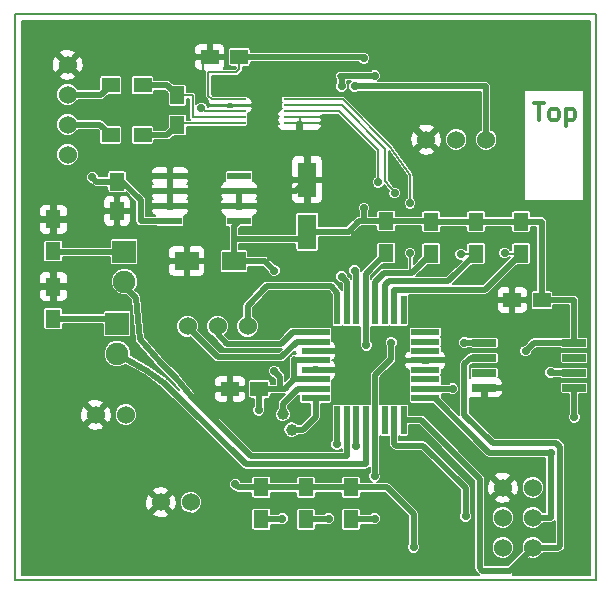
<source format=gtl>
G04 #@! TF.FileFunction,Copper,L1,Top,Signal*
%FSLAX46Y46*%
G04 Gerber Fmt 4.6, Leading zero omitted, Abs format (unit mm)*
G04 Created by KiCad (PCBNEW 4.0.2-4+6225~38~ubuntu14.04.1-stable) date Fri 13 May 2016 19:11:25 BST*
%MOMM*%
G01*
G04 APERTURE LIST*
%ADD10C,0.100000*%
%ADD11C,0.150000*%
%ADD12C,0.300000*%
%ADD13R,1.250000X1.500000*%
%ADD14R,1.500000X1.250000*%
%ADD15R,2.000000X1.600000*%
%ADD16R,1.600200X2.999740*%
%ADD17C,1.524000*%
%ADD18R,2.000000X1.900000*%
%ADD19C,1.900000*%
%ADD20R,2.700000X0.250000*%
%ADD21R,2.000000X0.650000*%
%ADD22R,2.400000X0.550000*%
%ADD23R,0.550000X2.400000*%
%ADD24R,2.000000X0.600000*%
%ADD25R,1.500000X1.300000*%
%ADD26R,1.300000X1.500000*%
%ADD27C,1.000760*%
%ADD28C,0.700000*%
%ADD29C,0.200000*%
%ADD30C,0.500000*%
%ADD31C,0.130000*%
G04 APERTURE END LIST*
D10*
D11*
X75192000Y-113481000D02*
X75319000Y-113481000D01*
X75192000Y-65602000D02*
X75192000Y-113481000D01*
X124341000Y-65602000D02*
X75192000Y-65602000D01*
X124341000Y-113481000D02*
X124341000Y-65602000D01*
X75319000Y-113481000D02*
X124341000Y-113481000D01*
D12*
X119114286Y-73078571D02*
X119971429Y-73078571D01*
X119542858Y-74578571D02*
X119542858Y-73078571D01*
X120685715Y-74578571D02*
X120542857Y-74507143D01*
X120471429Y-74435714D01*
X120400000Y-74292857D01*
X120400000Y-73864286D01*
X120471429Y-73721429D01*
X120542857Y-73650000D01*
X120685715Y-73578571D01*
X120900000Y-73578571D01*
X121042857Y-73650000D01*
X121114286Y-73721429D01*
X121185715Y-73864286D01*
X121185715Y-74292857D01*
X121114286Y-74435714D01*
X121042857Y-74507143D01*
X120900000Y-74578571D01*
X120685715Y-74578571D01*
X121828572Y-73578571D02*
X121828572Y-75078571D01*
X121828572Y-73650000D02*
X121971429Y-73578571D01*
X122257143Y-73578571D01*
X122400000Y-73650000D01*
X122471429Y-73721429D01*
X122542858Y-73864286D01*
X122542858Y-74292857D01*
X122471429Y-74435714D01*
X122400000Y-74507143D01*
X122257143Y-74578571D01*
X121971429Y-74578571D01*
X121828572Y-74507143D01*
D11*
X80406666Y-109474000D02*
G75*
G03X80406666Y-109474000I-1666666J0D01*
G01*
X76240000Y-109474000D02*
X81240000Y-109474000D01*
X78740000Y-106974000D02*
X78740000Y-111974000D01*
X122062666Y-69342000D02*
G75*
G03X122062666Y-69342000I-1666666J0D01*
G01*
X117896000Y-69342000D02*
X122896000Y-69342000D01*
X120396000Y-66842000D02*
X120396000Y-71842000D01*
D13*
X88900000Y-74950000D03*
X88900000Y-72450000D03*
D14*
X91650000Y-69200000D03*
X94150000Y-69200000D03*
X95850000Y-97300000D03*
X93350000Y-97300000D03*
X117250000Y-89800000D03*
X119750000Y-89800000D03*
D15*
X93700000Y-86500000D03*
X89700000Y-86500000D03*
D16*
X99900000Y-83999640D03*
X99900000Y-79600360D03*
D13*
X83800000Y-79750000D03*
X83800000Y-82250000D03*
D17*
X119000000Y-108200000D03*
X119000000Y-110740000D03*
X119000000Y-105660000D03*
X116460000Y-105660000D03*
X116460000Y-108200000D03*
X116460000Y-110740000D03*
D18*
X83800000Y-91800000D03*
D19*
X83800000Y-94340000D03*
D18*
X84400000Y-85700000D03*
D19*
X84400000Y-88240000D03*
D20*
X99250000Y-74800000D03*
X99250000Y-74300000D03*
X99250000Y-73800000D03*
X99250000Y-73300000D03*
X99250000Y-72800000D03*
X93350000Y-72800000D03*
X93350000Y-73300000D03*
X93350000Y-73800000D03*
X93350000Y-74300000D03*
X93350000Y-74800000D03*
D21*
X114900000Y-93395000D03*
X114900000Y-94665000D03*
X114900000Y-95935000D03*
X114900000Y-97205000D03*
X122500000Y-97205000D03*
X122500000Y-95935000D03*
X122500000Y-94665000D03*
X122500000Y-93395000D03*
D22*
X100600000Y-92500000D03*
X100600000Y-93300000D03*
X100600000Y-94100000D03*
X100600000Y-94900000D03*
X100600000Y-95700000D03*
X100600000Y-96500000D03*
X100600000Y-97300000D03*
X100600000Y-98100000D03*
D23*
X102450000Y-99950000D03*
X103250000Y-99950000D03*
X104050000Y-99950000D03*
X104850000Y-99950000D03*
X105650000Y-99950000D03*
X106450000Y-99950000D03*
X107250000Y-99950000D03*
X108050000Y-99950000D03*
D22*
X109900000Y-98100000D03*
X109900000Y-97300000D03*
X109900000Y-96500000D03*
X109900000Y-95700000D03*
X109900000Y-94900000D03*
X109900000Y-94100000D03*
X109900000Y-93300000D03*
X109900000Y-92500000D03*
D23*
X108050000Y-90650000D03*
X107250000Y-90650000D03*
X106450000Y-90650000D03*
X105650000Y-90650000D03*
X104850000Y-90650000D03*
X104050000Y-90650000D03*
X103250000Y-90650000D03*
X102450000Y-90650000D03*
D24*
X94125000Y-83105000D03*
X94125000Y-81835000D03*
X94125000Y-80565000D03*
X94125000Y-79295000D03*
X88275000Y-79295000D03*
X88275000Y-80565000D03*
X88275000Y-81835000D03*
X88275000Y-83105000D03*
D17*
X79600000Y-69860000D03*
X79600000Y-72400000D03*
X79600000Y-74940000D03*
X79600000Y-77480000D03*
X94840000Y-92000000D03*
X92300000Y-92000000D03*
X89760000Y-92000000D03*
X109960000Y-76200000D03*
X112500000Y-76200000D03*
X115040000Y-76200000D03*
D25*
X85950000Y-75800000D03*
X83250000Y-75800000D03*
X85950000Y-71600000D03*
X83250000Y-71600000D03*
D26*
X78400000Y-91350000D03*
X78400000Y-88650000D03*
X78400000Y-85650000D03*
X78400000Y-82950000D03*
X99800000Y-105650000D03*
X99800000Y-108350000D03*
X96000000Y-105650000D03*
X96000000Y-108350000D03*
X118000000Y-83150000D03*
X118000000Y-85850000D03*
X103600000Y-105650000D03*
X103600000Y-108350000D03*
X114200000Y-83150000D03*
X114200000Y-85850000D03*
X110400000Y-83150000D03*
X110400000Y-85850000D03*
X106600000Y-83100000D03*
X106600000Y-85800000D03*
D17*
X87500000Y-106900000D03*
X90040000Y-106900000D03*
X82000000Y-99500000D03*
X84540000Y-99500000D03*
D27*
X98574650Y-100748913D03*
X97825350Y-99451087D03*
D28*
X118400000Y-94100000D03*
X112200000Y-97300000D03*
X108900000Y-110700000D03*
X93800000Y-105400000D03*
X95800000Y-99100000D03*
X97100000Y-95800000D03*
X97100000Y-87300000D03*
X104700000Y-69300000D03*
X104700000Y-82000000D03*
X90932000Y-73533000D03*
X81700000Y-79400000D03*
X120500000Y-102700000D03*
X120500000Y-95900000D03*
X104900000Y-93600000D03*
X122500000Y-99700000D03*
X113300000Y-108100000D03*
X116600000Y-85800000D03*
X105900000Y-79800000D03*
X107300000Y-80720000D03*
X112900000Y-85900000D03*
X108600000Y-85800000D03*
X108600000Y-81580000D03*
X113200000Y-93400000D03*
X107000000Y-93400000D03*
X105600000Y-104700000D03*
X105600000Y-108300000D03*
X102400000Y-102000000D03*
X97800000Y-108300000D03*
X104000000Y-102100000D03*
X101700000Y-108300000D03*
X103900000Y-71700000D03*
X103900000Y-87300000D03*
X105600000Y-70800000D03*
X102800000Y-71700000D03*
X102800000Y-87800000D03*
D29*
X93350000Y-74800000D02*
X89050000Y-74800000D01*
X89050000Y-74800000D02*
X88900000Y-74950000D01*
D30*
X85950000Y-75800000D02*
X88050000Y-75800000D01*
X88050000Y-75800000D02*
X88900000Y-74950000D01*
D29*
X93350000Y-74300000D02*
X91700000Y-74300000D01*
X90200000Y-72450000D02*
X88900000Y-72450000D01*
X90200000Y-73200000D02*
X90200000Y-72450000D01*
X90200000Y-74300000D02*
X90200000Y-73200000D01*
X91700000Y-74300000D02*
X90200000Y-74300000D01*
D30*
X85950000Y-71600000D02*
X88050000Y-71600000D01*
X88050000Y-71600000D02*
X88900000Y-72450000D01*
D29*
X99250000Y-74800000D02*
X101700000Y-74800000D01*
X99250000Y-74300000D02*
X101700000Y-74300000D01*
X99250000Y-74300000D02*
X99250000Y-74800000D01*
D30*
X100600000Y-95700000D02*
X102600000Y-95700000D01*
X102600000Y-94100000D02*
X103400000Y-94900000D01*
X102600000Y-94100000D02*
X100600000Y-94100000D01*
X102600000Y-95700000D02*
X103400000Y-94900000D01*
X109900000Y-94900000D02*
X112110000Y-94900000D01*
X112110000Y-94900000D02*
X112141000Y-94869000D01*
X94125000Y-80565000D02*
X98935360Y-80565000D01*
X98935360Y-80565000D02*
X99900000Y-79600360D01*
D29*
X93350000Y-73300000D02*
X91700000Y-73300000D01*
X91100000Y-72700000D02*
X91100000Y-69800000D01*
X91700000Y-73300000D02*
X91100000Y-72700000D01*
X91100000Y-69800000D02*
X91650000Y-69200000D01*
D30*
X109900000Y-97300000D02*
X112200000Y-97300000D01*
X119105000Y-93395000D02*
X122500000Y-93395000D01*
X118400000Y-94100000D02*
X119105000Y-93395000D01*
X103600000Y-105650000D02*
X106650000Y-105650000D01*
X108900000Y-107900000D02*
X108900000Y-110700000D01*
X106650000Y-105650000D02*
X108900000Y-107900000D01*
X103600000Y-105650000D02*
X99800000Y-105650000D01*
X96000000Y-105650000D02*
X99800000Y-105650000D01*
X95850000Y-97300000D02*
X95850000Y-99050000D01*
X94050000Y-105650000D02*
X96000000Y-105650000D01*
X93800000Y-105400000D02*
X94050000Y-105650000D01*
X95850000Y-99050000D02*
X95800000Y-99100000D01*
X119750000Y-89800000D02*
X122500000Y-89800000D01*
X122500000Y-89800000D02*
X122500000Y-93395000D01*
X118000000Y-83150000D02*
X119750000Y-83150000D01*
X119750000Y-83150000D02*
X119750000Y-89800000D01*
X93700000Y-86500000D02*
X96300000Y-86500000D01*
X97600000Y-96300000D02*
X97600000Y-97300000D01*
X97100000Y-95800000D02*
X97600000Y-96300000D01*
X96300000Y-86500000D02*
X97100000Y-87300000D01*
X98800000Y-96500000D02*
X98800000Y-94800000D01*
X98900000Y-94900000D02*
X100600000Y-94900000D01*
X98800000Y-94800000D02*
X98900000Y-94900000D01*
X95850000Y-97300000D02*
X97600000Y-97300000D01*
X97600000Y-97300000D02*
X98000000Y-97300000D01*
X98000000Y-97300000D02*
X98800000Y-96500000D01*
X98800000Y-96500000D02*
X100600000Y-96500000D01*
X94150000Y-69200000D02*
X104600000Y-69200000D01*
X104800000Y-83000000D02*
X104800000Y-83100000D01*
X104700000Y-83100000D02*
X104800000Y-83000000D01*
X104600000Y-69200000D02*
X104700000Y-69300000D01*
X104700000Y-82000000D02*
X104700000Y-83100000D01*
X114200000Y-83150000D02*
X118000000Y-83150000D01*
X110400000Y-83150000D02*
X114200000Y-83150000D01*
X106600000Y-83100000D02*
X110350000Y-83100000D01*
X110350000Y-83100000D02*
X110400000Y-83150000D01*
X99900000Y-83999640D02*
X103400360Y-83999640D01*
X104300000Y-83100000D02*
X104800000Y-83100000D01*
X104800000Y-83100000D02*
X106600000Y-83100000D01*
X103400360Y-83999640D02*
X104300000Y-83100000D01*
X93700000Y-84600000D02*
X99299640Y-84600000D01*
X99299640Y-84600000D02*
X99900000Y-83999640D01*
X93700000Y-86500000D02*
X93700000Y-84600000D01*
X93700000Y-84600000D02*
X93700000Y-83530000D01*
X93700000Y-83530000D02*
X94125000Y-83105000D01*
D29*
X91500002Y-70500000D02*
X93900000Y-70500000D01*
X91800000Y-72800000D02*
X91500002Y-72500002D01*
X91500002Y-72500002D02*
X91500002Y-70500000D01*
X93350000Y-72800000D02*
X91800000Y-72800000D01*
X94150000Y-70250000D02*
X94150000Y-69200000D01*
X93900000Y-70500000D02*
X94150000Y-70250000D01*
X93350000Y-73800000D02*
X91199000Y-73800000D01*
X91199000Y-73800000D02*
X90932000Y-73533000D01*
D30*
X88270000Y-83100000D02*
X85800000Y-83100000D01*
X85800000Y-81300000D02*
X85800000Y-83100000D01*
X85800000Y-81300000D02*
X84250000Y-79750000D01*
X88270000Y-83100000D02*
X88275000Y-83105000D01*
X83800000Y-79750000D02*
X84250000Y-79750000D01*
X83800000Y-79750000D02*
X82050000Y-79750000D01*
X82050000Y-79750000D02*
X81700000Y-79400000D01*
X120500000Y-102800000D02*
X120500000Y-102700000D01*
X120535000Y-95935000D02*
X122500000Y-95935000D01*
X120500000Y-95900000D02*
X120535000Y-95935000D01*
X119000000Y-108200000D02*
X120500000Y-108200000D01*
X120500000Y-102800000D02*
X120500000Y-108200000D01*
X115300000Y-102700000D02*
X120500000Y-102700000D01*
X115300000Y-102700000D02*
X110700000Y-98100000D01*
X109900000Y-98100000D02*
X110700000Y-98100000D01*
X114900000Y-94665000D02*
X113735000Y-94665000D01*
X121160000Y-110740000D02*
X119000000Y-110740000D01*
X121300000Y-110600000D02*
X121160000Y-110740000D01*
X121300000Y-102200000D02*
X121300000Y-110600000D01*
X121000000Y-101900000D02*
X121300000Y-102200000D01*
X115600000Y-101900000D02*
X121000000Y-101900000D01*
X113200000Y-99500000D02*
X115600000Y-101900000D01*
X113200000Y-95200000D02*
X113200000Y-99500000D01*
X113735000Y-94665000D02*
X113200000Y-95200000D01*
X108050000Y-99950000D02*
X109550000Y-99950000D01*
X117040000Y-112700000D02*
X119000000Y-110740000D01*
X114700000Y-112700000D02*
X117040000Y-112700000D01*
X114500000Y-112500000D02*
X114700000Y-112700000D01*
X114500000Y-104900000D02*
X114500000Y-112500000D01*
X109550000Y-99950000D02*
X114500000Y-104900000D01*
X104850000Y-90650000D02*
X104850000Y-93550000D01*
X104850000Y-93550000D02*
X104900000Y-93600000D01*
X104850000Y-87550000D02*
X106600000Y-85800000D01*
X104850000Y-90650000D02*
X104850000Y-87550000D01*
X122500000Y-99700000D02*
X122500000Y-97205000D01*
X107250000Y-99950000D02*
X107250000Y-101950000D01*
X113300000Y-105700000D02*
X113300000Y-108100000D01*
X109700000Y-102100000D02*
X113300000Y-105700000D01*
X107400000Y-102100000D02*
X109700000Y-102100000D01*
X107250000Y-101950000D02*
X107400000Y-102100000D01*
X78400000Y-91350000D02*
X83350000Y-91350000D01*
X83350000Y-91350000D02*
X83800000Y-91800000D01*
X83800000Y-94340000D02*
X86360000Y-95758000D01*
X104850000Y-103650000D02*
X104850000Y-99950000D01*
X104800000Y-103700000D02*
X104850000Y-103650000D01*
X94700000Y-103700000D02*
X104800000Y-103700000D01*
X89400000Y-98400000D02*
X94700000Y-103700000D01*
X87757000Y-96774000D02*
X89400000Y-98400000D01*
X86360000Y-95758000D02*
X87757000Y-96774000D01*
X84400000Y-85700000D02*
X78450000Y-85700000D01*
X78450000Y-85700000D02*
X78400000Y-85650000D01*
X103250000Y-99950000D02*
X103250000Y-102950000D01*
X85400000Y-89600000D02*
X84400000Y-88600000D01*
X85725000Y-93091000D02*
X85400000Y-89600000D01*
X87503000Y-95123000D02*
X85725000Y-93091000D01*
X88773000Y-96393000D02*
X87503000Y-95123000D01*
X90100000Y-98000000D02*
X88773000Y-96393000D01*
X95100000Y-103000000D02*
X90100000Y-98000000D01*
X103200000Y-103000000D02*
X95100000Y-103000000D01*
X103250000Y-102950000D02*
X103200000Y-103000000D01*
X84400000Y-88600000D02*
X84400000Y-88240000D01*
D29*
X99250000Y-73800000D02*
X102600000Y-73800000D01*
X116650000Y-85850000D02*
X118000000Y-85850000D01*
X116600000Y-85800000D02*
X116650000Y-85850000D01*
X105900000Y-77100000D02*
X105900000Y-79800000D01*
X102600000Y-73800000D02*
X105900000Y-77100000D01*
D30*
X107250000Y-90650000D02*
X107250000Y-88950000D01*
X114950000Y-88900000D02*
X118000000Y-85850000D01*
X107300000Y-88900000D02*
X114950000Y-88900000D01*
X107250000Y-88950000D02*
X107300000Y-88900000D01*
D29*
X102800000Y-73300000D02*
X106500000Y-77000000D01*
X106500000Y-77000000D02*
X106500000Y-79700000D01*
X106500000Y-79700000D02*
X107300000Y-80720000D01*
X99250000Y-73300000D02*
X102800000Y-73300000D01*
X112950000Y-85850000D02*
X114200000Y-85850000D01*
X112900000Y-85900000D02*
X112950000Y-85850000D01*
D30*
X111850000Y-88200000D02*
X114200000Y-85850000D01*
X106800000Y-88200000D02*
X111850000Y-88200000D01*
X106450000Y-90650000D02*
X106450000Y-88550000D01*
X106450000Y-88550000D02*
X106800000Y-88200000D01*
X108750000Y-87500000D02*
X110400000Y-85850000D01*
D29*
X99250000Y-72800000D02*
X102900000Y-72800000D01*
X108600000Y-87500000D02*
X108750000Y-87500000D01*
X108600000Y-85800000D02*
X108600000Y-87500000D01*
X108600000Y-79190000D02*
X108600000Y-81580000D01*
X106900000Y-76800000D02*
X108600000Y-79190000D01*
X102900000Y-72800000D02*
X106900000Y-76800000D01*
X108750000Y-87500000D02*
X108600000Y-87350000D01*
X108600000Y-87350000D02*
X108600000Y-87300000D01*
X108600000Y-87300000D02*
X108600000Y-87650000D01*
D30*
X105650000Y-90650000D02*
X105650000Y-88250000D01*
X105650000Y-88250000D02*
X106400000Y-87500000D01*
D29*
X108750000Y-87500000D02*
X108600000Y-87650000D01*
D30*
X106400000Y-87500000D02*
X108750000Y-87500000D01*
X105650000Y-99950000D02*
X105650000Y-96150000D01*
X113205000Y-93395000D02*
X114900000Y-93395000D01*
X113200000Y-93400000D02*
X113205000Y-93395000D01*
X107000000Y-94800000D02*
X107000000Y-93400000D01*
X105650000Y-96150000D02*
X107000000Y-94800000D01*
X103600000Y-108350000D02*
X105550000Y-108350000D01*
X105650000Y-104650000D02*
X105650000Y-99950000D01*
X105600000Y-104700000D02*
X105650000Y-104650000D01*
X105550000Y-108350000D02*
X105600000Y-108300000D01*
X92300000Y-92000000D02*
X92300000Y-92700000D01*
X92300000Y-92700000D02*
X93100000Y-93500000D01*
X93100000Y-93500000D02*
X97700000Y-93500000D01*
X97700000Y-93500000D02*
X98700000Y-92500000D01*
X98700000Y-92500000D02*
X100600000Y-92500000D01*
X89760000Y-92000000D02*
X89760000Y-92060000D01*
X89760000Y-92060000D02*
X92300000Y-94600000D01*
X92300000Y-94600000D02*
X97700000Y-94600000D01*
X97700000Y-94600000D02*
X99000000Y-93300000D01*
X99000000Y-93300000D02*
X100600000Y-93300000D01*
X97825350Y-99451087D02*
X97825350Y-98574650D01*
X99100000Y-97300000D02*
X100600000Y-97300000D01*
X97825350Y-98574650D02*
X99100000Y-97300000D01*
X98574650Y-100748913D02*
X99530087Y-100748913D01*
X100600000Y-99679000D02*
X100600000Y-98100000D01*
X99530087Y-100748913D02*
X100600000Y-99679000D01*
X96000000Y-108350000D02*
X97750000Y-108350000D01*
X102450000Y-101950000D02*
X102450000Y-99950000D01*
X102400000Y-102000000D02*
X102450000Y-101950000D01*
X97750000Y-108350000D02*
X97800000Y-108300000D01*
X99800000Y-108350000D02*
X101650000Y-108350000D01*
X104050000Y-102050000D02*
X104050000Y-99950000D01*
X104000000Y-102100000D02*
X104050000Y-102050000D01*
X101650000Y-108350000D02*
X101700000Y-108300000D01*
X104050000Y-90650000D02*
X104050000Y-87450000D01*
X115040000Y-71740000D02*
X115040000Y-76200000D01*
X115000000Y-71700000D02*
X115040000Y-71740000D01*
X103900000Y-71700000D02*
X115000000Y-71700000D01*
X104050000Y-87450000D02*
X103900000Y-87300000D01*
X105600000Y-70800000D02*
X102700000Y-70800000D01*
X102700000Y-70800000D02*
X102800000Y-70900000D01*
X102800000Y-70900000D02*
X102800000Y-71700000D01*
X102800000Y-87800000D02*
X103250000Y-88250000D01*
X103250000Y-88250000D02*
X103250000Y-90650000D01*
X94840000Y-92000000D02*
X94840000Y-90260000D01*
X102450000Y-89150000D02*
X102450000Y-90650000D01*
X101900000Y-88600000D02*
X102450000Y-89150000D01*
X96500000Y-88600000D02*
X101900000Y-88600000D01*
X94840000Y-90260000D02*
X96500000Y-88600000D01*
X79600000Y-72400000D02*
X82450000Y-72400000D01*
X82450000Y-72400000D02*
X83250000Y-71600000D01*
X79600000Y-74940000D02*
X82390000Y-74940000D01*
X82390000Y-74940000D02*
X83250000Y-75800000D01*
D31*
G36*
X123835000Y-113035000D02*
X117324226Y-113035000D01*
X117354663Y-113014663D01*
X118712487Y-111656839D01*
X118808806Y-111696834D01*
X119189524Y-111697166D01*
X119541389Y-111551778D01*
X119810832Y-111282805D01*
X119851444Y-111185000D01*
X121159995Y-111185000D01*
X121160000Y-111185001D01*
X121330294Y-111151126D01*
X121474663Y-111054663D01*
X121614660Y-110914665D01*
X121614663Y-110914663D01*
X121711126Y-110770294D01*
X121725109Y-110700000D01*
X121745001Y-110600000D01*
X121745000Y-110599995D01*
X121745000Y-102200005D01*
X121745001Y-102200000D01*
X121711126Y-102029706D01*
X121685342Y-101991117D01*
X121614663Y-101885337D01*
X121614660Y-101885335D01*
X121314663Y-101585337D01*
X121170294Y-101488874D01*
X121000000Y-101454999D01*
X120999995Y-101455000D01*
X115784325Y-101455000D01*
X113645000Y-99315674D01*
X113645000Y-98044586D01*
X113786023Y-98103000D01*
X114567750Y-98103000D01*
X114711000Y-97959750D01*
X114711000Y-97367500D01*
X115089000Y-97367500D01*
X115089000Y-97959750D01*
X115232250Y-98103000D01*
X116013977Y-98103000D01*
X116224579Y-98015766D01*
X116385766Y-97854578D01*
X116473000Y-97643977D01*
X116473000Y-97510750D01*
X116329750Y-97367500D01*
X115089000Y-97367500D01*
X114711000Y-97367500D01*
X114691000Y-97367500D01*
X114691000Y-97042500D01*
X114711000Y-97042500D01*
X114711000Y-96996000D01*
X115089000Y-96996000D01*
X115089000Y-97042500D01*
X116329750Y-97042500D01*
X116473000Y-96899250D01*
X116473000Y-96880000D01*
X121301180Y-96880000D01*
X121301180Y-97530000D01*
X121314777Y-97602263D01*
X121357484Y-97668631D01*
X121422648Y-97713156D01*
X121500000Y-97728820D01*
X122055000Y-97728820D01*
X122055000Y-99374149D01*
X122038241Y-99390879D01*
X121955095Y-99591117D01*
X121954906Y-99807932D01*
X122037702Y-100008314D01*
X122190879Y-100161759D01*
X122391117Y-100244905D01*
X122607932Y-100245094D01*
X122808314Y-100162298D01*
X122961759Y-100009121D01*
X123044905Y-99808883D01*
X123045094Y-99592068D01*
X122962298Y-99391686D01*
X122945000Y-99374358D01*
X122945000Y-97728820D01*
X123500000Y-97728820D01*
X123572263Y-97715223D01*
X123638631Y-97672516D01*
X123683156Y-97607352D01*
X123698820Y-97530000D01*
X123698820Y-96880000D01*
X123685223Y-96807737D01*
X123642516Y-96741369D01*
X123577352Y-96696844D01*
X123500000Y-96681180D01*
X121500000Y-96681180D01*
X121427737Y-96694777D01*
X121361369Y-96737484D01*
X121316844Y-96802648D01*
X121301180Y-96880000D01*
X116473000Y-96880000D01*
X116473000Y-96766023D01*
X116385766Y-96555422D01*
X116224579Y-96394234D01*
X116083473Y-96335786D01*
X116098820Y-96260000D01*
X116098820Y-96007932D01*
X119954906Y-96007932D01*
X120037702Y-96208314D01*
X120190879Y-96361759D01*
X120391117Y-96444905D01*
X120607932Y-96445094D01*
X120765472Y-96380000D01*
X121345495Y-96380000D01*
X121357484Y-96398631D01*
X121422648Y-96443156D01*
X121500000Y-96458820D01*
X123500000Y-96458820D01*
X123572263Y-96445223D01*
X123638631Y-96402516D01*
X123683156Y-96337352D01*
X123698820Y-96260000D01*
X123698820Y-95610000D01*
X123685223Y-95537737D01*
X123642516Y-95471369D01*
X123577352Y-95426844D01*
X123500000Y-95411180D01*
X121500000Y-95411180D01*
X121427737Y-95424777D01*
X121361369Y-95467484D01*
X121345984Y-95490000D01*
X120860790Y-95490000D01*
X120809121Y-95438241D01*
X120608883Y-95355095D01*
X120392068Y-95354906D01*
X120191686Y-95437702D01*
X120038241Y-95590879D01*
X119955095Y-95791117D01*
X119954906Y-96007932D01*
X116098820Y-96007932D01*
X116098820Y-95610000D01*
X116085223Y-95537737D01*
X116042516Y-95471369D01*
X115977352Y-95426844D01*
X115900000Y-95411180D01*
X113900000Y-95411180D01*
X113827737Y-95424777D01*
X113761369Y-95467484D01*
X113716844Y-95532648D01*
X113701180Y-95610000D01*
X113701180Y-96260000D01*
X113714777Y-96332263D01*
X113716935Y-96335617D01*
X113645000Y-96365414D01*
X113645000Y-95384326D01*
X113850524Y-95178801D01*
X113900000Y-95188820D01*
X115900000Y-95188820D01*
X115972263Y-95175223D01*
X116038631Y-95132516D01*
X116083156Y-95067352D01*
X116098820Y-94990000D01*
X116098820Y-94340000D01*
X116085223Y-94267737D01*
X116042516Y-94201369D01*
X115977352Y-94156844D01*
X115900000Y-94141180D01*
X113900000Y-94141180D01*
X113827737Y-94154777D01*
X113761369Y-94197484D01*
X113745984Y-94220000D01*
X113735005Y-94220000D01*
X113735000Y-94219999D01*
X113564706Y-94253874D01*
X113420337Y-94350337D01*
X113420335Y-94350340D01*
X112885337Y-94885337D01*
X112788874Y-95029706D01*
X112754999Y-95200000D01*
X112755000Y-95200005D01*
X112755000Y-99499995D01*
X112754999Y-99500000D01*
X112761374Y-99532048D01*
X111298820Y-98069494D01*
X111298820Y-97825000D01*
X111285223Y-97752737D01*
X111280244Y-97745000D01*
X111874149Y-97745000D01*
X111890879Y-97761759D01*
X112091117Y-97844905D01*
X112307932Y-97845094D01*
X112508314Y-97762298D01*
X112661759Y-97609121D01*
X112744905Y-97408883D01*
X112745094Y-97192068D01*
X112662298Y-96991686D01*
X112509121Y-96838241D01*
X112308883Y-96755095D01*
X112092068Y-96754906D01*
X111891686Y-96837702D01*
X111874358Y-96855000D01*
X111281347Y-96855000D01*
X111283156Y-96852352D01*
X111298820Y-96775000D01*
X111298820Y-96225000D01*
X111285223Y-96152737D01*
X111250954Y-96099481D01*
X111283156Y-96052352D01*
X111298820Y-95975000D01*
X111298820Y-95712857D01*
X111424579Y-95660766D01*
X111585766Y-95499578D01*
X111673000Y-95288977D01*
X111673000Y-95180750D01*
X111529750Y-95037500D01*
X110089000Y-95037500D01*
X110089000Y-95109000D01*
X109711000Y-95109000D01*
X109711000Y-95037500D01*
X108270250Y-95037500D01*
X108127000Y-95180750D01*
X108127000Y-95288977D01*
X108214234Y-95499578D01*
X108375421Y-95660766D01*
X108501180Y-95712857D01*
X108501180Y-95975000D01*
X108514777Y-96047263D01*
X108549046Y-96100519D01*
X108516844Y-96147648D01*
X108501180Y-96225000D01*
X108501180Y-96775000D01*
X108514777Y-96847263D01*
X108549046Y-96900519D01*
X108516844Y-96947648D01*
X108501180Y-97025000D01*
X108501180Y-97575000D01*
X108514777Y-97647263D01*
X108549046Y-97700519D01*
X108516844Y-97747648D01*
X108501180Y-97825000D01*
X108501180Y-98375000D01*
X108514777Y-98447263D01*
X108557484Y-98513631D01*
X108622648Y-98558156D01*
X108700000Y-98573820D01*
X110544494Y-98573820D01*
X114985335Y-103014660D01*
X114985337Y-103014663D01*
X115129706Y-103111126D01*
X115300000Y-103145000D01*
X120055000Y-103145000D01*
X120055000Y-107755000D01*
X119851605Y-107755000D01*
X119811778Y-107658611D01*
X119542805Y-107389168D01*
X119191194Y-107243166D01*
X118810476Y-107242834D01*
X118458611Y-107388222D01*
X118189168Y-107657195D01*
X118043166Y-108008806D01*
X118042834Y-108389524D01*
X118188222Y-108741389D01*
X118457195Y-109010832D01*
X118808806Y-109156834D01*
X119189524Y-109157166D01*
X119541389Y-109011778D01*
X119810832Y-108742805D01*
X119851444Y-108645000D01*
X120500000Y-108645000D01*
X120670294Y-108611126D01*
X120814663Y-108514663D01*
X120855000Y-108454294D01*
X120855000Y-110295000D01*
X119851605Y-110295000D01*
X119811778Y-110198611D01*
X119542805Y-109929168D01*
X119191194Y-109783166D01*
X118810476Y-109782834D01*
X118458611Y-109928222D01*
X118189168Y-110197195D01*
X118043166Y-110548806D01*
X118042834Y-110929524D01*
X118083275Y-111027399D01*
X116855674Y-112255000D01*
X114945000Y-112255000D01*
X114945000Y-110929524D01*
X115502834Y-110929524D01*
X115648222Y-111281389D01*
X115917195Y-111550832D01*
X116268806Y-111696834D01*
X116649524Y-111697166D01*
X117001389Y-111551778D01*
X117270832Y-111282805D01*
X117416834Y-110931194D01*
X117417166Y-110550476D01*
X117271778Y-110198611D01*
X117002805Y-109929168D01*
X116651194Y-109783166D01*
X116270476Y-109782834D01*
X115918611Y-109928222D01*
X115649168Y-110197195D01*
X115503166Y-110548806D01*
X115502834Y-110929524D01*
X114945000Y-110929524D01*
X114945000Y-108389524D01*
X115502834Y-108389524D01*
X115648222Y-108741389D01*
X115917195Y-109010832D01*
X116268806Y-109156834D01*
X116649524Y-109157166D01*
X117001389Y-109011778D01*
X117270832Y-108742805D01*
X117416834Y-108391194D01*
X117417166Y-108010476D01*
X117271778Y-107658611D01*
X117002805Y-107389168D01*
X116651194Y-107243166D01*
X116270476Y-107242834D01*
X115918611Y-107388222D01*
X115649168Y-107657195D01*
X115503166Y-108008806D01*
X115502834Y-108389524D01*
X114945000Y-108389524D01*
X114945000Y-106644399D01*
X115742888Y-106644399D01*
X115820588Y-106861621D01*
X116329101Y-107014846D01*
X116857542Y-106961807D01*
X117099412Y-106861621D01*
X117177112Y-106644399D01*
X116460000Y-105927286D01*
X115742888Y-106644399D01*
X114945000Y-106644399D01*
X114945000Y-105529101D01*
X115105154Y-105529101D01*
X115158193Y-106057542D01*
X115258379Y-106299412D01*
X115475601Y-106377112D01*
X116192714Y-105660000D01*
X116727286Y-105660000D01*
X117444399Y-106377112D01*
X117661621Y-106299412D01*
X117797181Y-105849524D01*
X118042834Y-105849524D01*
X118188222Y-106201389D01*
X118457195Y-106470832D01*
X118808806Y-106616834D01*
X119189524Y-106617166D01*
X119541389Y-106471778D01*
X119810832Y-106202805D01*
X119956834Y-105851194D01*
X119957166Y-105470476D01*
X119811778Y-105118611D01*
X119542805Y-104849168D01*
X119191194Y-104703166D01*
X118810476Y-104702834D01*
X118458611Y-104848222D01*
X118189168Y-105117195D01*
X118043166Y-105468806D01*
X118042834Y-105849524D01*
X117797181Y-105849524D01*
X117814846Y-105790899D01*
X117761807Y-105262458D01*
X117661621Y-105020588D01*
X117444399Y-104942888D01*
X116727286Y-105660000D01*
X116192714Y-105660000D01*
X115475601Y-104942888D01*
X115258379Y-105020588D01*
X115105154Y-105529101D01*
X114945000Y-105529101D01*
X114945000Y-104900005D01*
X114945001Y-104900000D01*
X114911126Y-104729706D01*
X114891277Y-104700000D01*
X114874975Y-104675601D01*
X115742888Y-104675601D01*
X116460000Y-105392714D01*
X117177112Y-104675601D01*
X117099412Y-104458379D01*
X116590899Y-104305154D01*
X116062458Y-104358193D01*
X115820588Y-104458379D01*
X115742888Y-104675601D01*
X114874975Y-104675601D01*
X114814663Y-104585337D01*
X114814660Y-104585335D01*
X109864663Y-99635337D01*
X109720294Y-99538874D01*
X109550000Y-99504999D01*
X109549995Y-99505000D01*
X108523820Y-99505000D01*
X108523820Y-98750000D01*
X108510223Y-98677737D01*
X108467516Y-98611369D01*
X108402352Y-98566844D01*
X108325000Y-98551180D01*
X107775000Y-98551180D01*
X107702737Y-98564777D01*
X107649481Y-98599046D01*
X107602352Y-98566844D01*
X107525000Y-98551180D01*
X106975000Y-98551180D01*
X106902737Y-98564777D01*
X106849481Y-98599046D01*
X106802352Y-98566844D01*
X106725000Y-98551180D01*
X106175000Y-98551180D01*
X106102737Y-98564777D01*
X106095000Y-98569756D01*
X106095000Y-96334326D01*
X107314660Y-95114665D01*
X107314663Y-95114663D01*
X107411126Y-94970294D01*
X107445000Y-94800000D01*
X107445000Y-94511023D01*
X108127000Y-94511023D01*
X108127000Y-94619250D01*
X108270250Y-94762500D01*
X109711000Y-94762500D01*
X109711000Y-94691000D01*
X110089000Y-94691000D01*
X110089000Y-94762500D01*
X111529750Y-94762500D01*
X111673000Y-94619250D01*
X111673000Y-94511023D01*
X111585766Y-94300422D01*
X111424579Y-94139234D01*
X111298820Y-94087143D01*
X111298820Y-93825000D01*
X111285223Y-93752737D01*
X111250954Y-93699481D01*
X111283156Y-93652352D01*
X111298820Y-93575000D01*
X111298820Y-93507932D01*
X112654906Y-93507932D01*
X112737702Y-93708314D01*
X112890879Y-93861759D01*
X113091117Y-93944905D01*
X113307932Y-93945094D01*
X113508314Y-93862298D01*
X113530651Y-93840000D01*
X113745495Y-93840000D01*
X113757484Y-93858631D01*
X113822648Y-93903156D01*
X113900000Y-93918820D01*
X115900000Y-93918820D01*
X115972263Y-93905223D01*
X116038631Y-93862516D01*
X116083156Y-93797352D01*
X116098820Y-93720000D01*
X116098820Y-93070000D01*
X116085223Y-92997737D01*
X116042516Y-92931369D01*
X115977352Y-92886844D01*
X115900000Y-92871180D01*
X113900000Y-92871180D01*
X113827737Y-92884777D01*
X113761369Y-92927484D01*
X113745984Y-92950000D01*
X113520859Y-92950000D01*
X113509121Y-92938241D01*
X113308883Y-92855095D01*
X113092068Y-92854906D01*
X112891686Y-92937702D01*
X112738241Y-93090879D01*
X112655095Y-93291117D01*
X112654906Y-93507932D01*
X111298820Y-93507932D01*
X111298820Y-93025000D01*
X111285223Y-92952737D01*
X111250954Y-92899481D01*
X111283156Y-92852352D01*
X111298820Y-92775000D01*
X111298820Y-92225000D01*
X111285223Y-92152737D01*
X111242516Y-92086369D01*
X111177352Y-92041844D01*
X111100000Y-92026180D01*
X108700000Y-92026180D01*
X108627737Y-92039777D01*
X108561369Y-92082484D01*
X108516844Y-92147648D01*
X108501180Y-92225000D01*
X108501180Y-92775000D01*
X108514777Y-92847263D01*
X108549046Y-92900519D01*
X108516844Y-92947648D01*
X108501180Y-93025000D01*
X108501180Y-93575000D01*
X108514777Y-93647263D01*
X108549046Y-93700519D01*
X108516844Y-93747648D01*
X108501180Y-93825000D01*
X108501180Y-94087143D01*
X108375421Y-94139234D01*
X108214234Y-94300422D01*
X108127000Y-94511023D01*
X107445000Y-94511023D01*
X107445000Y-93725851D01*
X107461759Y-93709121D01*
X107544905Y-93508883D01*
X107545094Y-93292068D01*
X107462298Y-93091686D01*
X107309121Y-92938241D01*
X107108883Y-92855095D01*
X106892068Y-92854906D01*
X106691686Y-92937702D01*
X106538241Y-93090879D01*
X106455095Y-93291117D01*
X106454906Y-93507932D01*
X106537702Y-93708314D01*
X106555000Y-93725642D01*
X106555000Y-94615675D01*
X105335337Y-95835337D01*
X105238874Y-95979706D01*
X105204999Y-96150000D01*
X105205000Y-96150005D01*
X105205000Y-98568653D01*
X105202352Y-98566844D01*
X105125000Y-98551180D01*
X104575000Y-98551180D01*
X104502737Y-98564777D01*
X104449481Y-98599046D01*
X104402352Y-98566844D01*
X104325000Y-98551180D01*
X103775000Y-98551180D01*
X103702737Y-98564777D01*
X103649481Y-98599046D01*
X103602352Y-98566844D01*
X103525000Y-98551180D01*
X102975000Y-98551180D01*
X102902737Y-98564777D01*
X102849481Y-98599046D01*
X102802352Y-98566844D01*
X102725000Y-98551180D01*
X102175000Y-98551180D01*
X102102737Y-98564777D01*
X102036369Y-98607484D01*
X101991844Y-98672648D01*
X101976180Y-98750000D01*
X101976180Y-101150000D01*
X101989777Y-101222263D01*
X102005000Y-101245920D01*
X102005000Y-101624237D01*
X101938241Y-101690879D01*
X101855095Y-101891117D01*
X101854906Y-102107932D01*
X101937702Y-102308314D01*
X102090879Y-102461759D01*
X102291117Y-102544905D01*
X102507932Y-102545094D01*
X102708314Y-102462298D01*
X102805000Y-102365781D01*
X102805000Y-102555000D01*
X95284325Y-102555000D01*
X90429640Y-97700314D01*
X90373436Y-97632250D01*
X92027000Y-97632250D01*
X92027000Y-98038977D01*
X92114234Y-98249578D01*
X92275421Y-98410766D01*
X92486023Y-98498000D01*
X93017750Y-98498000D01*
X93161000Y-98354750D01*
X93161000Y-97489000D01*
X93539000Y-97489000D01*
X93539000Y-98354750D01*
X93682250Y-98498000D01*
X94213977Y-98498000D01*
X94424579Y-98410766D01*
X94585766Y-98249578D01*
X94673000Y-98038977D01*
X94673000Y-97632250D01*
X94529750Y-97489000D01*
X93539000Y-97489000D01*
X93161000Y-97489000D01*
X92170250Y-97489000D01*
X92027000Y-97632250D01*
X90373436Y-97632250D01*
X89488857Y-96561023D01*
X92027000Y-96561023D01*
X92027000Y-96967750D01*
X92170250Y-97111000D01*
X93161000Y-97111000D01*
X93161000Y-96245250D01*
X93539000Y-96245250D01*
X93539000Y-97111000D01*
X94529750Y-97111000D01*
X94673000Y-96967750D01*
X94673000Y-96561023D01*
X94585766Y-96350422D01*
X94424579Y-96189234D01*
X94213977Y-96102000D01*
X93682250Y-96102000D01*
X93539000Y-96245250D01*
X93161000Y-96245250D01*
X93017750Y-96102000D01*
X92486023Y-96102000D01*
X92275421Y-96189234D01*
X92114234Y-96350422D01*
X92027000Y-96561023D01*
X89488857Y-96561023D01*
X89116133Y-96109654D01*
X89099550Y-96096129D01*
X89087662Y-96078337D01*
X87828139Y-94818813D01*
X86154734Y-92906350D01*
X86088000Y-92189524D01*
X88802834Y-92189524D01*
X88948222Y-92541389D01*
X89217195Y-92810832D01*
X89568806Y-92956834D01*
X89949524Y-92957166D01*
X90004942Y-92934268D01*
X91985335Y-94914660D01*
X91985337Y-94914663D01*
X92129706Y-95011126D01*
X92300000Y-95045000D01*
X97699995Y-95045000D01*
X97700000Y-95045001D01*
X97870294Y-95011126D01*
X98014663Y-94914663D01*
X98827000Y-94102326D01*
X98827000Y-94289002D01*
X98918748Y-94289002D01*
X98843999Y-94363751D01*
X98800000Y-94354999D01*
X98629706Y-94388874D01*
X98485337Y-94485337D01*
X98388874Y-94629706D01*
X98354999Y-94800000D01*
X98355000Y-94800005D01*
X98355000Y-96315675D01*
X98045000Y-96625674D01*
X98045000Y-96300005D01*
X98045001Y-96300000D01*
X98011126Y-96129706D01*
X97997372Y-96109121D01*
X97914663Y-95985337D01*
X97914660Y-95985335D01*
X97645073Y-95715748D01*
X97645094Y-95692068D01*
X97562298Y-95491686D01*
X97409121Y-95338241D01*
X97208883Y-95255095D01*
X96992068Y-95254906D01*
X96791686Y-95337702D01*
X96638241Y-95490879D01*
X96555095Y-95691117D01*
X96554906Y-95907932D01*
X96637702Y-96108314D01*
X96790879Y-96261759D01*
X96991117Y-96344905D01*
X97015601Y-96344926D01*
X97155000Y-96484325D01*
X97155000Y-96855000D01*
X96798820Y-96855000D01*
X96798820Y-96675000D01*
X96785223Y-96602737D01*
X96742516Y-96536369D01*
X96677352Y-96491844D01*
X96600000Y-96476180D01*
X95100000Y-96476180D01*
X95027737Y-96489777D01*
X94961369Y-96532484D01*
X94916844Y-96597648D01*
X94901180Y-96675000D01*
X94901180Y-97925000D01*
X94914777Y-97997263D01*
X94957484Y-98063631D01*
X95022648Y-98108156D01*
X95100000Y-98123820D01*
X95405000Y-98123820D01*
X95405000Y-98724237D01*
X95338241Y-98790879D01*
X95255095Y-98991117D01*
X95254906Y-99207932D01*
X95337702Y-99408314D01*
X95490879Y-99561759D01*
X95691117Y-99644905D01*
X95907932Y-99645094D01*
X96108314Y-99562298D01*
X96261759Y-99409121D01*
X96344905Y-99208883D01*
X96345094Y-98992068D01*
X96295000Y-98870831D01*
X96295000Y-98123820D01*
X96600000Y-98123820D01*
X96672263Y-98110223D01*
X96738631Y-98067516D01*
X96783156Y-98002352D01*
X96798820Y-97925000D01*
X96798820Y-97745000D01*
X97999995Y-97745000D01*
X98000000Y-97745001D01*
X98032049Y-97738626D01*
X97510687Y-98259987D01*
X97414224Y-98404356D01*
X97380349Y-98574650D01*
X97380350Y-98574655D01*
X97380350Y-98912753D01*
X97236180Y-99056672D01*
X97130091Y-99312161D01*
X97129850Y-99588800D01*
X97235492Y-99844473D01*
X97430935Y-100040257D01*
X97686424Y-100146346D01*
X97963063Y-100146587D01*
X98218736Y-100040945D01*
X98414520Y-99845502D01*
X98520609Y-99590013D01*
X98520850Y-99313374D01*
X98415208Y-99057701D01*
X98270350Y-98912590D01*
X98270350Y-98758976D01*
X99201180Y-97828145D01*
X99201180Y-98375000D01*
X99214777Y-98447263D01*
X99257484Y-98513631D01*
X99322648Y-98558156D01*
X99400000Y-98573820D01*
X100155000Y-98573820D01*
X100155000Y-99494675D01*
X99345761Y-100303913D01*
X99112984Y-100303913D01*
X98969065Y-100159743D01*
X98713576Y-100053654D01*
X98436937Y-100053413D01*
X98181264Y-100159055D01*
X97985480Y-100354498D01*
X97879391Y-100609987D01*
X97879150Y-100886626D01*
X97984792Y-101142299D01*
X98180235Y-101338083D01*
X98435724Y-101444172D01*
X98712363Y-101444413D01*
X98968036Y-101338771D01*
X99113147Y-101193913D01*
X99530082Y-101193913D01*
X99530087Y-101193914D01*
X99700381Y-101160039D01*
X99844750Y-101063576D01*
X100914660Y-99993665D01*
X100914663Y-99993663D01*
X101011126Y-99849294D01*
X101045000Y-99679000D01*
X101045000Y-98573820D01*
X101800000Y-98573820D01*
X101872263Y-98560223D01*
X101938631Y-98517516D01*
X101983156Y-98452352D01*
X101998820Y-98375000D01*
X101998820Y-97825000D01*
X101985223Y-97752737D01*
X101950954Y-97699481D01*
X101983156Y-97652352D01*
X101998820Y-97575000D01*
X101998820Y-97025000D01*
X101985223Y-96952737D01*
X101950954Y-96899481D01*
X101983156Y-96852352D01*
X101998820Y-96775000D01*
X101998820Y-96512857D01*
X102124579Y-96460766D01*
X102285766Y-96299578D01*
X102373000Y-96088977D01*
X102373000Y-95980750D01*
X102229750Y-95837500D01*
X100789000Y-95837500D01*
X100789000Y-95909000D01*
X100411000Y-95909000D01*
X100411000Y-95837500D01*
X100391000Y-95837500D01*
X100391000Y-95562500D01*
X100411000Y-95562500D01*
X100411000Y-95491000D01*
X100789000Y-95491000D01*
X100789000Y-95562500D01*
X102229750Y-95562500D01*
X102373000Y-95419250D01*
X102373000Y-95311023D01*
X102285766Y-95100422D01*
X102124579Y-94939234D01*
X102029860Y-94900000D01*
X102124579Y-94860766D01*
X102285766Y-94699578D01*
X102373000Y-94488977D01*
X102373000Y-94380750D01*
X102229750Y-94237500D01*
X100789000Y-94237500D01*
X100789000Y-94309000D01*
X100411000Y-94309000D01*
X100411000Y-94237500D01*
X100391000Y-94237500D01*
X100391000Y-93962500D01*
X100411000Y-93962500D01*
X100411000Y-93891000D01*
X100789000Y-93891000D01*
X100789000Y-93962500D01*
X102229750Y-93962500D01*
X102373000Y-93819250D01*
X102373000Y-93711023D01*
X102285766Y-93500422D01*
X102124579Y-93339234D01*
X101998820Y-93287143D01*
X101998820Y-93025000D01*
X101985223Y-92952737D01*
X101950954Y-92899481D01*
X101983156Y-92852352D01*
X101998820Y-92775000D01*
X101998820Y-92225000D01*
X101985223Y-92152737D01*
X101942516Y-92086369D01*
X101877352Y-92041844D01*
X101800000Y-92026180D01*
X99400000Y-92026180D01*
X99327737Y-92039777D01*
X99304080Y-92055000D01*
X98700005Y-92055000D01*
X98700000Y-92054999D01*
X98542299Y-92086369D01*
X98529706Y-92088874D01*
X98385337Y-92185337D01*
X98385335Y-92185340D01*
X97515674Y-93055000D01*
X93284325Y-93055000D01*
X92941333Y-92712008D01*
X93110832Y-92542805D01*
X93256834Y-92191194D01*
X93256835Y-92189524D01*
X93882834Y-92189524D01*
X94028222Y-92541389D01*
X94297195Y-92810832D01*
X94648806Y-92956834D01*
X95029524Y-92957166D01*
X95381389Y-92811778D01*
X95650832Y-92542805D01*
X95796834Y-92191194D01*
X95797166Y-91810476D01*
X95651778Y-91458611D01*
X95382805Y-91189168D01*
X95285000Y-91148556D01*
X95285000Y-90444326D01*
X96684325Y-89045000D01*
X101715674Y-89045000D01*
X102005000Y-89334325D01*
X102005000Y-89353394D01*
X101991844Y-89372648D01*
X101976180Y-89450000D01*
X101976180Y-91850000D01*
X101989777Y-91922263D01*
X102032484Y-91988631D01*
X102097648Y-92033156D01*
X102175000Y-92048820D01*
X102725000Y-92048820D01*
X102797263Y-92035223D01*
X102850519Y-92000954D01*
X102897648Y-92033156D01*
X102975000Y-92048820D01*
X103525000Y-92048820D01*
X103597263Y-92035223D01*
X103650519Y-92000954D01*
X103697648Y-92033156D01*
X103775000Y-92048820D01*
X104325000Y-92048820D01*
X104397263Y-92035223D01*
X104405000Y-92030244D01*
X104405000Y-93370932D01*
X104355095Y-93491117D01*
X104354906Y-93707932D01*
X104437702Y-93908314D01*
X104590879Y-94061759D01*
X104791117Y-94144905D01*
X105007932Y-94145094D01*
X105208314Y-94062298D01*
X105361759Y-93909121D01*
X105444905Y-93708883D01*
X105445094Y-93492068D01*
X105362298Y-93291686D01*
X105295000Y-93224270D01*
X105295000Y-92031347D01*
X105297648Y-92033156D01*
X105375000Y-92048820D01*
X105925000Y-92048820D01*
X105997263Y-92035223D01*
X106050519Y-92000954D01*
X106097648Y-92033156D01*
X106175000Y-92048820D01*
X106725000Y-92048820D01*
X106797263Y-92035223D01*
X106850519Y-92000954D01*
X106897648Y-92033156D01*
X106975000Y-92048820D01*
X107525000Y-92048820D01*
X107597263Y-92035223D01*
X107650519Y-92000954D01*
X107697648Y-92033156D01*
X107775000Y-92048820D01*
X108325000Y-92048820D01*
X108397263Y-92035223D01*
X108463631Y-91992516D01*
X108508156Y-91927352D01*
X108523820Y-91850000D01*
X108523820Y-90132250D01*
X115927000Y-90132250D01*
X115927000Y-90538977D01*
X116014234Y-90749578D01*
X116175421Y-90910766D01*
X116386023Y-90998000D01*
X116917750Y-90998000D01*
X117061000Y-90854750D01*
X117061000Y-89989000D01*
X117439000Y-89989000D01*
X117439000Y-90854750D01*
X117582250Y-90998000D01*
X118113977Y-90998000D01*
X118324579Y-90910766D01*
X118485766Y-90749578D01*
X118573000Y-90538977D01*
X118573000Y-90132250D01*
X118429750Y-89989000D01*
X117439000Y-89989000D01*
X117061000Y-89989000D01*
X116070250Y-89989000D01*
X115927000Y-90132250D01*
X108523820Y-90132250D01*
X108523820Y-89450000D01*
X108510223Y-89377737D01*
X108489157Y-89345000D01*
X114949995Y-89345000D01*
X114950000Y-89345001D01*
X115120294Y-89311126D01*
X115264663Y-89214663D01*
X115418302Y-89061023D01*
X115927000Y-89061023D01*
X115927000Y-89467750D01*
X116070250Y-89611000D01*
X117061000Y-89611000D01*
X117061000Y-88745250D01*
X117439000Y-88745250D01*
X117439000Y-89611000D01*
X118429750Y-89611000D01*
X118573000Y-89467750D01*
X118573000Y-89061023D01*
X118485766Y-88850422D01*
X118324579Y-88689234D01*
X118113977Y-88602000D01*
X117582250Y-88602000D01*
X117439000Y-88745250D01*
X117061000Y-88745250D01*
X116917750Y-88602000D01*
X116386023Y-88602000D01*
X116175421Y-88689234D01*
X116014234Y-88850422D01*
X115927000Y-89061023D01*
X115418302Y-89061023D01*
X117680505Y-86798820D01*
X118650000Y-86798820D01*
X118722263Y-86785223D01*
X118788631Y-86742516D01*
X118833156Y-86677352D01*
X118848820Y-86600000D01*
X118848820Y-85100000D01*
X118835223Y-85027737D01*
X118792516Y-84961369D01*
X118727352Y-84916844D01*
X118650000Y-84901180D01*
X117350000Y-84901180D01*
X117277737Y-84914777D01*
X117211369Y-84957484D01*
X117166844Y-85022648D01*
X117151180Y-85100000D01*
X117151180Y-85555000D01*
X117088459Y-85555000D01*
X117062298Y-85491686D01*
X116909121Y-85338241D01*
X116708883Y-85255095D01*
X116492068Y-85254906D01*
X116291686Y-85337702D01*
X116138241Y-85490879D01*
X116055095Y-85691117D01*
X116054906Y-85907932D01*
X116137702Y-86108314D01*
X116290879Y-86261759D01*
X116491117Y-86344905D01*
X116707932Y-86345094D01*
X116908314Y-86262298D01*
X117025817Y-86145000D01*
X117075675Y-86145000D01*
X114765674Y-88455000D01*
X112224326Y-88455000D01*
X113880505Y-86798820D01*
X114850000Y-86798820D01*
X114922263Y-86785223D01*
X114988631Y-86742516D01*
X115033156Y-86677352D01*
X115048820Y-86600000D01*
X115048820Y-85100000D01*
X115035223Y-85027737D01*
X114992516Y-84961369D01*
X114927352Y-84916844D01*
X114850000Y-84901180D01*
X113550000Y-84901180D01*
X113477737Y-84914777D01*
X113411369Y-84957484D01*
X113366844Y-85022648D01*
X113351180Y-85100000D01*
X113351180Y-85555000D01*
X113325676Y-85555000D01*
X113209121Y-85438241D01*
X113008883Y-85355095D01*
X112792068Y-85354906D01*
X112591686Y-85437702D01*
X112438241Y-85590879D01*
X112355095Y-85791117D01*
X112354906Y-86007932D01*
X112437702Y-86208314D01*
X112590879Y-86361759D01*
X112791117Y-86444905D01*
X112975609Y-86445066D01*
X111665674Y-87755000D01*
X109124326Y-87755000D01*
X110080505Y-86798820D01*
X111050000Y-86798820D01*
X111122263Y-86785223D01*
X111188631Y-86742516D01*
X111233156Y-86677352D01*
X111248820Y-86600000D01*
X111248820Y-85100000D01*
X111235223Y-85027737D01*
X111192516Y-84961369D01*
X111127352Y-84916844D01*
X111050000Y-84901180D01*
X109750000Y-84901180D01*
X109677737Y-84914777D01*
X109611369Y-84957484D01*
X109566844Y-85022648D01*
X109551180Y-85100000D01*
X109551180Y-86069495D01*
X108895000Y-86725674D01*
X108895000Y-86267799D01*
X108908314Y-86262298D01*
X109061759Y-86109121D01*
X109144905Y-85908883D01*
X109145094Y-85692068D01*
X109062298Y-85491686D01*
X108909121Y-85338241D01*
X108708883Y-85255095D01*
X108492068Y-85254906D01*
X108291686Y-85337702D01*
X108138241Y-85490879D01*
X108055095Y-85691117D01*
X108054906Y-85907932D01*
X108137702Y-86108314D01*
X108290879Y-86261759D01*
X108305000Y-86267623D01*
X108305000Y-87055000D01*
X106400005Y-87055000D01*
X106400000Y-87054999D01*
X106229706Y-87088874D01*
X106085337Y-87185337D01*
X106085335Y-87185340D01*
X105335337Y-87935337D01*
X105295000Y-87995706D01*
X105295000Y-87734326D01*
X106280505Y-86748820D01*
X107250000Y-86748820D01*
X107322263Y-86735223D01*
X107388631Y-86692516D01*
X107433156Y-86627352D01*
X107448820Y-86550000D01*
X107448820Y-85050000D01*
X107435223Y-84977737D01*
X107392516Y-84911369D01*
X107327352Y-84866844D01*
X107250000Y-84851180D01*
X105950000Y-84851180D01*
X105877737Y-84864777D01*
X105811369Y-84907484D01*
X105766844Y-84972648D01*
X105751180Y-85050000D01*
X105751180Y-86019495D01*
X104535337Y-87235337D01*
X104471350Y-87331102D01*
X104461126Y-87279706D01*
X104454562Y-87269882D01*
X104445039Y-87255629D01*
X104445094Y-87192068D01*
X104362298Y-86991686D01*
X104209121Y-86838241D01*
X104008883Y-86755095D01*
X103792068Y-86754906D01*
X103591686Y-86837702D01*
X103438241Y-86990879D01*
X103355095Y-87191117D01*
X103354906Y-87407932D01*
X103437702Y-87608314D01*
X103590879Y-87761759D01*
X103605000Y-87767623D01*
X103605000Y-87995706D01*
X103564663Y-87935337D01*
X103564660Y-87935335D01*
X103345073Y-87715748D01*
X103345094Y-87692068D01*
X103262298Y-87491686D01*
X103109121Y-87338241D01*
X102908883Y-87255095D01*
X102692068Y-87254906D01*
X102491686Y-87337702D01*
X102338241Y-87490879D01*
X102255095Y-87691117D01*
X102254906Y-87907932D01*
X102337702Y-88108314D01*
X102490879Y-88261759D01*
X102691117Y-88344905D01*
X102715601Y-88344926D01*
X102805000Y-88434325D01*
X102805000Y-88895706D01*
X102764663Y-88835337D01*
X102764660Y-88835335D01*
X102214663Y-88285337D01*
X102070294Y-88188874D01*
X101900000Y-88154999D01*
X101899995Y-88155000D01*
X96500005Y-88155000D01*
X96500000Y-88154999D01*
X96329706Y-88188874D01*
X96185337Y-88285337D01*
X96185335Y-88285340D01*
X94525337Y-89945337D01*
X94428874Y-90089706D01*
X94394999Y-90260000D01*
X94395000Y-90260005D01*
X94395000Y-91148395D01*
X94298611Y-91188222D01*
X94029168Y-91457195D01*
X93883166Y-91808806D01*
X93882834Y-92189524D01*
X93256835Y-92189524D01*
X93257166Y-91810476D01*
X93111778Y-91458611D01*
X92842805Y-91189168D01*
X92491194Y-91043166D01*
X92110476Y-91042834D01*
X91758611Y-91188222D01*
X91489168Y-91457195D01*
X91343166Y-91808806D01*
X91342834Y-92189524D01*
X91488222Y-92541389D01*
X91757195Y-92810832D01*
X91887837Y-92865079D01*
X91888874Y-92870294D01*
X91985337Y-93014663D01*
X92785335Y-93814660D01*
X92785337Y-93814663D01*
X92926705Y-93909121D01*
X92929706Y-93911126D01*
X93100000Y-93945001D01*
X93100005Y-93945000D01*
X97699995Y-93945000D01*
X97700000Y-93945001D01*
X97732048Y-93938626D01*
X97515674Y-94155000D01*
X92484325Y-94155000D01*
X90659234Y-92329909D01*
X90716834Y-92191194D01*
X90717166Y-91810476D01*
X90571778Y-91458611D01*
X90302805Y-91189168D01*
X89951194Y-91043166D01*
X89570476Y-91042834D01*
X89218611Y-91188222D01*
X88949168Y-91457195D01*
X88803166Y-91808806D01*
X88802834Y-92189524D01*
X86088000Y-92189524D01*
X85843084Y-89558750D01*
X85824109Y-89494975D01*
X85811126Y-89429706D01*
X85799524Y-89412343D01*
X85793570Y-89392330D01*
X85751634Y-89340669D01*
X85714663Y-89285338D01*
X85344418Y-88915092D01*
X85370118Y-88889437D01*
X85544801Y-88468754D01*
X85545198Y-88013245D01*
X85371250Y-87592257D01*
X85049437Y-87269882D01*
X84628754Y-87095199D01*
X84173245Y-87094802D01*
X83752257Y-87268750D01*
X83429882Y-87590563D01*
X83255199Y-88011246D01*
X83254802Y-88466755D01*
X83428750Y-88887743D01*
X83750563Y-89210118D01*
X84171246Y-89384801D01*
X84555811Y-89385136D01*
X84971800Y-89801125D01*
X85281916Y-93132250D01*
X85296733Y-93182050D01*
X85303457Y-93233569D01*
X85321258Y-93264481D01*
X85331430Y-93298671D01*
X85364175Y-93339009D01*
X85390103Y-93384035D01*
X87168103Y-95416035D01*
X87179999Y-95425184D01*
X87188337Y-95437663D01*
X88443355Y-96692680D01*
X89050970Y-97428503D01*
X88070022Y-96457705D01*
X88041736Y-96439017D01*
X88018737Y-96414113D01*
X86621736Y-95398112D01*
X86596685Y-95386549D01*
X86575621Y-95368728D01*
X84944891Y-94465457D01*
X84945198Y-94113245D01*
X84771250Y-93692257D01*
X84449437Y-93369882D01*
X84028754Y-93195199D01*
X83573245Y-93194802D01*
X83152257Y-93368750D01*
X82829882Y-93690563D01*
X82655199Y-94111246D01*
X82654802Y-94566755D01*
X82828750Y-94987743D01*
X83150563Y-95310118D01*
X83571246Y-95484801D01*
X84026755Y-95485198D01*
X84447743Y-95311250D01*
X84514589Y-95244521D01*
X86120414Y-96133997D01*
X87467966Y-97114035D01*
X89086012Y-98715338D01*
X94385335Y-104014660D01*
X94385337Y-104014663D01*
X94529706Y-104111126D01*
X94700000Y-104145001D01*
X94700005Y-104145000D01*
X104799995Y-104145000D01*
X104800000Y-104145001D01*
X104970294Y-104111126D01*
X105114663Y-104014663D01*
X105164660Y-103964665D01*
X105164663Y-103964663D01*
X105205000Y-103904294D01*
X105205000Y-104324237D01*
X105138241Y-104390879D01*
X105055095Y-104591117D01*
X105054906Y-104807932D01*
X105137702Y-105008314D01*
X105290879Y-105161759D01*
X105395015Y-105205000D01*
X104448820Y-105205000D01*
X104448820Y-104900000D01*
X104435223Y-104827737D01*
X104392516Y-104761369D01*
X104327352Y-104716844D01*
X104250000Y-104701180D01*
X102950000Y-104701180D01*
X102877737Y-104714777D01*
X102811369Y-104757484D01*
X102766844Y-104822648D01*
X102751180Y-104900000D01*
X102751180Y-105205000D01*
X100648820Y-105205000D01*
X100648820Y-104900000D01*
X100635223Y-104827737D01*
X100592516Y-104761369D01*
X100527352Y-104716844D01*
X100450000Y-104701180D01*
X99150000Y-104701180D01*
X99077737Y-104714777D01*
X99011369Y-104757484D01*
X98966844Y-104822648D01*
X98951180Y-104900000D01*
X98951180Y-105205000D01*
X96848820Y-105205000D01*
X96848820Y-104900000D01*
X96835223Y-104827737D01*
X96792516Y-104761369D01*
X96727352Y-104716844D01*
X96650000Y-104701180D01*
X95350000Y-104701180D01*
X95277737Y-104714777D01*
X95211369Y-104757484D01*
X95166844Y-104822648D01*
X95151180Y-104900000D01*
X95151180Y-105205000D01*
X94309118Y-105205000D01*
X94262298Y-105091686D01*
X94109121Y-104938241D01*
X93908883Y-104855095D01*
X93692068Y-104854906D01*
X93491686Y-104937702D01*
X93338241Y-105090879D01*
X93255095Y-105291117D01*
X93254906Y-105507932D01*
X93337702Y-105708314D01*
X93490879Y-105861759D01*
X93691117Y-105944905D01*
X93715601Y-105944926D01*
X93735335Y-105964660D01*
X93735337Y-105964663D01*
X93874342Y-106057542D01*
X93879706Y-106061126D01*
X94050000Y-106095000D01*
X95151180Y-106095000D01*
X95151180Y-106400000D01*
X95164777Y-106472263D01*
X95207484Y-106538631D01*
X95272648Y-106583156D01*
X95350000Y-106598820D01*
X96650000Y-106598820D01*
X96722263Y-106585223D01*
X96788631Y-106542516D01*
X96833156Y-106477352D01*
X96848820Y-106400000D01*
X96848820Y-106095000D01*
X98951180Y-106095000D01*
X98951180Y-106400000D01*
X98964777Y-106472263D01*
X99007484Y-106538631D01*
X99072648Y-106583156D01*
X99150000Y-106598820D01*
X100450000Y-106598820D01*
X100522263Y-106585223D01*
X100588631Y-106542516D01*
X100633156Y-106477352D01*
X100648820Y-106400000D01*
X100648820Y-106095000D01*
X102751180Y-106095000D01*
X102751180Y-106400000D01*
X102764777Y-106472263D01*
X102807484Y-106538631D01*
X102872648Y-106583156D01*
X102950000Y-106598820D01*
X104250000Y-106598820D01*
X104322263Y-106585223D01*
X104388631Y-106542516D01*
X104433156Y-106477352D01*
X104448820Y-106400000D01*
X104448820Y-106095000D01*
X106465674Y-106095000D01*
X108455000Y-108084325D01*
X108455000Y-110374149D01*
X108438241Y-110390879D01*
X108355095Y-110591117D01*
X108354906Y-110807932D01*
X108437702Y-111008314D01*
X108590879Y-111161759D01*
X108791117Y-111244905D01*
X109007932Y-111245094D01*
X109208314Y-111162298D01*
X109361759Y-111009121D01*
X109444905Y-110808883D01*
X109445094Y-110592068D01*
X109362298Y-110391686D01*
X109345000Y-110374358D01*
X109345000Y-107900005D01*
X109345001Y-107900000D01*
X109311126Y-107729706D01*
X109262676Y-107657195D01*
X109214663Y-107585337D01*
X109214660Y-107585335D01*
X106964663Y-105335337D01*
X106820294Y-105238874D01*
X106650000Y-105204999D01*
X106649995Y-105205000D01*
X105804967Y-105205000D01*
X105908314Y-105162298D01*
X106061759Y-105009121D01*
X106144905Y-104808883D01*
X106145094Y-104592068D01*
X106095000Y-104470831D01*
X106095000Y-101331347D01*
X106097648Y-101333156D01*
X106175000Y-101348820D01*
X106725000Y-101348820D01*
X106797263Y-101335223D01*
X106805000Y-101330244D01*
X106805000Y-101949995D01*
X106804999Y-101950000D01*
X106838874Y-102120294D01*
X106935337Y-102264663D01*
X107085335Y-102414660D01*
X107085337Y-102414663D01*
X107220536Y-102504999D01*
X107229706Y-102511126D01*
X107400000Y-102545001D01*
X107400005Y-102545000D01*
X109515674Y-102545000D01*
X112855000Y-105884325D01*
X112855000Y-107774149D01*
X112838241Y-107790879D01*
X112755095Y-107991117D01*
X112754906Y-108207932D01*
X112837702Y-108408314D01*
X112990879Y-108561759D01*
X113191117Y-108644905D01*
X113407932Y-108645094D01*
X113608314Y-108562298D01*
X113761759Y-108409121D01*
X113844905Y-108208883D01*
X113845094Y-107992068D01*
X113762298Y-107791686D01*
X113745000Y-107774358D01*
X113745000Y-105700005D01*
X113745001Y-105700000D01*
X113711126Y-105529706D01*
X113696577Y-105507932D01*
X113614663Y-105385337D01*
X113614660Y-105385335D01*
X110014663Y-101785337D01*
X109870294Y-101688874D01*
X109700000Y-101654999D01*
X109699995Y-101655000D01*
X107695000Y-101655000D01*
X107695000Y-101331347D01*
X107697648Y-101333156D01*
X107775000Y-101348820D01*
X108325000Y-101348820D01*
X108397263Y-101335223D01*
X108463631Y-101292516D01*
X108508156Y-101227352D01*
X108523820Y-101150000D01*
X108523820Y-100395000D01*
X109365674Y-100395000D01*
X114055000Y-105084325D01*
X114055000Y-112499995D01*
X114054999Y-112500000D01*
X114088874Y-112670294D01*
X114185337Y-112814663D01*
X114385335Y-113014660D01*
X114385337Y-113014663D01*
X114415774Y-113035000D01*
X75765000Y-113035000D01*
X75765000Y-107884399D01*
X86782888Y-107884399D01*
X86860588Y-108101621D01*
X87369101Y-108254846D01*
X87897542Y-108201807D01*
X88139412Y-108101621D01*
X88217112Y-107884399D01*
X87500000Y-107167286D01*
X86782888Y-107884399D01*
X75765000Y-107884399D01*
X75765000Y-106769101D01*
X86145154Y-106769101D01*
X86198193Y-107297542D01*
X86298379Y-107539412D01*
X86515601Y-107617112D01*
X87232714Y-106900000D01*
X87767286Y-106900000D01*
X88484399Y-107617112D01*
X88701621Y-107539412D01*
X88837181Y-107089524D01*
X89082834Y-107089524D01*
X89228222Y-107441389D01*
X89497195Y-107710832D01*
X89848806Y-107856834D01*
X90229524Y-107857166D01*
X90581389Y-107711778D01*
X90693362Y-107600000D01*
X95151180Y-107600000D01*
X95151180Y-109100000D01*
X95164777Y-109172263D01*
X95207484Y-109238631D01*
X95272648Y-109283156D01*
X95350000Y-109298820D01*
X96650000Y-109298820D01*
X96722263Y-109285223D01*
X96788631Y-109242516D01*
X96833156Y-109177352D01*
X96848820Y-109100000D01*
X96848820Y-108795000D01*
X97570932Y-108795000D01*
X97691117Y-108844905D01*
X97907932Y-108845094D01*
X98108314Y-108762298D01*
X98261759Y-108609121D01*
X98344905Y-108408883D01*
X98345094Y-108192068D01*
X98262298Y-107991686D01*
X98109121Y-107838241D01*
X97908883Y-107755095D01*
X97692068Y-107754906D01*
X97491686Y-107837702D01*
X97424270Y-107905000D01*
X96848820Y-107905000D01*
X96848820Y-107600000D01*
X98951180Y-107600000D01*
X98951180Y-109100000D01*
X98964777Y-109172263D01*
X99007484Y-109238631D01*
X99072648Y-109283156D01*
X99150000Y-109298820D01*
X100450000Y-109298820D01*
X100522263Y-109285223D01*
X100588631Y-109242516D01*
X100633156Y-109177352D01*
X100648820Y-109100000D01*
X100648820Y-108795000D01*
X101470932Y-108795000D01*
X101591117Y-108844905D01*
X101807932Y-108845094D01*
X102008314Y-108762298D01*
X102161759Y-108609121D01*
X102244905Y-108408883D01*
X102245094Y-108192068D01*
X102162298Y-107991686D01*
X102009121Y-107838241D01*
X101808883Y-107755095D01*
X101592068Y-107754906D01*
X101391686Y-107837702D01*
X101324270Y-107905000D01*
X100648820Y-107905000D01*
X100648820Y-107600000D01*
X102751180Y-107600000D01*
X102751180Y-109100000D01*
X102764777Y-109172263D01*
X102807484Y-109238631D01*
X102872648Y-109283156D01*
X102950000Y-109298820D01*
X104250000Y-109298820D01*
X104322263Y-109285223D01*
X104388631Y-109242516D01*
X104433156Y-109177352D01*
X104448820Y-109100000D01*
X104448820Y-108795000D01*
X105370932Y-108795000D01*
X105491117Y-108844905D01*
X105707932Y-108845094D01*
X105908314Y-108762298D01*
X106061759Y-108609121D01*
X106144905Y-108408883D01*
X106145094Y-108192068D01*
X106062298Y-107991686D01*
X105909121Y-107838241D01*
X105708883Y-107755095D01*
X105492068Y-107754906D01*
X105291686Y-107837702D01*
X105224270Y-107905000D01*
X104448820Y-107905000D01*
X104448820Y-107600000D01*
X104435223Y-107527737D01*
X104392516Y-107461369D01*
X104327352Y-107416844D01*
X104250000Y-107401180D01*
X102950000Y-107401180D01*
X102877737Y-107414777D01*
X102811369Y-107457484D01*
X102766844Y-107522648D01*
X102751180Y-107600000D01*
X100648820Y-107600000D01*
X100635223Y-107527737D01*
X100592516Y-107461369D01*
X100527352Y-107416844D01*
X100450000Y-107401180D01*
X99150000Y-107401180D01*
X99077737Y-107414777D01*
X99011369Y-107457484D01*
X98966844Y-107522648D01*
X98951180Y-107600000D01*
X96848820Y-107600000D01*
X96835223Y-107527737D01*
X96792516Y-107461369D01*
X96727352Y-107416844D01*
X96650000Y-107401180D01*
X95350000Y-107401180D01*
X95277737Y-107414777D01*
X95211369Y-107457484D01*
X95166844Y-107522648D01*
X95151180Y-107600000D01*
X90693362Y-107600000D01*
X90850832Y-107442805D01*
X90996834Y-107091194D01*
X90997166Y-106710476D01*
X90851778Y-106358611D01*
X90582805Y-106089168D01*
X90231194Y-105943166D01*
X89850476Y-105942834D01*
X89498611Y-106088222D01*
X89229168Y-106357195D01*
X89083166Y-106708806D01*
X89082834Y-107089524D01*
X88837181Y-107089524D01*
X88854846Y-107030899D01*
X88801807Y-106502458D01*
X88701621Y-106260588D01*
X88484399Y-106182888D01*
X87767286Y-106900000D01*
X87232714Y-106900000D01*
X86515601Y-106182888D01*
X86298379Y-106260588D01*
X86145154Y-106769101D01*
X75765000Y-106769101D01*
X75765000Y-105915601D01*
X86782888Y-105915601D01*
X87500000Y-106632714D01*
X88217112Y-105915601D01*
X88139412Y-105698379D01*
X87630899Y-105545154D01*
X87102458Y-105598193D01*
X86860588Y-105698379D01*
X86782888Y-105915601D01*
X75765000Y-105915601D01*
X75765000Y-100484399D01*
X81282888Y-100484399D01*
X81360588Y-100701621D01*
X81869101Y-100854846D01*
X82397542Y-100801807D01*
X82639412Y-100701621D01*
X82717112Y-100484399D01*
X82000000Y-99767286D01*
X81282888Y-100484399D01*
X75765000Y-100484399D01*
X75765000Y-99369101D01*
X80645154Y-99369101D01*
X80698193Y-99897542D01*
X80798379Y-100139412D01*
X81015601Y-100217112D01*
X81732714Y-99500000D01*
X82267286Y-99500000D01*
X82984399Y-100217112D01*
X83201621Y-100139412D01*
X83337181Y-99689524D01*
X83582834Y-99689524D01*
X83728222Y-100041389D01*
X83997195Y-100310832D01*
X84348806Y-100456834D01*
X84729524Y-100457166D01*
X85081389Y-100311778D01*
X85350832Y-100042805D01*
X85496834Y-99691194D01*
X85497166Y-99310476D01*
X85351778Y-98958611D01*
X85082805Y-98689168D01*
X84731194Y-98543166D01*
X84350476Y-98542834D01*
X83998611Y-98688222D01*
X83729168Y-98957195D01*
X83583166Y-99308806D01*
X83582834Y-99689524D01*
X83337181Y-99689524D01*
X83354846Y-99630899D01*
X83301807Y-99102458D01*
X83201621Y-98860588D01*
X82984399Y-98782888D01*
X82267286Y-99500000D01*
X81732714Y-99500000D01*
X81015601Y-98782888D01*
X80798379Y-98860588D01*
X80645154Y-99369101D01*
X75765000Y-99369101D01*
X75765000Y-98515601D01*
X81282888Y-98515601D01*
X82000000Y-99232714D01*
X82717112Y-98515601D01*
X82639412Y-98298379D01*
X82130899Y-98145154D01*
X81602458Y-98198193D01*
X81360588Y-98298379D01*
X81282888Y-98515601D01*
X75765000Y-98515601D01*
X75765000Y-90600000D01*
X77551180Y-90600000D01*
X77551180Y-92100000D01*
X77564777Y-92172263D01*
X77607484Y-92238631D01*
X77672648Y-92283156D01*
X77750000Y-92298820D01*
X79050000Y-92298820D01*
X79122263Y-92285223D01*
X79188631Y-92242516D01*
X79233156Y-92177352D01*
X79248820Y-92100000D01*
X79248820Y-91795000D01*
X82601180Y-91795000D01*
X82601180Y-92750000D01*
X82614777Y-92822263D01*
X82657484Y-92888631D01*
X82722648Y-92933156D01*
X82800000Y-92948820D01*
X84800000Y-92948820D01*
X84872263Y-92935223D01*
X84938631Y-92892516D01*
X84983156Y-92827352D01*
X84998820Y-92750000D01*
X84998820Y-90850000D01*
X84985223Y-90777737D01*
X84942516Y-90711369D01*
X84877352Y-90666844D01*
X84800000Y-90651180D01*
X82800000Y-90651180D01*
X82727737Y-90664777D01*
X82661369Y-90707484D01*
X82616844Y-90772648D01*
X82601180Y-90850000D01*
X82601180Y-90905000D01*
X79248820Y-90905000D01*
X79248820Y-90600000D01*
X79235223Y-90527737D01*
X79192516Y-90461369D01*
X79127352Y-90416844D01*
X79050000Y-90401180D01*
X77750000Y-90401180D01*
X77677737Y-90414777D01*
X77611369Y-90457484D01*
X77566844Y-90522648D01*
X77551180Y-90600000D01*
X75765000Y-90600000D01*
X75765000Y-88982250D01*
X77177000Y-88982250D01*
X77177000Y-89513977D01*
X77264234Y-89724579D01*
X77425422Y-89885766D01*
X77636023Y-89973000D01*
X78067750Y-89973000D01*
X78211000Y-89829750D01*
X78211000Y-88839000D01*
X78589000Y-88839000D01*
X78589000Y-89829750D01*
X78732250Y-89973000D01*
X79163977Y-89973000D01*
X79374578Y-89885766D01*
X79535766Y-89724579D01*
X79623000Y-89513977D01*
X79623000Y-88982250D01*
X79479750Y-88839000D01*
X78589000Y-88839000D01*
X78211000Y-88839000D01*
X77320250Y-88839000D01*
X77177000Y-88982250D01*
X75765000Y-88982250D01*
X75765000Y-87786023D01*
X77177000Y-87786023D01*
X77177000Y-88317750D01*
X77320250Y-88461000D01*
X78211000Y-88461000D01*
X78211000Y-87470250D01*
X78589000Y-87470250D01*
X78589000Y-88461000D01*
X79479750Y-88461000D01*
X79623000Y-88317750D01*
X79623000Y-87786023D01*
X79535766Y-87575421D01*
X79374578Y-87414234D01*
X79163977Y-87327000D01*
X78732250Y-87327000D01*
X78589000Y-87470250D01*
X78211000Y-87470250D01*
X78067750Y-87327000D01*
X77636023Y-87327000D01*
X77425422Y-87414234D01*
X77264234Y-87575421D01*
X77177000Y-87786023D01*
X75765000Y-87786023D01*
X75765000Y-84900000D01*
X77551180Y-84900000D01*
X77551180Y-86400000D01*
X77564777Y-86472263D01*
X77607484Y-86538631D01*
X77672648Y-86583156D01*
X77750000Y-86598820D01*
X79050000Y-86598820D01*
X79122263Y-86585223D01*
X79188631Y-86542516D01*
X79233156Y-86477352D01*
X79248820Y-86400000D01*
X79248820Y-86145000D01*
X83201180Y-86145000D01*
X83201180Y-86650000D01*
X83214777Y-86722263D01*
X83257484Y-86788631D01*
X83322648Y-86833156D01*
X83400000Y-86848820D01*
X85400000Y-86848820D01*
X85472263Y-86835223D01*
X85476883Y-86832250D01*
X88127000Y-86832250D01*
X88127000Y-87413977D01*
X88214234Y-87624578D01*
X88375421Y-87785766D01*
X88586023Y-87873000D01*
X89367750Y-87873000D01*
X89511000Y-87729750D01*
X89511000Y-86689000D01*
X89889000Y-86689000D01*
X89889000Y-87729750D01*
X90032250Y-87873000D01*
X90813977Y-87873000D01*
X91024579Y-87785766D01*
X91185766Y-87624578D01*
X91273000Y-87413977D01*
X91273000Y-86832250D01*
X91129750Y-86689000D01*
X89889000Y-86689000D01*
X89511000Y-86689000D01*
X88270250Y-86689000D01*
X88127000Y-86832250D01*
X85476883Y-86832250D01*
X85538631Y-86792516D01*
X85583156Y-86727352D01*
X85598820Y-86650000D01*
X85598820Y-85586023D01*
X88127000Y-85586023D01*
X88127000Y-86167750D01*
X88270250Y-86311000D01*
X89511000Y-86311000D01*
X89511000Y-85270250D01*
X89889000Y-85270250D01*
X89889000Y-86311000D01*
X91129750Y-86311000D01*
X91273000Y-86167750D01*
X91273000Y-85700000D01*
X92501180Y-85700000D01*
X92501180Y-87300000D01*
X92514777Y-87372263D01*
X92557484Y-87438631D01*
X92622648Y-87483156D01*
X92700000Y-87498820D01*
X94700000Y-87498820D01*
X94772263Y-87485223D01*
X94838631Y-87442516D01*
X94883156Y-87377352D01*
X94898820Y-87300000D01*
X94898820Y-86945000D01*
X96115674Y-86945000D01*
X96554927Y-87384252D01*
X96554906Y-87407932D01*
X96637702Y-87608314D01*
X96790879Y-87761759D01*
X96991117Y-87844905D01*
X97207932Y-87845094D01*
X97408314Y-87762298D01*
X97561759Y-87609121D01*
X97644905Y-87408883D01*
X97645094Y-87192068D01*
X97562298Y-86991686D01*
X97409121Y-86838241D01*
X97208883Y-86755095D01*
X97184399Y-86755074D01*
X96614663Y-86185337D01*
X96470294Y-86088874D01*
X96300000Y-86054999D01*
X96299995Y-86055000D01*
X94898820Y-86055000D01*
X94898820Y-85700000D01*
X94885223Y-85627737D01*
X94842516Y-85561369D01*
X94777352Y-85516844D01*
X94700000Y-85501180D01*
X94145000Y-85501180D01*
X94145000Y-85045000D01*
X98901080Y-85045000D01*
X98901080Y-85499510D01*
X98914677Y-85571773D01*
X98957384Y-85638141D01*
X99022548Y-85682666D01*
X99099900Y-85698330D01*
X100700100Y-85698330D01*
X100772363Y-85684733D01*
X100838731Y-85642026D01*
X100883256Y-85576862D01*
X100898920Y-85499510D01*
X100898920Y-84444640D01*
X103400355Y-84444640D01*
X103400360Y-84444641D01*
X103570654Y-84410766D01*
X103715023Y-84314303D01*
X104484325Y-83545000D01*
X104699995Y-83545000D01*
X104700000Y-83545001D01*
X104700005Y-83545000D01*
X105751180Y-83545000D01*
X105751180Y-83850000D01*
X105764777Y-83922263D01*
X105807484Y-83988631D01*
X105872648Y-84033156D01*
X105950000Y-84048820D01*
X107250000Y-84048820D01*
X107322263Y-84035223D01*
X107388631Y-83992516D01*
X107433156Y-83927352D01*
X107448820Y-83850000D01*
X107448820Y-83545000D01*
X109551180Y-83545000D01*
X109551180Y-83900000D01*
X109564777Y-83972263D01*
X109607484Y-84038631D01*
X109672648Y-84083156D01*
X109750000Y-84098820D01*
X111050000Y-84098820D01*
X111122263Y-84085223D01*
X111188631Y-84042516D01*
X111233156Y-83977352D01*
X111248820Y-83900000D01*
X111248820Y-83595000D01*
X113351180Y-83595000D01*
X113351180Y-83900000D01*
X113364777Y-83972263D01*
X113407484Y-84038631D01*
X113472648Y-84083156D01*
X113550000Y-84098820D01*
X114850000Y-84098820D01*
X114922263Y-84085223D01*
X114988631Y-84042516D01*
X115033156Y-83977352D01*
X115048820Y-83900000D01*
X115048820Y-83595000D01*
X117151180Y-83595000D01*
X117151180Y-83900000D01*
X117164777Y-83972263D01*
X117207484Y-84038631D01*
X117272648Y-84083156D01*
X117350000Y-84098820D01*
X118650000Y-84098820D01*
X118722263Y-84085223D01*
X118788631Y-84042516D01*
X118833156Y-83977352D01*
X118848820Y-83900000D01*
X118848820Y-83595000D01*
X119305000Y-83595000D01*
X119305000Y-88976180D01*
X119000000Y-88976180D01*
X118927737Y-88989777D01*
X118861369Y-89032484D01*
X118816844Y-89097648D01*
X118801180Y-89175000D01*
X118801180Y-90425000D01*
X118814777Y-90497263D01*
X118857484Y-90563631D01*
X118922648Y-90608156D01*
X119000000Y-90623820D01*
X120500000Y-90623820D01*
X120572263Y-90610223D01*
X120638631Y-90567516D01*
X120683156Y-90502352D01*
X120698820Y-90425000D01*
X120698820Y-90245000D01*
X122055000Y-90245000D01*
X122055000Y-92871180D01*
X121500000Y-92871180D01*
X121427737Y-92884777D01*
X121361369Y-92927484D01*
X121345984Y-92950000D01*
X119105005Y-92950000D01*
X119105000Y-92949999D01*
X118934706Y-92983874D01*
X118790337Y-93080337D01*
X118790335Y-93080340D01*
X118315748Y-93554927D01*
X118292068Y-93554906D01*
X118091686Y-93637702D01*
X117938241Y-93790879D01*
X117855095Y-93991117D01*
X117854906Y-94207932D01*
X117937702Y-94408314D01*
X118090879Y-94561759D01*
X118291117Y-94644905D01*
X118507932Y-94645094D01*
X118708314Y-94562298D01*
X118861759Y-94409121D01*
X118890460Y-94340000D01*
X121301180Y-94340000D01*
X121301180Y-94990000D01*
X121314777Y-95062263D01*
X121357484Y-95128631D01*
X121422648Y-95173156D01*
X121500000Y-95188820D01*
X123500000Y-95188820D01*
X123572263Y-95175223D01*
X123638631Y-95132516D01*
X123683156Y-95067352D01*
X123698820Y-94990000D01*
X123698820Y-94340000D01*
X123685223Y-94267737D01*
X123642516Y-94201369D01*
X123577352Y-94156844D01*
X123500000Y-94141180D01*
X121500000Y-94141180D01*
X121427737Y-94154777D01*
X121361369Y-94197484D01*
X121316844Y-94262648D01*
X121301180Y-94340000D01*
X118890460Y-94340000D01*
X118944905Y-94208883D01*
X118944926Y-94184399D01*
X119289325Y-93840000D01*
X121345495Y-93840000D01*
X121357484Y-93858631D01*
X121422648Y-93903156D01*
X121500000Y-93918820D01*
X123500000Y-93918820D01*
X123572263Y-93905223D01*
X123638631Y-93862516D01*
X123683156Y-93797352D01*
X123698820Y-93720000D01*
X123698820Y-93070000D01*
X123685223Y-92997737D01*
X123642516Y-92931369D01*
X123577352Y-92886844D01*
X123500000Y-92871180D01*
X122945000Y-92871180D01*
X122945000Y-89800000D01*
X122911126Y-89629706D01*
X122814663Y-89485337D01*
X122670294Y-89388874D01*
X122500000Y-89355000D01*
X120698820Y-89355000D01*
X120698820Y-89175000D01*
X120685223Y-89102737D01*
X120642516Y-89036369D01*
X120577352Y-88991844D01*
X120500000Y-88976180D01*
X120195000Y-88976180D01*
X120195000Y-83150000D01*
X120161126Y-82979706D01*
X120064663Y-82835337D01*
X119920294Y-82738874D01*
X119750000Y-82705000D01*
X118848820Y-82705000D01*
X118848820Y-82400000D01*
X118835223Y-82327737D01*
X118792516Y-82261369D01*
X118727352Y-82216844D01*
X118650000Y-82201180D01*
X117350000Y-82201180D01*
X117277737Y-82214777D01*
X117211369Y-82257484D01*
X117166844Y-82322648D01*
X117151180Y-82400000D01*
X117151180Y-82705000D01*
X115048820Y-82705000D01*
X115048820Y-82400000D01*
X115035223Y-82327737D01*
X114992516Y-82261369D01*
X114927352Y-82216844D01*
X114850000Y-82201180D01*
X113550000Y-82201180D01*
X113477737Y-82214777D01*
X113411369Y-82257484D01*
X113366844Y-82322648D01*
X113351180Y-82400000D01*
X113351180Y-82705000D01*
X111248820Y-82705000D01*
X111248820Y-82400000D01*
X111235223Y-82327737D01*
X111192516Y-82261369D01*
X111127352Y-82216844D01*
X111050000Y-82201180D01*
X109750000Y-82201180D01*
X109677737Y-82214777D01*
X109611369Y-82257484D01*
X109566844Y-82322648D01*
X109551180Y-82400000D01*
X109551180Y-82655000D01*
X107448820Y-82655000D01*
X107448820Y-82350000D01*
X107435223Y-82277737D01*
X107392516Y-82211369D01*
X107327352Y-82166844D01*
X107250000Y-82151180D01*
X105950000Y-82151180D01*
X105877737Y-82164777D01*
X105811369Y-82207484D01*
X105766844Y-82272648D01*
X105751180Y-82350000D01*
X105751180Y-82655000D01*
X105145000Y-82655000D01*
X105145000Y-82325851D01*
X105161759Y-82309121D01*
X105244905Y-82108883D01*
X105245094Y-81892068D01*
X105162298Y-81691686D01*
X105009121Y-81538241D01*
X104808883Y-81455095D01*
X104592068Y-81454906D01*
X104391686Y-81537702D01*
X104238241Y-81690879D01*
X104155095Y-81891117D01*
X104154906Y-82107932D01*
X104237702Y-82308314D01*
X104255000Y-82325642D01*
X104255000Y-82663950D01*
X104147487Y-82685337D01*
X104129706Y-82688874D01*
X103985337Y-82785337D01*
X103985335Y-82785340D01*
X103216034Y-83554640D01*
X100898920Y-83554640D01*
X100898920Y-82499770D01*
X100885323Y-82427507D01*
X100842616Y-82361139D01*
X100777452Y-82316614D01*
X100700100Y-82300950D01*
X99099900Y-82300950D01*
X99027637Y-82314547D01*
X98961269Y-82357254D01*
X98916744Y-82422418D01*
X98901080Y-82499770D01*
X98901080Y-84155000D01*
X94145000Y-84155000D01*
X94145000Y-83714326D01*
X94255505Y-83603820D01*
X95125000Y-83603820D01*
X95197263Y-83590223D01*
X95263631Y-83547516D01*
X95308156Y-83482352D01*
X95323820Y-83405000D01*
X95323820Y-82805000D01*
X95310223Y-82732737D01*
X95282661Y-82689905D01*
X95449579Y-82620766D01*
X95610766Y-82459578D01*
X95698000Y-82248977D01*
X95698000Y-82128250D01*
X95554750Y-81985000D01*
X94314000Y-81985000D01*
X94314000Y-82044000D01*
X93936000Y-82044000D01*
X93936000Y-81985000D01*
X92695250Y-81985000D01*
X92552000Y-82128250D01*
X92552000Y-82248977D01*
X92639234Y-82459578D01*
X92800421Y-82620766D01*
X92967568Y-82690000D01*
X92941844Y-82727648D01*
X92926180Y-82805000D01*
X92926180Y-83405000D01*
X92939777Y-83477263D01*
X92982484Y-83543631D01*
X93047648Y-83588156D01*
X93125000Y-83603820D01*
X93255000Y-83603820D01*
X93255000Y-85501180D01*
X92700000Y-85501180D01*
X92627737Y-85514777D01*
X92561369Y-85557484D01*
X92516844Y-85622648D01*
X92501180Y-85700000D01*
X91273000Y-85700000D01*
X91273000Y-85586023D01*
X91185766Y-85375422D01*
X91024579Y-85214234D01*
X90813977Y-85127000D01*
X90032250Y-85127000D01*
X89889000Y-85270250D01*
X89511000Y-85270250D01*
X89367750Y-85127000D01*
X88586023Y-85127000D01*
X88375421Y-85214234D01*
X88214234Y-85375422D01*
X88127000Y-85586023D01*
X85598820Y-85586023D01*
X85598820Y-84750000D01*
X85585223Y-84677737D01*
X85542516Y-84611369D01*
X85477352Y-84566844D01*
X85400000Y-84551180D01*
X83400000Y-84551180D01*
X83327737Y-84564777D01*
X83261369Y-84607484D01*
X83216844Y-84672648D01*
X83201180Y-84750000D01*
X83201180Y-85255000D01*
X79248820Y-85255000D01*
X79248820Y-84900000D01*
X79235223Y-84827737D01*
X79192516Y-84761369D01*
X79127352Y-84716844D01*
X79050000Y-84701180D01*
X77750000Y-84701180D01*
X77677737Y-84714777D01*
X77611369Y-84757484D01*
X77566844Y-84822648D01*
X77551180Y-84900000D01*
X75765000Y-84900000D01*
X75765000Y-83282250D01*
X77177000Y-83282250D01*
X77177000Y-83813977D01*
X77264234Y-84024579D01*
X77425422Y-84185766D01*
X77636023Y-84273000D01*
X78067750Y-84273000D01*
X78211000Y-84129750D01*
X78211000Y-83139000D01*
X78589000Y-83139000D01*
X78589000Y-84129750D01*
X78732250Y-84273000D01*
X79163977Y-84273000D01*
X79374578Y-84185766D01*
X79535766Y-84024579D01*
X79623000Y-83813977D01*
X79623000Y-83282250D01*
X79479750Y-83139000D01*
X78589000Y-83139000D01*
X78211000Y-83139000D01*
X77320250Y-83139000D01*
X77177000Y-83282250D01*
X75765000Y-83282250D01*
X75765000Y-82086023D01*
X77177000Y-82086023D01*
X77177000Y-82617750D01*
X77320250Y-82761000D01*
X78211000Y-82761000D01*
X78211000Y-81770250D01*
X78589000Y-81770250D01*
X78589000Y-82761000D01*
X79479750Y-82761000D01*
X79623000Y-82617750D01*
X79623000Y-82582250D01*
X82602000Y-82582250D01*
X82602000Y-83113977D01*
X82689234Y-83324579D01*
X82850422Y-83485766D01*
X83061023Y-83573000D01*
X83467750Y-83573000D01*
X83611000Y-83429750D01*
X83611000Y-82439000D01*
X83989000Y-82439000D01*
X83989000Y-83429750D01*
X84132250Y-83573000D01*
X84538977Y-83573000D01*
X84749578Y-83485766D01*
X84910766Y-83324579D01*
X84998000Y-83113977D01*
X84998000Y-82582250D01*
X84854750Y-82439000D01*
X83989000Y-82439000D01*
X83611000Y-82439000D01*
X82745250Y-82439000D01*
X82602000Y-82582250D01*
X79623000Y-82582250D01*
X79623000Y-82086023D01*
X79535766Y-81875421D01*
X79374578Y-81714234D01*
X79163977Y-81627000D01*
X78732250Y-81627000D01*
X78589000Y-81770250D01*
X78211000Y-81770250D01*
X78067750Y-81627000D01*
X77636023Y-81627000D01*
X77425422Y-81714234D01*
X77264234Y-81875421D01*
X77177000Y-82086023D01*
X75765000Y-82086023D01*
X75765000Y-81386023D01*
X82602000Y-81386023D01*
X82602000Y-81917750D01*
X82745250Y-82061000D01*
X83611000Y-82061000D01*
X83611000Y-81070250D01*
X83989000Y-81070250D01*
X83989000Y-82061000D01*
X84854750Y-82061000D01*
X84998000Y-81917750D01*
X84998000Y-81386023D01*
X84910766Y-81175421D01*
X84749578Y-81014234D01*
X84538977Y-80927000D01*
X84132250Y-80927000D01*
X83989000Y-81070250D01*
X83611000Y-81070250D01*
X83467750Y-80927000D01*
X83061023Y-80927000D01*
X82850422Y-81014234D01*
X82689234Y-81175421D01*
X82602000Y-81386023D01*
X75765000Y-81386023D01*
X75765000Y-79507932D01*
X81154906Y-79507932D01*
X81237702Y-79708314D01*
X81390879Y-79861759D01*
X81591117Y-79944905D01*
X81615601Y-79944926D01*
X81735335Y-80064660D01*
X81735337Y-80064663D01*
X81864586Y-80151023D01*
X81879706Y-80161126D01*
X82050000Y-80195001D01*
X82050005Y-80195000D01*
X82976180Y-80195000D01*
X82976180Y-80500000D01*
X82989777Y-80572263D01*
X83032484Y-80638631D01*
X83097648Y-80683156D01*
X83175000Y-80698820D01*
X84425000Y-80698820D01*
X84497263Y-80685223D01*
X84532940Y-80662266D01*
X85355000Y-81484326D01*
X85355000Y-83100000D01*
X85388874Y-83270294D01*
X85485337Y-83414663D01*
X85629706Y-83511126D01*
X85800000Y-83545000D01*
X87134488Y-83545000D01*
X87197648Y-83588156D01*
X87275000Y-83603820D01*
X89275000Y-83603820D01*
X89347263Y-83590223D01*
X89413631Y-83547516D01*
X89458156Y-83482352D01*
X89473820Y-83405000D01*
X89473820Y-82805000D01*
X89460223Y-82732737D01*
X89432661Y-82689905D01*
X89599579Y-82620766D01*
X89760766Y-82459578D01*
X89848000Y-82248977D01*
X89848000Y-82128250D01*
X89704750Y-81985000D01*
X88464000Y-81985000D01*
X88464000Y-82044000D01*
X88086000Y-82044000D01*
X88086000Y-81985000D01*
X86845250Y-81985000D01*
X86702000Y-82128250D01*
X86702000Y-82248977D01*
X86789234Y-82459578D01*
X86950421Y-82620766D01*
X87033069Y-82655000D01*
X86245000Y-82655000D01*
X86245000Y-81300005D01*
X86245001Y-81300000D01*
X86211126Y-81129706D01*
X86114663Y-80985337D01*
X85987576Y-80858250D01*
X86702000Y-80858250D01*
X86702000Y-80978977D01*
X86789234Y-81189578D01*
X86799656Y-81200000D01*
X86789234Y-81210422D01*
X86702000Y-81421023D01*
X86702000Y-81541750D01*
X86845250Y-81685000D01*
X88086000Y-81685000D01*
X88086000Y-80715000D01*
X88464000Y-80715000D01*
X88464000Y-81685000D01*
X89704750Y-81685000D01*
X89848000Y-81541750D01*
X89848000Y-81421023D01*
X89760766Y-81210422D01*
X89750344Y-81200000D01*
X89760766Y-81189578D01*
X89848000Y-80978977D01*
X89848000Y-80858250D01*
X92552000Y-80858250D01*
X92552000Y-80978977D01*
X92639234Y-81189578D01*
X92649656Y-81200000D01*
X92639234Y-81210422D01*
X92552000Y-81421023D01*
X92552000Y-81541750D01*
X92695250Y-81685000D01*
X93936000Y-81685000D01*
X93936000Y-80715000D01*
X94314000Y-80715000D01*
X94314000Y-81685000D01*
X95554750Y-81685000D01*
X95698000Y-81541750D01*
X95698000Y-81421023D01*
X95610766Y-81210422D01*
X95600344Y-81200000D01*
X95610766Y-81189578D01*
X95698000Y-80978977D01*
X95698000Y-80858250D01*
X95554750Y-80715000D01*
X94314000Y-80715000D01*
X93936000Y-80715000D01*
X92695250Y-80715000D01*
X92552000Y-80858250D01*
X89848000Y-80858250D01*
X89704750Y-80715000D01*
X88464000Y-80715000D01*
X88086000Y-80715000D01*
X86845250Y-80715000D01*
X86702000Y-80858250D01*
X85987576Y-80858250D01*
X84717576Y-79588250D01*
X86702000Y-79588250D01*
X86702000Y-79708977D01*
X86789234Y-79919578D01*
X86799656Y-79930000D01*
X86789234Y-79940422D01*
X86702000Y-80151023D01*
X86702000Y-80271750D01*
X86845250Y-80415000D01*
X88086000Y-80415000D01*
X88086000Y-79445000D01*
X88464000Y-79445000D01*
X88464000Y-80415000D01*
X89704750Y-80415000D01*
X89848000Y-80271750D01*
X89848000Y-80151023D01*
X92552000Y-80151023D01*
X92552000Y-80271750D01*
X92695250Y-80415000D01*
X93936000Y-80415000D01*
X93936000Y-80356000D01*
X94314000Y-80356000D01*
X94314000Y-80415000D01*
X95554750Y-80415000D01*
X95698000Y-80271750D01*
X95698000Y-80151023D01*
X95610766Y-79940422D01*
X95602955Y-79932610D01*
X98526900Y-79932610D01*
X98526900Y-81214207D01*
X98614134Y-81424809D01*
X98775322Y-81585996D01*
X98985923Y-81673230D01*
X99567750Y-81673230D01*
X99711000Y-81529980D01*
X99711000Y-79789360D01*
X100089000Y-79789360D01*
X100089000Y-81529980D01*
X100232250Y-81673230D01*
X100814077Y-81673230D01*
X101024678Y-81585996D01*
X101185866Y-81424809D01*
X101273100Y-81214207D01*
X101273100Y-79932610D01*
X101129850Y-79789360D01*
X100089000Y-79789360D01*
X99711000Y-79789360D01*
X98670150Y-79789360D01*
X98526900Y-79932610D01*
X95602955Y-79932610D01*
X95449579Y-79779234D01*
X95282432Y-79710000D01*
X95308156Y-79672352D01*
X95323820Y-79595000D01*
X95323820Y-78995000D01*
X95310223Y-78922737D01*
X95267516Y-78856369D01*
X95202352Y-78811844D01*
X95125000Y-78796180D01*
X93125000Y-78796180D01*
X93052737Y-78809777D01*
X92986369Y-78852484D01*
X92941844Y-78917648D01*
X92926180Y-78995000D01*
X92926180Y-79595000D01*
X92939777Y-79667263D01*
X92967339Y-79710095D01*
X92800421Y-79779234D01*
X92639234Y-79940422D01*
X92552000Y-80151023D01*
X89848000Y-80151023D01*
X89760766Y-79940422D01*
X89750344Y-79930000D01*
X89760766Y-79919578D01*
X89848000Y-79708977D01*
X89848000Y-79588250D01*
X89704750Y-79445000D01*
X88464000Y-79445000D01*
X88086000Y-79445000D01*
X86845250Y-79445000D01*
X86702000Y-79588250D01*
X84717576Y-79588250D01*
X84623820Y-79494494D01*
X84623820Y-79000000D01*
X84610223Y-78927737D01*
X84580164Y-78881023D01*
X86702000Y-78881023D01*
X86702000Y-79001750D01*
X86845250Y-79145000D01*
X88086000Y-79145000D01*
X88086000Y-78565250D01*
X88464000Y-78565250D01*
X88464000Y-79145000D01*
X89704750Y-79145000D01*
X89848000Y-79001750D01*
X89848000Y-78881023D01*
X89760766Y-78670422D01*
X89599579Y-78509234D01*
X89388977Y-78422000D01*
X88607250Y-78422000D01*
X88464000Y-78565250D01*
X88086000Y-78565250D01*
X87942750Y-78422000D01*
X87161023Y-78422000D01*
X86950421Y-78509234D01*
X86789234Y-78670422D01*
X86702000Y-78881023D01*
X84580164Y-78881023D01*
X84567516Y-78861369D01*
X84502352Y-78816844D01*
X84425000Y-78801180D01*
X83175000Y-78801180D01*
X83102737Y-78814777D01*
X83036369Y-78857484D01*
X82991844Y-78922648D01*
X82976180Y-79000000D01*
X82976180Y-79305000D01*
X82245083Y-79305000D01*
X82245094Y-79292068D01*
X82162298Y-79091686D01*
X82009121Y-78938241D01*
X81808883Y-78855095D01*
X81592068Y-78854906D01*
X81391686Y-78937702D01*
X81238241Y-79090879D01*
X81155095Y-79291117D01*
X81154906Y-79507932D01*
X75765000Y-79507932D01*
X75765000Y-77669524D01*
X78642834Y-77669524D01*
X78788222Y-78021389D01*
X79057195Y-78290832D01*
X79408806Y-78436834D01*
X79789524Y-78437166D01*
X80141389Y-78291778D01*
X80410832Y-78022805D01*
X80425901Y-77986513D01*
X98526900Y-77986513D01*
X98526900Y-79268110D01*
X98670150Y-79411360D01*
X99711000Y-79411360D01*
X99711000Y-77670740D01*
X100089000Y-77670740D01*
X100089000Y-79411360D01*
X101129850Y-79411360D01*
X101273100Y-79268110D01*
X101273100Y-77986513D01*
X101185866Y-77775911D01*
X101024678Y-77614724D01*
X100814077Y-77527490D01*
X100232250Y-77527490D01*
X100089000Y-77670740D01*
X99711000Y-77670740D01*
X99567750Y-77527490D01*
X98985923Y-77527490D01*
X98775322Y-77614724D01*
X98614134Y-77775911D01*
X98526900Y-77986513D01*
X80425901Y-77986513D01*
X80556834Y-77671194D01*
X80557166Y-77290476D01*
X80411778Y-76938611D01*
X80142805Y-76669168D01*
X79791194Y-76523166D01*
X79410476Y-76522834D01*
X79058611Y-76668222D01*
X78789168Y-76937195D01*
X78643166Y-77288806D01*
X78642834Y-77669524D01*
X75765000Y-77669524D01*
X75765000Y-75129524D01*
X78642834Y-75129524D01*
X78788222Y-75481389D01*
X79057195Y-75750832D01*
X79408806Y-75896834D01*
X79789524Y-75897166D01*
X80141389Y-75751778D01*
X80410832Y-75482805D01*
X80451444Y-75385000D01*
X82205674Y-75385000D01*
X82301180Y-75480506D01*
X82301180Y-76450000D01*
X82314777Y-76522263D01*
X82357484Y-76588631D01*
X82422648Y-76633156D01*
X82500000Y-76648820D01*
X84000000Y-76648820D01*
X84072263Y-76635223D01*
X84138631Y-76592516D01*
X84183156Y-76527352D01*
X84198820Y-76450000D01*
X84198820Y-75150000D01*
X84185223Y-75077737D01*
X84142516Y-75011369D01*
X84077352Y-74966844D01*
X84000000Y-74951180D01*
X83030506Y-74951180D01*
X82704663Y-74625337D01*
X82560294Y-74528874D01*
X82390000Y-74494999D01*
X82389995Y-74495000D01*
X80451605Y-74495000D01*
X80411778Y-74398611D01*
X80142805Y-74129168D01*
X79791194Y-73983166D01*
X79410476Y-73982834D01*
X79058611Y-74128222D01*
X78789168Y-74397195D01*
X78643166Y-74748806D01*
X78642834Y-75129524D01*
X75765000Y-75129524D01*
X75765000Y-72589524D01*
X78642834Y-72589524D01*
X78788222Y-72941389D01*
X79057195Y-73210832D01*
X79408806Y-73356834D01*
X79789524Y-73357166D01*
X80141389Y-73211778D01*
X80410832Y-72942805D01*
X80451444Y-72845000D01*
X82449995Y-72845000D01*
X82450000Y-72845001D01*
X82620294Y-72811126D01*
X82764663Y-72714663D01*
X83030506Y-72448820D01*
X84000000Y-72448820D01*
X84072263Y-72435223D01*
X84138631Y-72392516D01*
X84183156Y-72327352D01*
X84198820Y-72250000D01*
X84198820Y-70950000D01*
X85001180Y-70950000D01*
X85001180Y-72250000D01*
X85014777Y-72322263D01*
X85057484Y-72388631D01*
X85122648Y-72433156D01*
X85200000Y-72448820D01*
X86700000Y-72448820D01*
X86772263Y-72435223D01*
X86838631Y-72392516D01*
X86883156Y-72327352D01*
X86898820Y-72250000D01*
X86898820Y-72045000D01*
X87865674Y-72045000D01*
X88076180Y-72255506D01*
X88076180Y-73200000D01*
X88089777Y-73272263D01*
X88132484Y-73338631D01*
X88197648Y-73383156D01*
X88275000Y-73398820D01*
X89525000Y-73398820D01*
X89597263Y-73385223D01*
X89663631Y-73342516D01*
X89708156Y-73277352D01*
X89723820Y-73200000D01*
X89723820Y-72745000D01*
X89905000Y-72745000D01*
X89905000Y-74300000D01*
X89927456Y-74412892D01*
X89989000Y-74505000D01*
X89723820Y-74505000D01*
X89723820Y-74200000D01*
X89710223Y-74127737D01*
X89667516Y-74061369D01*
X89602352Y-74016844D01*
X89525000Y-74001180D01*
X88275000Y-74001180D01*
X88202737Y-74014777D01*
X88136369Y-74057484D01*
X88091844Y-74122648D01*
X88076180Y-74200000D01*
X88076180Y-75144494D01*
X87865674Y-75355000D01*
X86898820Y-75355000D01*
X86898820Y-75150000D01*
X86885223Y-75077737D01*
X86842516Y-75011369D01*
X86777352Y-74966844D01*
X86700000Y-74951180D01*
X85200000Y-74951180D01*
X85127737Y-74964777D01*
X85061369Y-75007484D01*
X85016844Y-75072648D01*
X85001180Y-75150000D01*
X85001180Y-76450000D01*
X85014777Y-76522263D01*
X85057484Y-76588631D01*
X85122648Y-76633156D01*
X85200000Y-76648820D01*
X86700000Y-76648820D01*
X86772263Y-76635223D01*
X86838631Y-76592516D01*
X86883156Y-76527352D01*
X86898820Y-76450000D01*
X86898820Y-76245000D01*
X88049995Y-76245000D01*
X88050000Y-76245001D01*
X88220294Y-76211126D01*
X88364663Y-76114663D01*
X88580506Y-75898820D01*
X89525000Y-75898820D01*
X89597263Y-75885223D01*
X89663631Y-75842516D01*
X89708156Y-75777352D01*
X89723820Y-75700000D01*
X89723820Y-75095000D01*
X91903394Y-75095000D01*
X91922648Y-75108156D01*
X92000000Y-75123820D01*
X94700000Y-75123820D01*
X94772263Y-75110223D01*
X94838631Y-75067516D01*
X94883156Y-75002352D01*
X94898820Y-74925000D01*
X94898820Y-74675000D01*
X94885223Y-74602737D01*
X94850954Y-74549481D01*
X94883156Y-74502352D01*
X94898820Y-74425000D01*
X94898820Y-74175000D01*
X94885223Y-74102737D01*
X94858382Y-74061023D01*
X97327000Y-74061023D01*
X97327000Y-74094250D01*
X97470250Y-74237500D01*
X97527155Y-74237500D01*
X97414234Y-74350422D01*
X97366084Y-74466666D01*
X97327000Y-74505750D01*
X97327000Y-74538977D01*
X97331566Y-74550000D01*
X97327000Y-74561023D01*
X97327000Y-74594250D01*
X97366084Y-74633334D01*
X97414234Y-74749578D01*
X97527155Y-74862500D01*
X97470250Y-74862500D01*
X97327000Y-75005750D01*
X97327000Y-75038977D01*
X97414234Y-75249578D01*
X97575421Y-75410766D01*
X97786023Y-75498000D01*
X98917750Y-75498000D01*
X99061000Y-75354750D01*
X99061000Y-74862500D01*
X99053250Y-74862500D01*
X99061000Y-74854750D01*
X99061000Y-74675000D01*
X99439000Y-74675000D01*
X99439000Y-74854750D01*
X99446750Y-74862500D01*
X99439000Y-74862500D01*
X99439000Y-75354750D01*
X99582250Y-75498000D01*
X100713977Y-75498000D01*
X100924579Y-75410766D01*
X101085766Y-75249578D01*
X101173000Y-75038977D01*
X101173000Y-75005750D01*
X101029750Y-74862500D01*
X100972845Y-74862500D01*
X101085766Y-74749578D01*
X101133916Y-74633334D01*
X101173000Y-74594250D01*
X101173000Y-74561023D01*
X101168434Y-74550000D01*
X101173000Y-74538977D01*
X101173000Y-74505750D01*
X101133916Y-74466666D01*
X101085766Y-74350422D01*
X100972845Y-74237500D01*
X101029750Y-74237500D01*
X101172250Y-74095000D01*
X102477806Y-74095000D01*
X105605000Y-77222193D01*
X105605000Y-79332201D01*
X105591686Y-79337702D01*
X105438241Y-79490879D01*
X105355095Y-79691117D01*
X105354906Y-79907932D01*
X105437702Y-80108314D01*
X105590879Y-80261759D01*
X105791117Y-80344905D01*
X106007932Y-80345094D01*
X106208314Y-80262298D01*
X106361759Y-80109121D01*
X106390909Y-80038920D01*
X106784379Y-80540594D01*
X106755095Y-80611117D01*
X106754906Y-80827932D01*
X106837702Y-81028314D01*
X106990879Y-81181759D01*
X107191117Y-81264905D01*
X107407932Y-81265094D01*
X107608314Y-81182298D01*
X107761759Y-81029121D01*
X107844905Y-80828883D01*
X107845094Y-80612068D01*
X107762298Y-80411686D01*
X107609121Y-80258241D01*
X107408883Y-80175095D01*
X107247424Y-80174954D01*
X106795000Y-79598113D01*
X106795000Y-77161333D01*
X108305000Y-79284215D01*
X108305000Y-81112201D01*
X108291686Y-81117702D01*
X108138241Y-81270879D01*
X108055095Y-81471117D01*
X108054906Y-81687932D01*
X108137702Y-81888314D01*
X108290879Y-82041759D01*
X108491117Y-82124905D01*
X108707932Y-82125094D01*
X108908314Y-82042298D01*
X109061759Y-81889121D01*
X109144905Y-81688883D01*
X109145094Y-81472068D01*
X109062298Y-81271686D01*
X108909121Y-81118241D01*
X108895000Y-81112377D01*
X108895000Y-79190000D01*
X108888500Y-79157325D01*
X108887527Y-79124021D01*
X108877378Y-79101412D01*
X108872544Y-79077108D01*
X108854035Y-79049406D01*
X108840391Y-79019011D01*
X107535437Y-77184399D01*
X109242888Y-77184399D01*
X109320588Y-77401621D01*
X109829101Y-77554846D01*
X110357542Y-77501807D01*
X110599412Y-77401621D01*
X110677112Y-77184399D01*
X109960000Y-76467286D01*
X109242888Y-77184399D01*
X107535437Y-77184399D01*
X107140391Y-76629011D01*
X107122363Y-76612007D01*
X107108596Y-76591403D01*
X106586295Y-76069101D01*
X108605154Y-76069101D01*
X108658193Y-76597542D01*
X108758379Y-76839412D01*
X108975601Y-76917112D01*
X109692714Y-76200000D01*
X110227286Y-76200000D01*
X110944399Y-76917112D01*
X111161621Y-76839412D01*
X111297181Y-76389524D01*
X111542834Y-76389524D01*
X111688222Y-76741389D01*
X111957195Y-77010832D01*
X112308806Y-77156834D01*
X112689524Y-77157166D01*
X113041389Y-77011778D01*
X113310832Y-76742805D01*
X113456834Y-76391194D01*
X113457166Y-76010476D01*
X113311778Y-75658611D01*
X113042805Y-75389168D01*
X112691194Y-75243166D01*
X112310476Y-75242834D01*
X111958611Y-75388222D01*
X111689168Y-75657195D01*
X111543166Y-76008806D01*
X111542834Y-76389524D01*
X111297181Y-76389524D01*
X111314846Y-76330899D01*
X111261807Y-75802458D01*
X111161621Y-75560588D01*
X110944399Y-75482888D01*
X110227286Y-76200000D01*
X109692714Y-76200000D01*
X108975601Y-75482888D01*
X108758379Y-75560588D01*
X108605154Y-76069101D01*
X106586295Y-76069101D01*
X105732795Y-75215601D01*
X109242888Y-75215601D01*
X109960000Y-75932714D01*
X110677112Y-75215601D01*
X110599412Y-74998379D01*
X110090899Y-74845154D01*
X109562458Y-74898193D01*
X109320588Y-74998379D01*
X109242888Y-75215601D01*
X105732795Y-75215601D01*
X103108597Y-72591403D01*
X103105785Y-72589524D01*
X103012892Y-72527456D01*
X102994161Y-72523730D01*
X102900000Y-72504999D01*
X102899995Y-72505000D01*
X100696606Y-72505000D01*
X100677352Y-72491844D01*
X100600000Y-72476180D01*
X97900000Y-72476180D01*
X97827737Y-72489777D01*
X97761369Y-72532484D01*
X97716844Y-72597648D01*
X97701180Y-72675000D01*
X97701180Y-72925000D01*
X97714777Y-72997263D01*
X97749046Y-73050519D01*
X97716844Y-73097648D01*
X97701180Y-73175000D01*
X97701180Y-73425000D01*
X97714777Y-73497263D01*
X97749046Y-73550519D01*
X97716844Y-73597648D01*
X97709548Y-73633677D01*
X97575421Y-73689234D01*
X97414234Y-73850422D01*
X97327000Y-74061023D01*
X94858382Y-74061023D01*
X94850954Y-74049481D01*
X94883156Y-74002352D01*
X94890452Y-73966323D01*
X95024579Y-73910766D01*
X95185766Y-73749578D01*
X95273000Y-73538977D01*
X95273000Y-73505750D01*
X95129750Y-73362500D01*
X93539000Y-73362500D01*
X93539000Y-73425000D01*
X93161000Y-73425000D01*
X93161000Y-73362500D01*
X91570250Y-73362500D01*
X91477067Y-73455683D01*
X91477094Y-73425068D01*
X91394298Y-73224686D01*
X91241121Y-73071241D01*
X91040883Y-72988095D01*
X90824068Y-72987906D01*
X90623686Y-73070702D01*
X90495000Y-73199163D01*
X90495000Y-72450000D01*
X90472544Y-72337108D01*
X90408597Y-72241403D01*
X90312892Y-72177456D01*
X90200000Y-72155000D01*
X89723820Y-72155000D01*
X89723820Y-71700000D01*
X89710223Y-71627737D01*
X89667516Y-71561369D01*
X89602352Y-71516844D01*
X89525000Y-71501180D01*
X88580506Y-71501180D01*
X88364663Y-71285337D01*
X88220294Y-71188874D01*
X88050000Y-71154999D01*
X88049995Y-71155000D01*
X86898820Y-71155000D01*
X86898820Y-70950000D01*
X86885223Y-70877737D01*
X86842516Y-70811369D01*
X86777352Y-70766844D01*
X86700000Y-70751180D01*
X85200000Y-70751180D01*
X85127737Y-70764777D01*
X85061369Y-70807484D01*
X85016844Y-70872648D01*
X85001180Y-70950000D01*
X84198820Y-70950000D01*
X84185223Y-70877737D01*
X84142516Y-70811369D01*
X84077352Y-70766844D01*
X84000000Y-70751180D01*
X82500000Y-70751180D01*
X82427737Y-70764777D01*
X82361369Y-70807484D01*
X82316844Y-70872648D01*
X82301180Y-70950000D01*
X82301180Y-71919494D01*
X82265674Y-71955000D01*
X80451605Y-71955000D01*
X80411778Y-71858611D01*
X80142805Y-71589168D01*
X79791194Y-71443166D01*
X79410476Y-71442834D01*
X79058611Y-71588222D01*
X78789168Y-71857195D01*
X78643166Y-72208806D01*
X78642834Y-72589524D01*
X75765000Y-72589524D01*
X75765000Y-70844399D01*
X78882888Y-70844399D01*
X78960588Y-71061621D01*
X79469101Y-71214846D01*
X79997542Y-71161807D01*
X80239412Y-71061621D01*
X80317112Y-70844399D01*
X79600000Y-70127286D01*
X78882888Y-70844399D01*
X75765000Y-70844399D01*
X75765000Y-69729101D01*
X78245154Y-69729101D01*
X78298193Y-70257542D01*
X78398379Y-70499412D01*
X78615601Y-70577112D01*
X79332714Y-69860000D01*
X79867286Y-69860000D01*
X80584399Y-70577112D01*
X80801621Y-70499412D01*
X80954846Y-69990899D01*
X80908812Y-69532250D01*
X90327000Y-69532250D01*
X90327000Y-69938977D01*
X90414234Y-70149578D01*
X90575421Y-70310766D01*
X90786023Y-70398000D01*
X91225291Y-70398000D01*
X91205002Y-70500000D01*
X91205002Y-72499997D01*
X91205001Y-72500002D01*
X91223183Y-72591403D01*
X91227458Y-72612894D01*
X91277046Y-72687109D01*
X91291405Y-72708599D01*
X91490508Y-72907701D01*
X91427000Y-73061023D01*
X91427000Y-73094250D01*
X91570250Y-73237500D01*
X93161000Y-73237500D01*
X93161000Y-73175000D01*
X93539000Y-73175000D01*
X93539000Y-73237500D01*
X95129750Y-73237500D01*
X95273000Y-73094250D01*
X95273000Y-73061023D01*
X95185766Y-72850422D01*
X95024579Y-72689234D01*
X94891095Y-72633943D01*
X94885223Y-72602737D01*
X94842516Y-72536369D01*
X94777352Y-72491844D01*
X94700000Y-72476180D01*
X92000000Y-72476180D01*
X91927737Y-72489777D01*
X91915101Y-72497908D01*
X91795002Y-72377808D01*
X91795002Y-71807932D01*
X102254906Y-71807932D01*
X102337702Y-72008314D01*
X102490879Y-72161759D01*
X102691117Y-72244905D01*
X102907932Y-72245094D01*
X103108314Y-72162298D01*
X103261759Y-72009121D01*
X103344905Y-71808883D01*
X103345094Y-71592068D01*
X103262298Y-71391686D01*
X103245000Y-71374358D01*
X103245000Y-71245000D01*
X103584375Y-71245000D01*
X103438241Y-71390879D01*
X103355095Y-71591117D01*
X103354906Y-71807932D01*
X103437702Y-72008314D01*
X103590879Y-72161759D01*
X103791117Y-72244905D01*
X104007932Y-72245094D01*
X104208314Y-72162298D01*
X104225642Y-72145000D01*
X114595000Y-72145000D01*
X114595000Y-75348395D01*
X114498611Y-75388222D01*
X114229168Y-75657195D01*
X114083166Y-76008806D01*
X114082834Y-76389524D01*
X114228222Y-76741389D01*
X114497195Y-77010832D01*
X114848806Y-77156834D01*
X115229524Y-77157166D01*
X115581389Y-77011778D01*
X115850832Y-76742805D01*
X115996834Y-76391194D01*
X115997166Y-76010476D01*
X115851778Y-75658611D01*
X115582805Y-75389168D01*
X115485000Y-75348556D01*
X115485000Y-72100000D01*
X118235000Y-72100000D01*
X118235000Y-81300000D01*
X118239445Y-81323625D01*
X118253407Y-81345323D01*
X118274711Y-81359879D01*
X118300000Y-81365000D01*
X123300000Y-81365000D01*
X123323625Y-81360555D01*
X123345323Y-81346593D01*
X123359879Y-81325289D01*
X123365000Y-81300000D01*
X123365000Y-72100000D01*
X123360555Y-72076375D01*
X123346593Y-72054677D01*
X123325289Y-72040121D01*
X123300000Y-72035000D01*
X118300000Y-72035000D01*
X118276375Y-72039445D01*
X118254677Y-72053407D01*
X118240121Y-72074711D01*
X118235000Y-72100000D01*
X115485000Y-72100000D01*
X115485000Y-71740005D01*
X115485001Y-71740000D01*
X115451126Y-71569706D01*
X115405339Y-71501180D01*
X115354663Y-71425337D01*
X115354660Y-71425335D01*
X115314663Y-71385337D01*
X115170294Y-71288874D01*
X115000000Y-71254999D01*
X114999995Y-71255000D01*
X105915625Y-71255000D01*
X106061759Y-71109121D01*
X106144905Y-70908883D01*
X106145094Y-70692068D01*
X106062298Y-70491686D01*
X105909121Y-70338241D01*
X105708883Y-70255095D01*
X105492068Y-70254906D01*
X105291686Y-70337702D01*
X105274358Y-70355000D01*
X102700005Y-70355000D01*
X102700000Y-70354999D01*
X102529706Y-70388874D01*
X102385337Y-70485337D01*
X102288874Y-70629706D01*
X102254999Y-70800000D01*
X102288874Y-70970294D01*
X102355000Y-71069260D01*
X102355000Y-71374149D01*
X102338241Y-71390879D01*
X102255095Y-71591117D01*
X102254906Y-71807932D01*
X91795002Y-71807932D01*
X91795002Y-70795000D01*
X93899995Y-70795000D01*
X93900000Y-70795001D01*
X93994161Y-70776270D01*
X94012892Y-70772544D01*
X94108597Y-70708597D01*
X94358594Y-70458599D01*
X94358597Y-70458597D01*
X94422544Y-70362892D01*
X94445000Y-70250000D01*
X94445000Y-70023820D01*
X94900000Y-70023820D01*
X94972263Y-70010223D01*
X95038631Y-69967516D01*
X95083156Y-69902352D01*
X95098820Y-69825000D01*
X95098820Y-69645000D01*
X104274324Y-69645000D01*
X104390879Y-69761759D01*
X104591117Y-69844905D01*
X104807932Y-69845094D01*
X105008314Y-69762298D01*
X105161759Y-69609121D01*
X105244905Y-69408883D01*
X105245094Y-69192068D01*
X105162298Y-68991686D01*
X105009121Y-68838241D01*
X104808883Y-68755095D01*
X104592068Y-68754906D01*
X104591841Y-68755000D01*
X95098820Y-68755000D01*
X95098820Y-68575000D01*
X95085223Y-68502737D01*
X95042516Y-68436369D01*
X94977352Y-68391844D01*
X94900000Y-68376180D01*
X93400000Y-68376180D01*
X93327737Y-68389777D01*
X93261369Y-68432484D01*
X93216844Y-68497648D01*
X93201180Y-68575000D01*
X93201180Y-69825000D01*
X93214777Y-69897263D01*
X93257484Y-69963631D01*
X93322648Y-70008156D01*
X93400000Y-70023820D01*
X93855000Y-70023820D01*
X93855000Y-70127807D01*
X93777806Y-70205000D01*
X92830344Y-70205000D01*
X92885766Y-70149578D01*
X92973000Y-69938977D01*
X92973000Y-69532250D01*
X92829750Y-69389000D01*
X91839000Y-69389000D01*
X91839000Y-69409000D01*
X91461000Y-69409000D01*
X91461000Y-69389000D01*
X90470250Y-69389000D01*
X90327000Y-69532250D01*
X80908812Y-69532250D01*
X80901807Y-69462458D01*
X80801621Y-69220588D01*
X80584399Y-69142888D01*
X79867286Y-69860000D01*
X79332714Y-69860000D01*
X78615601Y-69142888D01*
X78398379Y-69220588D01*
X78245154Y-69729101D01*
X75765000Y-69729101D01*
X75765000Y-68875601D01*
X78882888Y-68875601D01*
X79600000Y-69592714D01*
X80317112Y-68875601D01*
X80239412Y-68658379D01*
X79730899Y-68505154D01*
X79202458Y-68558193D01*
X78960588Y-68658379D01*
X78882888Y-68875601D01*
X75765000Y-68875601D01*
X75765000Y-68461023D01*
X90327000Y-68461023D01*
X90327000Y-68867750D01*
X90470250Y-69011000D01*
X91461000Y-69011000D01*
X91461000Y-68145250D01*
X91839000Y-68145250D01*
X91839000Y-69011000D01*
X92829750Y-69011000D01*
X92973000Y-68867750D01*
X92973000Y-68461023D01*
X92885766Y-68250422D01*
X92724579Y-68089234D01*
X92513977Y-68002000D01*
X91982250Y-68002000D01*
X91839000Y-68145250D01*
X91461000Y-68145250D01*
X91317750Y-68002000D01*
X90786023Y-68002000D01*
X90575421Y-68089234D01*
X90414234Y-68250422D01*
X90327000Y-68461023D01*
X75765000Y-68461023D01*
X75765000Y-66165000D01*
X123835000Y-66165000D01*
X123835000Y-113035000D01*
X123835000Y-113035000D01*
G37*
X123835000Y-113035000D02*
X117324226Y-113035000D01*
X117354663Y-113014663D01*
X118712487Y-111656839D01*
X118808806Y-111696834D01*
X119189524Y-111697166D01*
X119541389Y-111551778D01*
X119810832Y-111282805D01*
X119851444Y-111185000D01*
X121159995Y-111185000D01*
X121160000Y-111185001D01*
X121330294Y-111151126D01*
X121474663Y-111054663D01*
X121614660Y-110914665D01*
X121614663Y-110914663D01*
X121711126Y-110770294D01*
X121725109Y-110700000D01*
X121745001Y-110600000D01*
X121745000Y-110599995D01*
X121745000Y-102200005D01*
X121745001Y-102200000D01*
X121711126Y-102029706D01*
X121685342Y-101991117D01*
X121614663Y-101885337D01*
X121614660Y-101885335D01*
X121314663Y-101585337D01*
X121170294Y-101488874D01*
X121000000Y-101454999D01*
X120999995Y-101455000D01*
X115784325Y-101455000D01*
X113645000Y-99315674D01*
X113645000Y-98044586D01*
X113786023Y-98103000D01*
X114567750Y-98103000D01*
X114711000Y-97959750D01*
X114711000Y-97367500D01*
X115089000Y-97367500D01*
X115089000Y-97959750D01*
X115232250Y-98103000D01*
X116013977Y-98103000D01*
X116224579Y-98015766D01*
X116385766Y-97854578D01*
X116473000Y-97643977D01*
X116473000Y-97510750D01*
X116329750Y-97367500D01*
X115089000Y-97367500D01*
X114711000Y-97367500D01*
X114691000Y-97367500D01*
X114691000Y-97042500D01*
X114711000Y-97042500D01*
X114711000Y-96996000D01*
X115089000Y-96996000D01*
X115089000Y-97042500D01*
X116329750Y-97042500D01*
X116473000Y-96899250D01*
X116473000Y-96880000D01*
X121301180Y-96880000D01*
X121301180Y-97530000D01*
X121314777Y-97602263D01*
X121357484Y-97668631D01*
X121422648Y-97713156D01*
X121500000Y-97728820D01*
X122055000Y-97728820D01*
X122055000Y-99374149D01*
X122038241Y-99390879D01*
X121955095Y-99591117D01*
X121954906Y-99807932D01*
X122037702Y-100008314D01*
X122190879Y-100161759D01*
X122391117Y-100244905D01*
X122607932Y-100245094D01*
X122808314Y-100162298D01*
X122961759Y-100009121D01*
X123044905Y-99808883D01*
X123045094Y-99592068D01*
X122962298Y-99391686D01*
X122945000Y-99374358D01*
X122945000Y-97728820D01*
X123500000Y-97728820D01*
X123572263Y-97715223D01*
X123638631Y-97672516D01*
X123683156Y-97607352D01*
X123698820Y-97530000D01*
X123698820Y-96880000D01*
X123685223Y-96807737D01*
X123642516Y-96741369D01*
X123577352Y-96696844D01*
X123500000Y-96681180D01*
X121500000Y-96681180D01*
X121427737Y-96694777D01*
X121361369Y-96737484D01*
X121316844Y-96802648D01*
X121301180Y-96880000D01*
X116473000Y-96880000D01*
X116473000Y-96766023D01*
X116385766Y-96555422D01*
X116224579Y-96394234D01*
X116083473Y-96335786D01*
X116098820Y-96260000D01*
X116098820Y-96007932D01*
X119954906Y-96007932D01*
X120037702Y-96208314D01*
X120190879Y-96361759D01*
X120391117Y-96444905D01*
X120607932Y-96445094D01*
X120765472Y-96380000D01*
X121345495Y-96380000D01*
X121357484Y-96398631D01*
X121422648Y-96443156D01*
X121500000Y-96458820D01*
X123500000Y-96458820D01*
X123572263Y-96445223D01*
X123638631Y-96402516D01*
X123683156Y-96337352D01*
X123698820Y-96260000D01*
X123698820Y-95610000D01*
X123685223Y-95537737D01*
X123642516Y-95471369D01*
X123577352Y-95426844D01*
X123500000Y-95411180D01*
X121500000Y-95411180D01*
X121427737Y-95424777D01*
X121361369Y-95467484D01*
X121345984Y-95490000D01*
X120860790Y-95490000D01*
X120809121Y-95438241D01*
X120608883Y-95355095D01*
X120392068Y-95354906D01*
X120191686Y-95437702D01*
X120038241Y-95590879D01*
X119955095Y-95791117D01*
X119954906Y-96007932D01*
X116098820Y-96007932D01*
X116098820Y-95610000D01*
X116085223Y-95537737D01*
X116042516Y-95471369D01*
X115977352Y-95426844D01*
X115900000Y-95411180D01*
X113900000Y-95411180D01*
X113827737Y-95424777D01*
X113761369Y-95467484D01*
X113716844Y-95532648D01*
X113701180Y-95610000D01*
X113701180Y-96260000D01*
X113714777Y-96332263D01*
X113716935Y-96335617D01*
X113645000Y-96365414D01*
X113645000Y-95384326D01*
X113850524Y-95178801D01*
X113900000Y-95188820D01*
X115900000Y-95188820D01*
X115972263Y-95175223D01*
X116038631Y-95132516D01*
X116083156Y-95067352D01*
X116098820Y-94990000D01*
X116098820Y-94340000D01*
X116085223Y-94267737D01*
X116042516Y-94201369D01*
X115977352Y-94156844D01*
X115900000Y-94141180D01*
X113900000Y-94141180D01*
X113827737Y-94154777D01*
X113761369Y-94197484D01*
X113745984Y-94220000D01*
X113735005Y-94220000D01*
X113735000Y-94219999D01*
X113564706Y-94253874D01*
X113420337Y-94350337D01*
X113420335Y-94350340D01*
X112885337Y-94885337D01*
X112788874Y-95029706D01*
X112754999Y-95200000D01*
X112755000Y-95200005D01*
X112755000Y-99499995D01*
X112754999Y-99500000D01*
X112761374Y-99532048D01*
X111298820Y-98069494D01*
X111298820Y-97825000D01*
X111285223Y-97752737D01*
X111280244Y-97745000D01*
X111874149Y-97745000D01*
X111890879Y-97761759D01*
X112091117Y-97844905D01*
X112307932Y-97845094D01*
X112508314Y-97762298D01*
X112661759Y-97609121D01*
X112744905Y-97408883D01*
X112745094Y-97192068D01*
X112662298Y-96991686D01*
X112509121Y-96838241D01*
X112308883Y-96755095D01*
X112092068Y-96754906D01*
X111891686Y-96837702D01*
X111874358Y-96855000D01*
X111281347Y-96855000D01*
X111283156Y-96852352D01*
X111298820Y-96775000D01*
X111298820Y-96225000D01*
X111285223Y-96152737D01*
X111250954Y-96099481D01*
X111283156Y-96052352D01*
X111298820Y-95975000D01*
X111298820Y-95712857D01*
X111424579Y-95660766D01*
X111585766Y-95499578D01*
X111673000Y-95288977D01*
X111673000Y-95180750D01*
X111529750Y-95037500D01*
X110089000Y-95037500D01*
X110089000Y-95109000D01*
X109711000Y-95109000D01*
X109711000Y-95037500D01*
X108270250Y-95037500D01*
X108127000Y-95180750D01*
X108127000Y-95288977D01*
X108214234Y-95499578D01*
X108375421Y-95660766D01*
X108501180Y-95712857D01*
X108501180Y-95975000D01*
X108514777Y-96047263D01*
X108549046Y-96100519D01*
X108516844Y-96147648D01*
X108501180Y-96225000D01*
X108501180Y-96775000D01*
X108514777Y-96847263D01*
X108549046Y-96900519D01*
X108516844Y-96947648D01*
X108501180Y-97025000D01*
X108501180Y-97575000D01*
X108514777Y-97647263D01*
X108549046Y-97700519D01*
X108516844Y-97747648D01*
X108501180Y-97825000D01*
X108501180Y-98375000D01*
X108514777Y-98447263D01*
X108557484Y-98513631D01*
X108622648Y-98558156D01*
X108700000Y-98573820D01*
X110544494Y-98573820D01*
X114985335Y-103014660D01*
X114985337Y-103014663D01*
X115129706Y-103111126D01*
X115300000Y-103145000D01*
X120055000Y-103145000D01*
X120055000Y-107755000D01*
X119851605Y-107755000D01*
X119811778Y-107658611D01*
X119542805Y-107389168D01*
X119191194Y-107243166D01*
X118810476Y-107242834D01*
X118458611Y-107388222D01*
X118189168Y-107657195D01*
X118043166Y-108008806D01*
X118042834Y-108389524D01*
X118188222Y-108741389D01*
X118457195Y-109010832D01*
X118808806Y-109156834D01*
X119189524Y-109157166D01*
X119541389Y-109011778D01*
X119810832Y-108742805D01*
X119851444Y-108645000D01*
X120500000Y-108645000D01*
X120670294Y-108611126D01*
X120814663Y-108514663D01*
X120855000Y-108454294D01*
X120855000Y-110295000D01*
X119851605Y-110295000D01*
X119811778Y-110198611D01*
X119542805Y-109929168D01*
X119191194Y-109783166D01*
X118810476Y-109782834D01*
X118458611Y-109928222D01*
X118189168Y-110197195D01*
X118043166Y-110548806D01*
X118042834Y-110929524D01*
X118083275Y-111027399D01*
X116855674Y-112255000D01*
X114945000Y-112255000D01*
X114945000Y-110929524D01*
X115502834Y-110929524D01*
X115648222Y-111281389D01*
X115917195Y-111550832D01*
X116268806Y-111696834D01*
X116649524Y-111697166D01*
X117001389Y-111551778D01*
X117270832Y-111282805D01*
X117416834Y-110931194D01*
X117417166Y-110550476D01*
X117271778Y-110198611D01*
X117002805Y-109929168D01*
X116651194Y-109783166D01*
X116270476Y-109782834D01*
X115918611Y-109928222D01*
X115649168Y-110197195D01*
X115503166Y-110548806D01*
X115502834Y-110929524D01*
X114945000Y-110929524D01*
X114945000Y-108389524D01*
X115502834Y-108389524D01*
X115648222Y-108741389D01*
X115917195Y-109010832D01*
X116268806Y-109156834D01*
X116649524Y-109157166D01*
X117001389Y-109011778D01*
X117270832Y-108742805D01*
X117416834Y-108391194D01*
X117417166Y-108010476D01*
X117271778Y-107658611D01*
X117002805Y-107389168D01*
X116651194Y-107243166D01*
X116270476Y-107242834D01*
X115918611Y-107388222D01*
X115649168Y-107657195D01*
X115503166Y-108008806D01*
X115502834Y-108389524D01*
X114945000Y-108389524D01*
X114945000Y-106644399D01*
X115742888Y-106644399D01*
X115820588Y-106861621D01*
X116329101Y-107014846D01*
X116857542Y-106961807D01*
X117099412Y-106861621D01*
X117177112Y-106644399D01*
X116460000Y-105927286D01*
X115742888Y-106644399D01*
X114945000Y-106644399D01*
X114945000Y-105529101D01*
X115105154Y-105529101D01*
X115158193Y-106057542D01*
X115258379Y-106299412D01*
X115475601Y-106377112D01*
X116192714Y-105660000D01*
X116727286Y-105660000D01*
X117444399Y-106377112D01*
X117661621Y-106299412D01*
X117797181Y-105849524D01*
X118042834Y-105849524D01*
X118188222Y-106201389D01*
X118457195Y-106470832D01*
X118808806Y-106616834D01*
X119189524Y-106617166D01*
X119541389Y-106471778D01*
X119810832Y-106202805D01*
X119956834Y-105851194D01*
X119957166Y-105470476D01*
X119811778Y-105118611D01*
X119542805Y-104849168D01*
X119191194Y-104703166D01*
X118810476Y-104702834D01*
X118458611Y-104848222D01*
X118189168Y-105117195D01*
X118043166Y-105468806D01*
X118042834Y-105849524D01*
X117797181Y-105849524D01*
X117814846Y-105790899D01*
X117761807Y-105262458D01*
X117661621Y-105020588D01*
X117444399Y-104942888D01*
X116727286Y-105660000D01*
X116192714Y-105660000D01*
X115475601Y-104942888D01*
X115258379Y-105020588D01*
X115105154Y-105529101D01*
X114945000Y-105529101D01*
X114945000Y-104900005D01*
X114945001Y-104900000D01*
X114911126Y-104729706D01*
X114891277Y-104700000D01*
X114874975Y-104675601D01*
X115742888Y-104675601D01*
X116460000Y-105392714D01*
X117177112Y-104675601D01*
X117099412Y-104458379D01*
X116590899Y-104305154D01*
X116062458Y-104358193D01*
X115820588Y-104458379D01*
X115742888Y-104675601D01*
X114874975Y-104675601D01*
X114814663Y-104585337D01*
X114814660Y-104585335D01*
X109864663Y-99635337D01*
X109720294Y-99538874D01*
X109550000Y-99504999D01*
X109549995Y-99505000D01*
X108523820Y-99505000D01*
X108523820Y-98750000D01*
X108510223Y-98677737D01*
X108467516Y-98611369D01*
X108402352Y-98566844D01*
X108325000Y-98551180D01*
X107775000Y-98551180D01*
X107702737Y-98564777D01*
X107649481Y-98599046D01*
X107602352Y-98566844D01*
X107525000Y-98551180D01*
X106975000Y-98551180D01*
X106902737Y-98564777D01*
X106849481Y-98599046D01*
X106802352Y-98566844D01*
X106725000Y-98551180D01*
X106175000Y-98551180D01*
X106102737Y-98564777D01*
X106095000Y-98569756D01*
X106095000Y-96334326D01*
X107314660Y-95114665D01*
X107314663Y-95114663D01*
X107411126Y-94970294D01*
X107445000Y-94800000D01*
X107445000Y-94511023D01*
X108127000Y-94511023D01*
X108127000Y-94619250D01*
X108270250Y-94762500D01*
X109711000Y-94762500D01*
X109711000Y-94691000D01*
X110089000Y-94691000D01*
X110089000Y-94762500D01*
X111529750Y-94762500D01*
X111673000Y-94619250D01*
X111673000Y-94511023D01*
X111585766Y-94300422D01*
X111424579Y-94139234D01*
X111298820Y-94087143D01*
X111298820Y-93825000D01*
X111285223Y-93752737D01*
X111250954Y-93699481D01*
X111283156Y-93652352D01*
X111298820Y-93575000D01*
X111298820Y-93507932D01*
X112654906Y-93507932D01*
X112737702Y-93708314D01*
X112890879Y-93861759D01*
X113091117Y-93944905D01*
X113307932Y-93945094D01*
X113508314Y-93862298D01*
X113530651Y-93840000D01*
X113745495Y-93840000D01*
X113757484Y-93858631D01*
X113822648Y-93903156D01*
X113900000Y-93918820D01*
X115900000Y-93918820D01*
X115972263Y-93905223D01*
X116038631Y-93862516D01*
X116083156Y-93797352D01*
X116098820Y-93720000D01*
X116098820Y-93070000D01*
X116085223Y-92997737D01*
X116042516Y-92931369D01*
X115977352Y-92886844D01*
X115900000Y-92871180D01*
X113900000Y-92871180D01*
X113827737Y-92884777D01*
X113761369Y-92927484D01*
X113745984Y-92950000D01*
X113520859Y-92950000D01*
X113509121Y-92938241D01*
X113308883Y-92855095D01*
X113092068Y-92854906D01*
X112891686Y-92937702D01*
X112738241Y-93090879D01*
X112655095Y-93291117D01*
X112654906Y-93507932D01*
X111298820Y-93507932D01*
X111298820Y-93025000D01*
X111285223Y-92952737D01*
X111250954Y-92899481D01*
X111283156Y-92852352D01*
X111298820Y-92775000D01*
X111298820Y-92225000D01*
X111285223Y-92152737D01*
X111242516Y-92086369D01*
X111177352Y-92041844D01*
X111100000Y-92026180D01*
X108700000Y-92026180D01*
X108627737Y-92039777D01*
X108561369Y-92082484D01*
X108516844Y-92147648D01*
X108501180Y-92225000D01*
X108501180Y-92775000D01*
X108514777Y-92847263D01*
X108549046Y-92900519D01*
X108516844Y-92947648D01*
X108501180Y-93025000D01*
X108501180Y-93575000D01*
X108514777Y-93647263D01*
X108549046Y-93700519D01*
X108516844Y-93747648D01*
X108501180Y-93825000D01*
X108501180Y-94087143D01*
X108375421Y-94139234D01*
X108214234Y-94300422D01*
X108127000Y-94511023D01*
X107445000Y-94511023D01*
X107445000Y-93725851D01*
X107461759Y-93709121D01*
X107544905Y-93508883D01*
X107545094Y-93292068D01*
X107462298Y-93091686D01*
X107309121Y-92938241D01*
X107108883Y-92855095D01*
X106892068Y-92854906D01*
X106691686Y-92937702D01*
X106538241Y-93090879D01*
X106455095Y-93291117D01*
X106454906Y-93507932D01*
X106537702Y-93708314D01*
X106555000Y-93725642D01*
X106555000Y-94615675D01*
X105335337Y-95835337D01*
X105238874Y-95979706D01*
X105204999Y-96150000D01*
X105205000Y-96150005D01*
X105205000Y-98568653D01*
X105202352Y-98566844D01*
X105125000Y-98551180D01*
X104575000Y-98551180D01*
X104502737Y-98564777D01*
X104449481Y-98599046D01*
X104402352Y-98566844D01*
X104325000Y-98551180D01*
X103775000Y-98551180D01*
X103702737Y-98564777D01*
X103649481Y-98599046D01*
X103602352Y-98566844D01*
X103525000Y-98551180D01*
X102975000Y-98551180D01*
X102902737Y-98564777D01*
X102849481Y-98599046D01*
X102802352Y-98566844D01*
X102725000Y-98551180D01*
X102175000Y-98551180D01*
X102102737Y-98564777D01*
X102036369Y-98607484D01*
X101991844Y-98672648D01*
X101976180Y-98750000D01*
X101976180Y-101150000D01*
X101989777Y-101222263D01*
X102005000Y-101245920D01*
X102005000Y-101624237D01*
X101938241Y-101690879D01*
X101855095Y-101891117D01*
X101854906Y-102107932D01*
X101937702Y-102308314D01*
X102090879Y-102461759D01*
X102291117Y-102544905D01*
X102507932Y-102545094D01*
X102708314Y-102462298D01*
X102805000Y-102365781D01*
X102805000Y-102555000D01*
X95284325Y-102555000D01*
X90429640Y-97700314D01*
X90373436Y-97632250D01*
X92027000Y-97632250D01*
X92027000Y-98038977D01*
X92114234Y-98249578D01*
X92275421Y-98410766D01*
X92486023Y-98498000D01*
X93017750Y-98498000D01*
X93161000Y-98354750D01*
X93161000Y-97489000D01*
X93539000Y-97489000D01*
X93539000Y-98354750D01*
X93682250Y-98498000D01*
X94213977Y-98498000D01*
X94424579Y-98410766D01*
X94585766Y-98249578D01*
X94673000Y-98038977D01*
X94673000Y-97632250D01*
X94529750Y-97489000D01*
X93539000Y-97489000D01*
X93161000Y-97489000D01*
X92170250Y-97489000D01*
X92027000Y-97632250D01*
X90373436Y-97632250D01*
X89488857Y-96561023D01*
X92027000Y-96561023D01*
X92027000Y-96967750D01*
X92170250Y-97111000D01*
X93161000Y-97111000D01*
X93161000Y-96245250D01*
X93539000Y-96245250D01*
X93539000Y-97111000D01*
X94529750Y-97111000D01*
X94673000Y-96967750D01*
X94673000Y-96561023D01*
X94585766Y-96350422D01*
X94424579Y-96189234D01*
X94213977Y-96102000D01*
X93682250Y-96102000D01*
X93539000Y-96245250D01*
X93161000Y-96245250D01*
X93017750Y-96102000D01*
X92486023Y-96102000D01*
X92275421Y-96189234D01*
X92114234Y-96350422D01*
X92027000Y-96561023D01*
X89488857Y-96561023D01*
X89116133Y-96109654D01*
X89099550Y-96096129D01*
X89087662Y-96078337D01*
X87828139Y-94818813D01*
X86154734Y-92906350D01*
X86088000Y-92189524D01*
X88802834Y-92189524D01*
X88948222Y-92541389D01*
X89217195Y-92810832D01*
X89568806Y-92956834D01*
X89949524Y-92957166D01*
X90004942Y-92934268D01*
X91985335Y-94914660D01*
X91985337Y-94914663D01*
X92129706Y-95011126D01*
X92300000Y-95045000D01*
X97699995Y-95045000D01*
X97700000Y-95045001D01*
X97870294Y-95011126D01*
X98014663Y-94914663D01*
X98827000Y-94102326D01*
X98827000Y-94289002D01*
X98918748Y-94289002D01*
X98843999Y-94363751D01*
X98800000Y-94354999D01*
X98629706Y-94388874D01*
X98485337Y-94485337D01*
X98388874Y-94629706D01*
X98354999Y-94800000D01*
X98355000Y-94800005D01*
X98355000Y-96315675D01*
X98045000Y-96625674D01*
X98045000Y-96300005D01*
X98045001Y-96300000D01*
X98011126Y-96129706D01*
X97997372Y-96109121D01*
X97914663Y-95985337D01*
X97914660Y-95985335D01*
X97645073Y-95715748D01*
X97645094Y-95692068D01*
X97562298Y-95491686D01*
X97409121Y-95338241D01*
X97208883Y-95255095D01*
X96992068Y-95254906D01*
X96791686Y-95337702D01*
X96638241Y-95490879D01*
X96555095Y-95691117D01*
X96554906Y-95907932D01*
X96637702Y-96108314D01*
X96790879Y-96261759D01*
X96991117Y-96344905D01*
X97015601Y-96344926D01*
X97155000Y-96484325D01*
X97155000Y-96855000D01*
X96798820Y-96855000D01*
X96798820Y-96675000D01*
X96785223Y-96602737D01*
X96742516Y-96536369D01*
X96677352Y-96491844D01*
X96600000Y-96476180D01*
X95100000Y-96476180D01*
X95027737Y-96489777D01*
X94961369Y-96532484D01*
X94916844Y-96597648D01*
X94901180Y-96675000D01*
X94901180Y-97925000D01*
X94914777Y-97997263D01*
X94957484Y-98063631D01*
X95022648Y-98108156D01*
X95100000Y-98123820D01*
X95405000Y-98123820D01*
X95405000Y-98724237D01*
X95338241Y-98790879D01*
X95255095Y-98991117D01*
X95254906Y-99207932D01*
X95337702Y-99408314D01*
X95490879Y-99561759D01*
X95691117Y-99644905D01*
X95907932Y-99645094D01*
X96108314Y-99562298D01*
X96261759Y-99409121D01*
X96344905Y-99208883D01*
X96345094Y-98992068D01*
X96295000Y-98870831D01*
X96295000Y-98123820D01*
X96600000Y-98123820D01*
X96672263Y-98110223D01*
X96738631Y-98067516D01*
X96783156Y-98002352D01*
X96798820Y-97925000D01*
X96798820Y-97745000D01*
X97999995Y-97745000D01*
X98000000Y-97745001D01*
X98032049Y-97738626D01*
X97510687Y-98259987D01*
X97414224Y-98404356D01*
X97380349Y-98574650D01*
X97380350Y-98574655D01*
X97380350Y-98912753D01*
X97236180Y-99056672D01*
X97130091Y-99312161D01*
X97129850Y-99588800D01*
X97235492Y-99844473D01*
X97430935Y-100040257D01*
X97686424Y-100146346D01*
X97963063Y-100146587D01*
X98218736Y-100040945D01*
X98414520Y-99845502D01*
X98520609Y-99590013D01*
X98520850Y-99313374D01*
X98415208Y-99057701D01*
X98270350Y-98912590D01*
X98270350Y-98758976D01*
X99201180Y-97828145D01*
X99201180Y-98375000D01*
X99214777Y-98447263D01*
X99257484Y-98513631D01*
X99322648Y-98558156D01*
X99400000Y-98573820D01*
X100155000Y-98573820D01*
X100155000Y-99494675D01*
X99345761Y-100303913D01*
X99112984Y-100303913D01*
X98969065Y-100159743D01*
X98713576Y-100053654D01*
X98436937Y-100053413D01*
X98181264Y-100159055D01*
X97985480Y-100354498D01*
X97879391Y-100609987D01*
X97879150Y-100886626D01*
X97984792Y-101142299D01*
X98180235Y-101338083D01*
X98435724Y-101444172D01*
X98712363Y-101444413D01*
X98968036Y-101338771D01*
X99113147Y-101193913D01*
X99530082Y-101193913D01*
X99530087Y-101193914D01*
X99700381Y-101160039D01*
X99844750Y-101063576D01*
X100914660Y-99993665D01*
X100914663Y-99993663D01*
X101011126Y-99849294D01*
X101045000Y-99679000D01*
X101045000Y-98573820D01*
X101800000Y-98573820D01*
X101872263Y-98560223D01*
X101938631Y-98517516D01*
X101983156Y-98452352D01*
X101998820Y-98375000D01*
X101998820Y-97825000D01*
X101985223Y-97752737D01*
X101950954Y-97699481D01*
X101983156Y-97652352D01*
X101998820Y-97575000D01*
X101998820Y-97025000D01*
X101985223Y-96952737D01*
X101950954Y-96899481D01*
X101983156Y-96852352D01*
X101998820Y-96775000D01*
X101998820Y-96512857D01*
X102124579Y-96460766D01*
X102285766Y-96299578D01*
X102373000Y-96088977D01*
X102373000Y-95980750D01*
X102229750Y-95837500D01*
X100789000Y-95837500D01*
X100789000Y-95909000D01*
X100411000Y-95909000D01*
X100411000Y-95837500D01*
X100391000Y-95837500D01*
X100391000Y-95562500D01*
X100411000Y-95562500D01*
X100411000Y-95491000D01*
X100789000Y-95491000D01*
X100789000Y-95562500D01*
X102229750Y-95562500D01*
X102373000Y-95419250D01*
X102373000Y-95311023D01*
X102285766Y-95100422D01*
X102124579Y-94939234D01*
X102029860Y-94900000D01*
X102124579Y-94860766D01*
X102285766Y-94699578D01*
X102373000Y-94488977D01*
X102373000Y-94380750D01*
X102229750Y-94237500D01*
X100789000Y-94237500D01*
X100789000Y-94309000D01*
X100411000Y-94309000D01*
X100411000Y-94237500D01*
X100391000Y-94237500D01*
X100391000Y-93962500D01*
X100411000Y-93962500D01*
X100411000Y-93891000D01*
X100789000Y-93891000D01*
X100789000Y-93962500D01*
X102229750Y-93962500D01*
X102373000Y-93819250D01*
X102373000Y-93711023D01*
X102285766Y-93500422D01*
X102124579Y-93339234D01*
X101998820Y-93287143D01*
X101998820Y-93025000D01*
X101985223Y-92952737D01*
X101950954Y-92899481D01*
X101983156Y-92852352D01*
X101998820Y-92775000D01*
X101998820Y-92225000D01*
X101985223Y-92152737D01*
X101942516Y-92086369D01*
X101877352Y-92041844D01*
X101800000Y-92026180D01*
X99400000Y-92026180D01*
X99327737Y-92039777D01*
X99304080Y-92055000D01*
X98700005Y-92055000D01*
X98700000Y-92054999D01*
X98542299Y-92086369D01*
X98529706Y-92088874D01*
X98385337Y-92185337D01*
X98385335Y-92185340D01*
X97515674Y-93055000D01*
X93284325Y-93055000D01*
X92941333Y-92712008D01*
X93110832Y-92542805D01*
X93256834Y-92191194D01*
X93256835Y-92189524D01*
X93882834Y-92189524D01*
X94028222Y-92541389D01*
X94297195Y-92810832D01*
X94648806Y-92956834D01*
X95029524Y-92957166D01*
X95381389Y-92811778D01*
X95650832Y-92542805D01*
X95796834Y-92191194D01*
X95797166Y-91810476D01*
X95651778Y-91458611D01*
X95382805Y-91189168D01*
X95285000Y-91148556D01*
X95285000Y-90444326D01*
X96684325Y-89045000D01*
X101715674Y-89045000D01*
X102005000Y-89334325D01*
X102005000Y-89353394D01*
X101991844Y-89372648D01*
X101976180Y-89450000D01*
X101976180Y-91850000D01*
X101989777Y-91922263D01*
X102032484Y-91988631D01*
X102097648Y-92033156D01*
X102175000Y-92048820D01*
X102725000Y-92048820D01*
X102797263Y-92035223D01*
X102850519Y-92000954D01*
X102897648Y-92033156D01*
X102975000Y-92048820D01*
X103525000Y-92048820D01*
X103597263Y-92035223D01*
X103650519Y-92000954D01*
X103697648Y-92033156D01*
X103775000Y-92048820D01*
X104325000Y-92048820D01*
X104397263Y-92035223D01*
X104405000Y-92030244D01*
X104405000Y-93370932D01*
X104355095Y-93491117D01*
X104354906Y-93707932D01*
X104437702Y-93908314D01*
X104590879Y-94061759D01*
X104791117Y-94144905D01*
X105007932Y-94145094D01*
X105208314Y-94062298D01*
X105361759Y-93909121D01*
X105444905Y-93708883D01*
X105445094Y-93492068D01*
X105362298Y-93291686D01*
X105295000Y-93224270D01*
X105295000Y-92031347D01*
X105297648Y-92033156D01*
X105375000Y-92048820D01*
X105925000Y-92048820D01*
X105997263Y-92035223D01*
X106050519Y-92000954D01*
X106097648Y-92033156D01*
X106175000Y-92048820D01*
X106725000Y-92048820D01*
X106797263Y-92035223D01*
X106850519Y-92000954D01*
X106897648Y-92033156D01*
X106975000Y-92048820D01*
X107525000Y-92048820D01*
X107597263Y-92035223D01*
X107650519Y-92000954D01*
X107697648Y-92033156D01*
X107775000Y-92048820D01*
X108325000Y-92048820D01*
X108397263Y-92035223D01*
X108463631Y-91992516D01*
X108508156Y-91927352D01*
X108523820Y-91850000D01*
X108523820Y-90132250D01*
X115927000Y-90132250D01*
X115927000Y-90538977D01*
X116014234Y-90749578D01*
X116175421Y-90910766D01*
X116386023Y-90998000D01*
X116917750Y-90998000D01*
X117061000Y-90854750D01*
X117061000Y-89989000D01*
X117439000Y-89989000D01*
X117439000Y-90854750D01*
X117582250Y-90998000D01*
X118113977Y-90998000D01*
X118324579Y-90910766D01*
X118485766Y-90749578D01*
X118573000Y-90538977D01*
X118573000Y-90132250D01*
X118429750Y-89989000D01*
X117439000Y-89989000D01*
X117061000Y-89989000D01*
X116070250Y-89989000D01*
X115927000Y-90132250D01*
X108523820Y-90132250D01*
X108523820Y-89450000D01*
X108510223Y-89377737D01*
X108489157Y-89345000D01*
X114949995Y-89345000D01*
X114950000Y-89345001D01*
X115120294Y-89311126D01*
X115264663Y-89214663D01*
X115418302Y-89061023D01*
X115927000Y-89061023D01*
X115927000Y-89467750D01*
X116070250Y-89611000D01*
X117061000Y-89611000D01*
X117061000Y-88745250D01*
X117439000Y-88745250D01*
X117439000Y-89611000D01*
X118429750Y-89611000D01*
X118573000Y-89467750D01*
X118573000Y-89061023D01*
X118485766Y-88850422D01*
X118324579Y-88689234D01*
X118113977Y-88602000D01*
X117582250Y-88602000D01*
X117439000Y-88745250D01*
X117061000Y-88745250D01*
X116917750Y-88602000D01*
X116386023Y-88602000D01*
X116175421Y-88689234D01*
X116014234Y-88850422D01*
X115927000Y-89061023D01*
X115418302Y-89061023D01*
X117680505Y-86798820D01*
X118650000Y-86798820D01*
X118722263Y-86785223D01*
X118788631Y-86742516D01*
X118833156Y-86677352D01*
X118848820Y-86600000D01*
X118848820Y-85100000D01*
X118835223Y-85027737D01*
X118792516Y-84961369D01*
X118727352Y-84916844D01*
X118650000Y-84901180D01*
X117350000Y-84901180D01*
X117277737Y-84914777D01*
X117211369Y-84957484D01*
X117166844Y-85022648D01*
X117151180Y-85100000D01*
X117151180Y-85555000D01*
X117088459Y-85555000D01*
X117062298Y-85491686D01*
X116909121Y-85338241D01*
X116708883Y-85255095D01*
X116492068Y-85254906D01*
X116291686Y-85337702D01*
X116138241Y-85490879D01*
X116055095Y-85691117D01*
X116054906Y-85907932D01*
X116137702Y-86108314D01*
X116290879Y-86261759D01*
X116491117Y-86344905D01*
X116707932Y-86345094D01*
X116908314Y-86262298D01*
X117025817Y-86145000D01*
X117075675Y-86145000D01*
X114765674Y-88455000D01*
X112224326Y-88455000D01*
X113880505Y-86798820D01*
X114850000Y-86798820D01*
X114922263Y-86785223D01*
X114988631Y-86742516D01*
X115033156Y-86677352D01*
X115048820Y-86600000D01*
X115048820Y-85100000D01*
X115035223Y-85027737D01*
X114992516Y-84961369D01*
X114927352Y-84916844D01*
X114850000Y-84901180D01*
X113550000Y-84901180D01*
X113477737Y-84914777D01*
X113411369Y-84957484D01*
X113366844Y-85022648D01*
X113351180Y-85100000D01*
X113351180Y-85555000D01*
X113325676Y-85555000D01*
X113209121Y-85438241D01*
X113008883Y-85355095D01*
X112792068Y-85354906D01*
X112591686Y-85437702D01*
X112438241Y-85590879D01*
X112355095Y-85791117D01*
X112354906Y-86007932D01*
X112437702Y-86208314D01*
X112590879Y-86361759D01*
X112791117Y-86444905D01*
X112975609Y-86445066D01*
X111665674Y-87755000D01*
X109124326Y-87755000D01*
X110080505Y-86798820D01*
X111050000Y-86798820D01*
X111122263Y-86785223D01*
X111188631Y-86742516D01*
X111233156Y-86677352D01*
X111248820Y-86600000D01*
X111248820Y-85100000D01*
X111235223Y-85027737D01*
X111192516Y-84961369D01*
X111127352Y-84916844D01*
X111050000Y-84901180D01*
X109750000Y-84901180D01*
X109677737Y-84914777D01*
X109611369Y-84957484D01*
X109566844Y-85022648D01*
X109551180Y-85100000D01*
X109551180Y-86069495D01*
X108895000Y-86725674D01*
X108895000Y-86267799D01*
X108908314Y-86262298D01*
X109061759Y-86109121D01*
X109144905Y-85908883D01*
X109145094Y-85692068D01*
X109062298Y-85491686D01*
X108909121Y-85338241D01*
X108708883Y-85255095D01*
X108492068Y-85254906D01*
X108291686Y-85337702D01*
X108138241Y-85490879D01*
X108055095Y-85691117D01*
X108054906Y-85907932D01*
X108137702Y-86108314D01*
X108290879Y-86261759D01*
X108305000Y-86267623D01*
X108305000Y-87055000D01*
X106400005Y-87055000D01*
X106400000Y-87054999D01*
X106229706Y-87088874D01*
X106085337Y-87185337D01*
X106085335Y-87185340D01*
X105335337Y-87935337D01*
X105295000Y-87995706D01*
X105295000Y-87734326D01*
X106280505Y-86748820D01*
X107250000Y-86748820D01*
X107322263Y-86735223D01*
X107388631Y-86692516D01*
X107433156Y-86627352D01*
X107448820Y-86550000D01*
X107448820Y-85050000D01*
X107435223Y-84977737D01*
X107392516Y-84911369D01*
X107327352Y-84866844D01*
X107250000Y-84851180D01*
X105950000Y-84851180D01*
X105877737Y-84864777D01*
X105811369Y-84907484D01*
X105766844Y-84972648D01*
X105751180Y-85050000D01*
X105751180Y-86019495D01*
X104535337Y-87235337D01*
X104471350Y-87331102D01*
X104461126Y-87279706D01*
X104454562Y-87269882D01*
X104445039Y-87255629D01*
X104445094Y-87192068D01*
X104362298Y-86991686D01*
X104209121Y-86838241D01*
X104008883Y-86755095D01*
X103792068Y-86754906D01*
X103591686Y-86837702D01*
X103438241Y-86990879D01*
X103355095Y-87191117D01*
X103354906Y-87407932D01*
X103437702Y-87608314D01*
X103590879Y-87761759D01*
X103605000Y-87767623D01*
X103605000Y-87995706D01*
X103564663Y-87935337D01*
X103564660Y-87935335D01*
X103345073Y-87715748D01*
X103345094Y-87692068D01*
X103262298Y-87491686D01*
X103109121Y-87338241D01*
X102908883Y-87255095D01*
X102692068Y-87254906D01*
X102491686Y-87337702D01*
X102338241Y-87490879D01*
X102255095Y-87691117D01*
X102254906Y-87907932D01*
X102337702Y-88108314D01*
X102490879Y-88261759D01*
X102691117Y-88344905D01*
X102715601Y-88344926D01*
X102805000Y-88434325D01*
X102805000Y-88895706D01*
X102764663Y-88835337D01*
X102764660Y-88835335D01*
X102214663Y-88285337D01*
X102070294Y-88188874D01*
X101900000Y-88154999D01*
X101899995Y-88155000D01*
X96500005Y-88155000D01*
X96500000Y-88154999D01*
X96329706Y-88188874D01*
X96185337Y-88285337D01*
X96185335Y-88285340D01*
X94525337Y-89945337D01*
X94428874Y-90089706D01*
X94394999Y-90260000D01*
X94395000Y-90260005D01*
X94395000Y-91148395D01*
X94298611Y-91188222D01*
X94029168Y-91457195D01*
X93883166Y-91808806D01*
X93882834Y-92189524D01*
X93256835Y-92189524D01*
X93257166Y-91810476D01*
X93111778Y-91458611D01*
X92842805Y-91189168D01*
X92491194Y-91043166D01*
X92110476Y-91042834D01*
X91758611Y-91188222D01*
X91489168Y-91457195D01*
X91343166Y-91808806D01*
X91342834Y-92189524D01*
X91488222Y-92541389D01*
X91757195Y-92810832D01*
X91887837Y-92865079D01*
X91888874Y-92870294D01*
X91985337Y-93014663D01*
X92785335Y-93814660D01*
X92785337Y-93814663D01*
X92926705Y-93909121D01*
X92929706Y-93911126D01*
X93100000Y-93945001D01*
X93100005Y-93945000D01*
X97699995Y-93945000D01*
X97700000Y-93945001D01*
X97732048Y-93938626D01*
X97515674Y-94155000D01*
X92484325Y-94155000D01*
X90659234Y-92329909D01*
X90716834Y-92191194D01*
X90717166Y-91810476D01*
X90571778Y-91458611D01*
X90302805Y-91189168D01*
X89951194Y-91043166D01*
X89570476Y-91042834D01*
X89218611Y-91188222D01*
X88949168Y-91457195D01*
X88803166Y-91808806D01*
X88802834Y-92189524D01*
X86088000Y-92189524D01*
X85843084Y-89558750D01*
X85824109Y-89494975D01*
X85811126Y-89429706D01*
X85799524Y-89412343D01*
X85793570Y-89392330D01*
X85751634Y-89340669D01*
X85714663Y-89285338D01*
X85344418Y-88915092D01*
X85370118Y-88889437D01*
X85544801Y-88468754D01*
X85545198Y-88013245D01*
X85371250Y-87592257D01*
X85049437Y-87269882D01*
X84628754Y-87095199D01*
X84173245Y-87094802D01*
X83752257Y-87268750D01*
X83429882Y-87590563D01*
X83255199Y-88011246D01*
X83254802Y-88466755D01*
X83428750Y-88887743D01*
X83750563Y-89210118D01*
X84171246Y-89384801D01*
X84555811Y-89385136D01*
X84971800Y-89801125D01*
X85281916Y-93132250D01*
X85296733Y-93182050D01*
X85303457Y-93233569D01*
X85321258Y-93264481D01*
X85331430Y-93298671D01*
X85364175Y-93339009D01*
X85390103Y-93384035D01*
X87168103Y-95416035D01*
X87179999Y-95425184D01*
X87188337Y-95437663D01*
X88443355Y-96692680D01*
X89050970Y-97428503D01*
X88070022Y-96457705D01*
X88041736Y-96439017D01*
X88018737Y-96414113D01*
X86621736Y-95398112D01*
X86596685Y-95386549D01*
X86575621Y-95368728D01*
X84944891Y-94465457D01*
X84945198Y-94113245D01*
X84771250Y-93692257D01*
X84449437Y-93369882D01*
X84028754Y-93195199D01*
X83573245Y-93194802D01*
X83152257Y-93368750D01*
X82829882Y-93690563D01*
X82655199Y-94111246D01*
X82654802Y-94566755D01*
X82828750Y-94987743D01*
X83150563Y-95310118D01*
X83571246Y-95484801D01*
X84026755Y-95485198D01*
X84447743Y-95311250D01*
X84514589Y-95244521D01*
X86120414Y-96133997D01*
X87467966Y-97114035D01*
X89086012Y-98715338D01*
X94385335Y-104014660D01*
X94385337Y-104014663D01*
X94529706Y-104111126D01*
X94700000Y-104145001D01*
X94700005Y-104145000D01*
X104799995Y-104145000D01*
X104800000Y-104145001D01*
X104970294Y-104111126D01*
X105114663Y-104014663D01*
X105164660Y-103964665D01*
X105164663Y-103964663D01*
X105205000Y-103904294D01*
X105205000Y-104324237D01*
X105138241Y-104390879D01*
X105055095Y-104591117D01*
X105054906Y-104807932D01*
X105137702Y-105008314D01*
X105290879Y-105161759D01*
X105395015Y-105205000D01*
X104448820Y-105205000D01*
X104448820Y-104900000D01*
X104435223Y-104827737D01*
X104392516Y-104761369D01*
X104327352Y-104716844D01*
X104250000Y-104701180D01*
X102950000Y-104701180D01*
X102877737Y-104714777D01*
X102811369Y-104757484D01*
X102766844Y-104822648D01*
X102751180Y-104900000D01*
X102751180Y-105205000D01*
X100648820Y-105205000D01*
X100648820Y-104900000D01*
X100635223Y-104827737D01*
X100592516Y-104761369D01*
X100527352Y-104716844D01*
X100450000Y-104701180D01*
X99150000Y-104701180D01*
X99077737Y-104714777D01*
X99011369Y-104757484D01*
X98966844Y-104822648D01*
X98951180Y-104900000D01*
X98951180Y-105205000D01*
X96848820Y-105205000D01*
X96848820Y-104900000D01*
X96835223Y-104827737D01*
X96792516Y-104761369D01*
X96727352Y-104716844D01*
X96650000Y-104701180D01*
X95350000Y-104701180D01*
X95277737Y-104714777D01*
X95211369Y-104757484D01*
X95166844Y-104822648D01*
X95151180Y-104900000D01*
X95151180Y-105205000D01*
X94309118Y-105205000D01*
X94262298Y-105091686D01*
X94109121Y-104938241D01*
X93908883Y-104855095D01*
X93692068Y-104854906D01*
X93491686Y-104937702D01*
X93338241Y-105090879D01*
X93255095Y-105291117D01*
X93254906Y-105507932D01*
X93337702Y-105708314D01*
X93490879Y-105861759D01*
X93691117Y-105944905D01*
X93715601Y-105944926D01*
X93735335Y-105964660D01*
X93735337Y-105964663D01*
X93874342Y-106057542D01*
X93879706Y-106061126D01*
X94050000Y-106095000D01*
X95151180Y-106095000D01*
X95151180Y-106400000D01*
X95164777Y-106472263D01*
X95207484Y-106538631D01*
X95272648Y-106583156D01*
X95350000Y-106598820D01*
X96650000Y-106598820D01*
X96722263Y-106585223D01*
X96788631Y-106542516D01*
X96833156Y-106477352D01*
X96848820Y-106400000D01*
X96848820Y-106095000D01*
X98951180Y-106095000D01*
X98951180Y-106400000D01*
X98964777Y-106472263D01*
X99007484Y-106538631D01*
X99072648Y-106583156D01*
X99150000Y-106598820D01*
X100450000Y-106598820D01*
X100522263Y-106585223D01*
X100588631Y-106542516D01*
X100633156Y-106477352D01*
X100648820Y-106400000D01*
X100648820Y-106095000D01*
X102751180Y-106095000D01*
X102751180Y-106400000D01*
X102764777Y-106472263D01*
X102807484Y-106538631D01*
X102872648Y-106583156D01*
X102950000Y-106598820D01*
X104250000Y-106598820D01*
X104322263Y-106585223D01*
X104388631Y-106542516D01*
X104433156Y-106477352D01*
X104448820Y-106400000D01*
X104448820Y-106095000D01*
X106465674Y-106095000D01*
X108455000Y-108084325D01*
X108455000Y-110374149D01*
X108438241Y-110390879D01*
X108355095Y-110591117D01*
X108354906Y-110807932D01*
X108437702Y-111008314D01*
X108590879Y-111161759D01*
X108791117Y-111244905D01*
X109007932Y-111245094D01*
X109208314Y-111162298D01*
X109361759Y-111009121D01*
X109444905Y-110808883D01*
X109445094Y-110592068D01*
X109362298Y-110391686D01*
X109345000Y-110374358D01*
X109345000Y-107900005D01*
X109345001Y-107900000D01*
X109311126Y-107729706D01*
X109262676Y-107657195D01*
X109214663Y-107585337D01*
X109214660Y-107585335D01*
X106964663Y-105335337D01*
X106820294Y-105238874D01*
X106650000Y-105204999D01*
X106649995Y-105205000D01*
X105804967Y-105205000D01*
X105908314Y-105162298D01*
X106061759Y-105009121D01*
X106144905Y-104808883D01*
X106145094Y-104592068D01*
X106095000Y-104470831D01*
X106095000Y-101331347D01*
X106097648Y-101333156D01*
X106175000Y-101348820D01*
X106725000Y-101348820D01*
X106797263Y-101335223D01*
X106805000Y-101330244D01*
X106805000Y-101949995D01*
X106804999Y-101950000D01*
X106838874Y-102120294D01*
X106935337Y-102264663D01*
X107085335Y-102414660D01*
X107085337Y-102414663D01*
X107220536Y-102504999D01*
X107229706Y-102511126D01*
X107400000Y-102545001D01*
X107400005Y-102545000D01*
X109515674Y-102545000D01*
X112855000Y-105884325D01*
X112855000Y-107774149D01*
X112838241Y-107790879D01*
X112755095Y-107991117D01*
X112754906Y-108207932D01*
X112837702Y-108408314D01*
X112990879Y-108561759D01*
X113191117Y-108644905D01*
X113407932Y-108645094D01*
X113608314Y-108562298D01*
X113761759Y-108409121D01*
X113844905Y-108208883D01*
X113845094Y-107992068D01*
X113762298Y-107791686D01*
X113745000Y-107774358D01*
X113745000Y-105700005D01*
X113745001Y-105700000D01*
X113711126Y-105529706D01*
X113696577Y-105507932D01*
X113614663Y-105385337D01*
X113614660Y-105385335D01*
X110014663Y-101785337D01*
X109870294Y-101688874D01*
X109700000Y-101654999D01*
X109699995Y-101655000D01*
X107695000Y-101655000D01*
X107695000Y-101331347D01*
X107697648Y-101333156D01*
X107775000Y-101348820D01*
X108325000Y-101348820D01*
X108397263Y-101335223D01*
X108463631Y-101292516D01*
X108508156Y-101227352D01*
X108523820Y-101150000D01*
X108523820Y-100395000D01*
X109365674Y-100395000D01*
X114055000Y-105084325D01*
X114055000Y-112499995D01*
X114054999Y-112500000D01*
X114088874Y-112670294D01*
X114185337Y-112814663D01*
X114385335Y-113014660D01*
X114385337Y-113014663D01*
X114415774Y-113035000D01*
X75765000Y-113035000D01*
X75765000Y-107884399D01*
X86782888Y-107884399D01*
X86860588Y-108101621D01*
X87369101Y-108254846D01*
X87897542Y-108201807D01*
X88139412Y-108101621D01*
X88217112Y-107884399D01*
X87500000Y-107167286D01*
X86782888Y-107884399D01*
X75765000Y-107884399D01*
X75765000Y-106769101D01*
X86145154Y-106769101D01*
X86198193Y-107297542D01*
X86298379Y-107539412D01*
X86515601Y-107617112D01*
X87232714Y-106900000D01*
X87767286Y-106900000D01*
X88484399Y-107617112D01*
X88701621Y-107539412D01*
X88837181Y-107089524D01*
X89082834Y-107089524D01*
X89228222Y-107441389D01*
X89497195Y-107710832D01*
X89848806Y-107856834D01*
X90229524Y-107857166D01*
X90581389Y-107711778D01*
X90693362Y-107600000D01*
X95151180Y-107600000D01*
X95151180Y-109100000D01*
X95164777Y-109172263D01*
X95207484Y-109238631D01*
X95272648Y-109283156D01*
X95350000Y-109298820D01*
X96650000Y-109298820D01*
X96722263Y-109285223D01*
X96788631Y-109242516D01*
X96833156Y-109177352D01*
X96848820Y-109100000D01*
X96848820Y-108795000D01*
X97570932Y-108795000D01*
X97691117Y-108844905D01*
X97907932Y-108845094D01*
X98108314Y-108762298D01*
X98261759Y-108609121D01*
X98344905Y-108408883D01*
X98345094Y-108192068D01*
X98262298Y-107991686D01*
X98109121Y-107838241D01*
X97908883Y-107755095D01*
X97692068Y-107754906D01*
X97491686Y-107837702D01*
X97424270Y-107905000D01*
X96848820Y-107905000D01*
X96848820Y-107600000D01*
X98951180Y-107600000D01*
X98951180Y-109100000D01*
X98964777Y-109172263D01*
X99007484Y-109238631D01*
X99072648Y-109283156D01*
X99150000Y-109298820D01*
X100450000Y-109298820D01*
X100522263Y-109285223D01*
X100588631Y-109242516D01*
X100633156Y-109177352D01*
X100648820Y-109100000D01*
X100648820Y-108795000D01*
X101470932Y-108795000D01*
X101591117Y-108844905D01*
X101807932Y-108845094D01*
X102008314Y-108762298D01*
X102161759Y-108609121D01*
X102244905Y-108408883D01*
X102245094Y-108192068D01*
X102162298Y-107991686D01*
X102009121Y-107838241D01*
X101808883Y-107755095D01*
X101592068Y-107754906D01*
X101391686Y-107837702D01*
X101324270Y-107905000D01*
X100648820Y-107905000D01*
X100648820Y-107600000D01*
X102751180Y-107600000D01*
X102751180Y-109100000D01*
X102764777Y-109172263D01*
X102807484Y-109238631D01*
X102872648Y-109283156D01*
X102950000Y-109298820D01*
X104250000Y-109298820D01*
X104322263Y-109285223D01*
X104388631Y-109242516D01*
X104433156Y-109177352D01*
X104448820Y-109100000D01*
X104448820Y-108795000D01*
X105370932Y-108795000D01*
X105491117Y-108844905D01*
X105707932Y-108845094D01*
X105908314Y-108762298D01*
X106061759Y-108609121D01*
X106144905Y-108408883D01*
X106145094Y-108192068D01*
X106062298Y-107991686D01*
X105909121Y-107838241D01*
X105708883Y-107755095D01*
X105492068Y-107754906D01*
X105291686Y-107837702D01*
X105224270Y-107905000D01*
X104448820Y-107905000D01*
X104448820Y-107600000D01*
X104435223Y-107527737D01*
X104392516Y-107461369D01*
X104327352Y-107416844D01*
X104250000Y-107401180D01*
X102950000Y-107401180D01*
X102877737Y-107414777D01*
X102811369Y-107457484D01*
X102766844Y-107522648D01*
X102751180Y-107600000D01*
X100648820Y-107600000D01*
X100635223Y-107527737D01*
X100592516Y-107461369D01*
X100527352Y-107416844D01*
X100450000Y-107401180D01*
X99150000Y-107401180D01*
X99077737Y-107414777D01*
X99011369Y-107457484D01*
X98966844Y-107522648D01*
X98951180Y-107600000D01*
X96848820Y-107600000D01*
X96835223Y-107527737D01*
X96792516Y-107461369D01*
X96727352Y-107416844D01*
X96650000Y-107401180D01*
X95350000Y-107401180D01*
X95277737Y-107414777D01*
X95211369Y-107457484D01*
X95166844Y-107522648D01*
X95151180Y-107600000D01*
X90693362Y-107600000D01*
X90850832Y-107442805D01*
X90996834Y-107091194D01*
X90997166Y-106710476D01*
X90851778Y-106358611D01*
X90582805Y-106089168D01*
X90231194Y-105943166D01*
X89850476Y-105942834D01*
X89498611Y-106088222D01*
X89229168Y-106357195D01*
X89083166Y-106708806D01*
X89082834Y-107089524D01*
X88837181Y-107089524D01*
X88854846Y-107030899D01*
X88801807Y-106502458D01*
X88701621Y-106260588D01*
X88484399Y-106182888D01*
X87767286Y-106900000D01*
X87232714Y-106900000D01*
X86515601Y-106182888D01*
X86298379Y-106260588D01*
X86145154Y-106769101D01*
X75765000Y-106769101D01*
X75765000Y-105915601D01*
X86782888Y-105915601D01*
X87500000Y-106632714D01*
X88217112Y-105915601D01*
X88139412Y-105698379D01*
X87630899Y-105545154D01*
X87102458Y-105598193D01*
X86860588Y-105698379D01*
X86782888Y-105915601D01*
X75765000Y-105915601D01*
X75765000Y-100484399D01*
X81282888Y-100484399D01*
X81360588Y-100701621D01*
X81869101Y-100854846D01*
X82397542Y-100801807D01*
X82639412Y-100701621D01*
X82717112Y-100484399D01*
X82000000Y-99767286D01*
X81282888Y-100484399D01*
X75765000Y-100484399D01*
X75765000Y-99369101D01*
X80645154Y-99369101D01*
X80698193Y-99897542D01*
X80798379Y-100139412D01*
X81015601Y-100217112D01*
X81732714Y-99500000D01*
X82267286Y-99500000D01*
X82984399Y-100217112D01*
X83201621Y-100139412D01*
X83337181Y-99689524D01*
X83582834Y-99689524D01*
X83728222Y-100041389D01*
X83997195Y-100310832D01*
X84348806Y-100456834D01*
X84729524Y-100457166D01*
X85081389Y-100311778D01*
X85350832Y-100042805D01*
X85496834Y-99691194D01*
X85497166Y-99310476D01*
X85351778Y-98958611D01*
X85082805Y-98689168D01*
X84731194Y-98543166D01*
X84350476Y-98542834D01*
X83998611Y-98688222D01*
X83729168Y-98957195D01*
X83583166Y-99308806D01*
X83582834Y-99689524D01*
X83337181Y-99689524D01*
X83354846Y-99630899D01*
X83301807Y-99102458D01*
X83201621Y-98860588D01*
X82984399Y-98782888D01*
X82267286Y-99500000D01*
X81732714Y-99500000D01*
X81015601Y-98782888D01*
X80798379Y-98860588D01*
X80645154Y-99369101D01*
X75765000Y-99369101D01*
X75765000Y-98515601D01*
X81282888Y-98515601D01*
X82000000Y-99232714D01*
X82717112Y-98515601D01*
X82639412Y-98298379D01*
X82130899Y-98145154D01*
X81602458Y-98198193D01*
X81360588Y-98298379D01*
X81282888Y-98515601D01*
X75765000Y-98515601D01*
X75765000Y-90600000D01*
X77551180Y-90600000D01*
X77551180Y-92100000D01*
X77564777Y-92172263D01*
X77607484Y-92238631D01*
X77672648Y-92283156D01*
X77750000Y-92298820D01*
X79050000Y-92298820D01*
X79122263Y-92285223D01*
X79188631Y-92242516D01*
X79233156Y-92177352D01*
X79248820Y-92100000D01*
X79248820Y-91795000D01*
X82601180Y-91795000D01*
X82601180Y-92750000D01*
X82614777Y-92822263D01*
X82657484Y-92888631D01*
X82722648Y-92933156D01*
X82800000Y-92948820D01*
X84800000Y-92948820D01*
X84872263Y-92935223D01*
X84938631Y-92892516D01*
X84983156Y-92827352D01*
X84998820Y-92750000D01*
X84998820Y-90850000D01*
X84985223Y-90777737D01*
X84942516Y-90711369D01*
X84877352Y-90666844D01*
X84800000Y-90651180D01*
X82800000Y-90651180D01*
X82727737Y-90664777D01*
X82661369Y-90707484D01*
X82616844Y-90772648D01*
X82601180Y-90850000D01*
X82601180Y-90905000D01*
X79248820Y-90905000D01*
X79248820Y-90600000D01*
X79235223Y-90527737D01*
X79192516Y-90461369D01*
X79127352Y-90416844D01*
X79050000Y-90401180D01*
X77750000Y-90401180D01*
X77677737Y-90414777D01*
X77611369Y-90457484D01*
X77566844Y-90522648D01*
X77551180Y-90600000D01*
X75765000Y-90600000D01*
X75765000Y-88982250D01*
X77177000Y-88982250D01*
X77177000Y-89513977D01*
X77264234Y-89724579D01*
X77425422Y-89885766D01*
X77636023Y-89973000D01*
X78067750Y-89973000D01*
X78211000Y-89829750D01*
X78211000Y-88839000D01*
X78589000Y-88839000D01*
X78589000Y-89829750D01*
X78732250Y-89973000D01*
X79163977Y-89973000D01*
X79374578Y-89885766D01*
X79535766Y-89724579D01*
X79623000Y-89513977D01*
X79623000Y-88982250D01*
X79479750Y-88839000D01*
X78589000Y-88839000D01*
X78211000Y-88839000D01*
X77320250Y-88839000D01*
X77177000Y-88982250D01*
X75765000Y-88982250D01*
X75765000Y-87786023D01*
X77177000Y-87786023D01*
X77177000Y-88317750D01*
X77320250Y-88461000D01*
X78211000Y-88461000D01*
X78211000Y-87470250D01*
X78589000Y-87470250D01*
X78589000Y-88461000D01*
X79479750Y-88461000D01*
X79623000Y-88317750D01*
X79623000Y-87786023D01*
X79535766Y-87575421D01*
X79374578Y-87414234D01*
X79163977Y-87327000D01*
X78732250Y-87327000D01*
X78589000Y-87470250D01*
X78211000Y-87470250D01*
X78067750Y-87327000D01*
X77636023Y-87327000D01*
X77425422Y-87414234D01*
X77264234Y-87575421D01*
X77177000Y-87786023D01*
X75765000Y-87786023D01*
X75765000Y-84900000D01*
X77551180Y-84900000D01*
X77551180Y-86400000D01*
X77564777Y-86472263D01*
X77607484Y-86538631D01*
X77672648Y-86583156D01*
X77750000Y-86598820D01*
X79050000Y-86598820D01*
X79122263Y-86585223D01*
X79188631Y-86542516D01*
X79233156Y-86477352D01*
X79248820Y-86400000D01*
X79248820Y-86145000D01*
X83201180Y-86145000D01*
X83201180Y-86650000D01*
X83214777Y-86722263D01*
X83257484Y-86788631D01*
X83322648Y-86833156D01*
X83400000Y-86848820D01*
X85400000Y-86848820D01*
X85472263Y-86835223D01*
X85476883Y-86832250D01*
X88127000Y-86832250D01*
X88127000Y-87413977D01*
X88214234Y-87624578D01*
X88375421Y-87785766D01*
X88586023Y-87873000D01*
X89367750Y-87873000D01*
X89511000Y-87729750D01*
X89511000Y-86689000D01*
X89889000Y-86689000D01*
X89889000Y-87729750D01*
X90032250Y-87873000D01*
X90813977Y-87873000D01*
X91024579Y-87785766D01*
X91185766Y-87624578D01*
X91273000Y-87413977D01*
X91273000Y-86832250D01*
X91129750Y-86689000D01*
X89889000Y-86689000D01*
X89511000Y-86689000D01*
X88270250Y-86689000D01*
X88127000Y-86832250D01*
X85476883Y-86832250D01*
X85538631Y-86792516D01*
X85583156Y-86727352D01*
X85598820Y-86650000D01*
X85598820Y-85586023D01*
X88127000Y-85586023D01*
X88127000Y-86167750D01*
X88270250Y-86311000D01*
X89511000Y-86311000D01*
X89511000Y-85270250D01*
X89889000Y-85270250D01*
X89889000Y-86311000D01*
X91129750Y-86311000D01*
X91273000Y-86167750D01*
X91273000Y-85700000D01*
X92501180Y-85700000D01*
X92501180Y-87300000D01*
X92514777Y-87372263D01*
X92557484Y-87438631D01*
X92622648Y-87483156D01*
X92700000Y-87498820D01*
X94700000Y-87498820D01*
X94772263Y-87485223D01*
X94838631Y-87442516D01*
X94883156Y-87377352D01*
X94898820Y-87300000D01*
X94898820Y-86945000D01*
X96115674Y-86945000D01*
X96554927Y-87384252D01*
X96554906Y-87407932D01*
X96637702Y-87608314D01*
X96790879Y-87761759D01*
X96991117Y-87844905D01*
X97207932Y-87845094D01*
X97408314Y-87762298D01*
X97561759Y-87609121D01*
X97644905Y-87408883D01*
X97645094Y-87192068D01*
X97562298Y-86991686D01*
X97409121Y-86838241D01*
X97208883Y-86755095D01*
X97184399Y-86755074D01*
X96614663Y-86185337D01*
X96470294Y-86088874D01*
X96300000Y-86054999D01*
X96299995Y-86055000D01*
X94898820Y-86055000D01*
X94898820Y-85700000D01*
X94885223Y-85627737D01*
X94842516Y-85561369D01*
X94777352Y-85516844D01*
X94700000Y-85501180D01*
X94145000Y-85501180D01*
X94145000Y-85045000D01*
X98901080Y-85045000D01*
X98901080Y-85499510D01*
X98914677Y-85571773D01*
X98957384Y-85638141D01*
X99022548Y-85682666D01*
X99099900Y-85698330D01*
X100700100Y-85698330D01*
X100772363Y-85684733D01*
X100838731Y-85642026D01*
X100883256Y-85576862D01*
X100898920Y-85499510D01*
X100898920Y-84444640D01*
X103400355Y-84444640D01*
X103400360Y-84444641D01*
X103570654Y-84410766D01*
X103715023Y-84314303D01*
X104484325Y-83545000D01*
X104699995Y-83545000D01*
X104700000Y-83545001D01*
X104700005Y-83545000D01*
X105751180Y-83545000D01*
X105751180Y-83850000D01*
X105764777Y-83922263D01*
X105807484Y-83988631D01*
X105872648Y-84033156D01*
X105950000Y-84048820D01*
X107250000Y-84048820D01*
X107322263Y-84035223D01*
X107388631Y-83992516D01*
X107433156Y-83927352D01*
X107448820Y-83850000D01*
X107448820Y-83545000D01*
X109551180Y-83545000D01*
X109551180Y-83900000D01*
X109564777Y-83972263D01*
X109607484Y-84038631D01*
X109672648Y-84083156D01*
X109750000Y-84098820D01*
X111050000Y-84098820D01*
X111122263Y-84085223D01*
X111188631Y-84042516D01*
X111233156Y-83977352D01*
X111248820Y-83900000D01*
X111248820Y-83595000D01*
X113351180Y-83595000D01*
X113351180Y-83900000D01*
X113364777Y-83972263D01*
X113407484Y-84038631D01*
X113472648Y-84083156D01*
X113550000Y-84098820D01*
X114850000Y-84098820D01*
X114922263Y-84085223D01*
X114988631Y-84042516D01*
X115033156Y-83977352D01*
X115048820Y-83900000D01*
X115048820Y-83595000D01*
X117151180Y-83595000D01*
X117151180Y-83900000D01*
X117164777Y-83972263D01*
X117207484Y-84038631D01*
X117272648Y-84083156D01*
X117350000Y-84098820D01*
X118650000Y-84098820D01*
X118722263Y-84085223D01*
X118788631Y-84042516D01*
X118833156Y-83977352D01*
X118848820Y-83900000D01*
X118848820Y-83595000D01*
X119305000Y-83595000D01*
X119305000Y-88976180D01*
X119000000Y-88976180D01*
X118927737Y-88989777D01*
X118861369Y-89032484D01*
X118816844Y-89097648D01*
X118801180Y-89175000D01*
X118801180Y-90425000D01*
X118814777Y-90497263D01*
X118857484Y-90563631D01*
X118922648Y-90608156D01*
X119000000Y-90623820D01*
X120500000Y-90623820D01*
X120572263Y-90610223D01*
X120638631Y-90567516D01*
X120683156Y-90502352D01*
X120698820Y-90425000D01*
X120698820Y-90245000D01*
X122055000Y-90245000D01*
X122055000Y-92871180D01*
X121500000Y-92871180D01*
X121427737Y-92884777D01*
X121361369Y-92927484D01*
X121345984Y-92950000D01*
X119105005Y-92950000D01*
X119105000Y-92949999D01*
X118934706Y-92983874D01*
X118790337Y-93080337D01*
X118790335Y-93080340D01*
X118315748Y-93554927D01*
X118292068Y-93554906D01*
X118091686Y-93637702D01*
X117938241Y-93790879D01*
X117855095Y-93991117D01*
X117854906Y-94207932D01*
X117937702Y-94408314D01*
X118090879Y-94561759D01*
X118291117Y-94644905D01*
X118507932Y-94645094D01*
X118708314Y-94562298D01*
X118861759Y-94409121D01*
X118890460Y-94340000D01*
X121301180Y-94340000D01*
X121301180Y-94990000D01*
X121314777Y-95062263D01*
X121357484Y-95128631D01*
X121422648Y-95173156D01*
X121500000Y-95188820D01*
X123500000Y-95188820D01*
X123572263Y-95175223D01*
X123638631Y-95132516D01*
X123683156Y-95067352D01*
X123698820Y-94990000D01*
X123698820Y-94340000D01*
X123685223Y-94267737D01*
X123642516Y-94201369D01*
X123577352Y-94156844D01*
X123500000Y-94141180D01*
X121500000Y-94141180D01*
X121427737Y-94154777D01*
X121361369Y-94197484D01*
X121316844Y-94262648D01*
X121301180Y-94340000D01*
X118890460Y-94340000D01*
X118944905Y-94208883D01*
X118944926Y-94184399D01*
X119289325Y-93840000D01*
X121345495Y-93840000D01*
X121357484Y-93858631D01*
X121422648Y-93903156D01*
X121500000Y-93918820D01*
X123500000Y-93918820D01*
X123572263Y-93905223D01*
X123638631Y-93862516D01*
X123683156Y-93797352D01*
X123698820Y-93720000D01*
X123698820Y-93070000D01*
X123685223Y-92997737D01*
X123642516Y-92931369D01*
X123577352Y-92886844D01*
X123500000Y-92871180D01*
X122945000Y-92871180D01*
X122945000Y-89800000D01*
X122911126Y-89629706D01*
X122814663Y-89485337D01*
X122670294Y-89388874D01*
X122500000Y-89355000D01*
X120698820Y-89355000D01*
X120698820Y-89175000D01*
X120685223Y-89102737D01*
X120642516Y-89036369D01*
X120577352Y-88991844D01*
X120500000Y-88976180D01*
X120195000Y-88976180D01*
X120195000Y-83150000D01*
X120161126Y-82979706D01*
X120064663Y-82835337D01*
X119920294Y-82738874D01*
X119750000Y-82705000D01*
X118848820Y-82705000D01*
X118848820Y-82400000D01*
X118835223Y-82327737D01*
X118792516Y-82261369D01*
X118727352Y-82216844D01*
X118650000Y-82201180D01*
X117350000Y-82201180D01*
X117277737Y-82214777D01*
X117211369Y-82257484D01*
X117166844Y-82322648D01*
X117151180Y-82400000D01*
X117151180Y-82705000D01*
X115048820Y-82705000D01*
X115048820Y-82400000D01*
X115035223Y-82327737D01*
X114992516Y-82261369D01*
X114927352Y-82216844D01*
X114850000Y-82201180D01*
X113550000Y-82201180D01*
X113477737Y-82214777D01*
X113411369Y-82257484D01*
X113366844Y-82322648D01*
X113351180Y-82400000D01*
X113351180Y-82705000D01*
X111248820Y-82705000D01*
X111248820Y-82400000D01*
X111235223Y-82327737D01*
X111192516Y-82261369D01*
X111127352Y-82216844D01*
X111050000Y-82201180D01*
X109750000Y-82201180D01*
X109677737Y-82214777D01*
X109611369Y-82257484D01*
X109566844Y-82322648D01*
X109551180Y-82400000D01*
X109551180Y-82655000D01*
X107448820Y-82655000D01*
X107448820Y-82350000D01*
X107435223Y-82277737D01*
X107392516Y-82211369D01*
X107327352Y-82166844D01*
X107250000Y-82151180D01*
X105950000Y-82151180D01*
X105877737Y-82164777D01*
X105811369Y-82207484D01*
X105766844Y-82272648D01*
X105751180Y-82350000D01*
X105751180Y-82655000D01*
X105145000Y-82655000D01*
X105145000Y-82325851D01*
X105161759Y-82309121D01*
X105244905Y-82108883D01*
X105245094Y-81892068D01*
X105162298Y-81691686D01*
X105009121Y-81538241D01*
X104808883Y-81455095D01*
X104592068Y-81454906D01*
X104391686Y-81537702D01*
X104238241Y-81690879D01*
X104155095Y-81891117D01*
X104154906Y-82107932D01*
X104237702Y-82308314D01*
X104255000Y-82325642D01*
X104255000Y-82663950D01*
X104147487Y-82685337D01*
X104129706Y-82688874D01*
X103985337Y-82785337D01*
X103985335Y-82785340D01*
X103216034Y-83554640D01*
X100898920Y-83554640D01*
X100898920Y-82499770D01*
X100885323Y-82427507D01*
X100842616Y-82361139D01*
X100777452Y-82316614D01*
X100700100Y-82300950D01*
X99099900Y-82300950D01*
X99027637Y-82314547D01*
X98961269Y-82357254D01*
X98916744Y-82422418D01*
X98901080Y-82499770D01*
X98901080Y-84155000D01*
X94145000Y-84155000D01*
X94145000Y-83714326D01*
X94255505Y-83603820D01*
X95125000Y-83603820D01*
X95197263Y-83590223D01*
X95263631Y-83547516D01*
X95308156Y-83482352D01*
X95323820Y-83405000D01*
X95323820Y-82805000D01*
X95310223Y-82732737D01*
X95282661Y-82689905D01*
X95449579Y-82620766D01*
X95610766Y-82459578D01*
X95698000Y-82248977D01*
X95698000Y-82128250D01*
X95554750Y-81985000D01*
X94314000Y-81985000D01*
X94314000Y-82044000D01*
X93936000Y-82044000D01*
X93936000Y-81985000D01*
X92695250Y-81985000D01*
X92552000Y-82128250D01*
X92552000Y-82248977D01*
X92639234Y-82459578D01*
X92800421Y-82620766D01*
X92967568Y-82690000D01*
X92941844Y-82727648D01*
X92926180Y-82805000D01*
X92926180Y-83405000D01*
X92939777Y-83477263D01*
X92982484Y-83543631D01*
X93047648Y-83588156D01*
X93125000Y-83603820D01*
X93255000Y-83603820D01*
X93255000Y-85501180D01*
X92700000Y-85501180D01*
X92627737Y-85514777D01*
X92561369Y-85557484D01*
X92516844Y-85622648D01*
X92501180Y-85700000D01*
X91273000Y-85700000D01*
X91273000Y-85586023D01*
X91185766Y-85375422D01*
X91024579Y-85214234D01*
X90813977Y-85127000D01*
X90032250Y-85127000D01*
X89889000Y-85270250D01*
X89511000Y-85270250D01*
X89367750Y-85127000D01*
X88586023Y-85127000D01*
X88375421Y-85214234D01*
X88214234Y-85375422D01*
X88127000Y-85586023D01*
X85598820Y-85586023D01*
X85598820Y-84750000D01*
X85585223Y-84677737D01*
X85542516Y-84611369D01*
X85477352Y-84566844D01*
X85400000Y-84551180D01*
X83400000Y-84551180D01*
X83327737Y-84564777D01*
X83261369Y-84607484D01*
X83216844Y-84672648D01*
X83201180Y-84750000D01*
X83201180Y-85255000D01*
X79248820Y-85255000D01*
X79248820Y-84900000D01*
X79235223Y-84827737D01*
X79192516Y-84761369D01*
X79127352Y-84716844D01*
X79050000Y-84701180D01*
X77750000Y-84701180D01*
X77677737Y-84714777D01*
X77611369Y-84757484D01*
X77566844Y-84822648D01*
X77551180Y-84900000D01*
X75765000Y-84900000D01*
X75765000Y-83282250D01*
X77177000Y-83282250D01*
X77177000Y-83813977D01*
X77264234Y-84024579D01*
X77425422Y-84185766D01*
X77636023Y-84273000D01*
X78067750Y-84273000D01*
X78211000Y-84129750D01*
X78211000Y-83139000D01*
X78589000Y-83139000D01*
X78589000Y-84129750D01*
X78732250Y-84273000D01*
X79163977Y-84273000D01*
X79374578Y-84185766D01*
X79535766Y-84024579D01*
X79623000Y-83813977D01*
X79623000Y-83282250D01*
X79479750Y-83139000D01*
X78589000Y-83139000D01*
X78211000Y-83139000D01*
X77320250Y-83139000D01*
X77177000Y-83282250D01*
X75765000Y-83282250D01*
X75765000Y-82086023D01*
X77177000Y-82086023D01*
X77177000Y-82617750D01*
X77320250Y-82761000D01*
X78211000Y-82761000D01*
X78211000Y-81770250D01*
X78589000Y-81770250D01*
X78589000Y-82761000D01*
X79479750Y-82761000D01*
X79623000Y-82617750D01*
X79623000Y-82582250D01*
X82602000Y-82582250D01*
X82602000Y-83113977D01*
X82689234Y-83324579D01*
X82850422Y-83485766D01*
X83061023Y-83573000D01*
X83467750Y-83573000D01*
X83611000Y-83429750D01*
X83611000Y-82439000D01*
X83989000Y-82439000D01*
X83989000Y-83429750D01*
X84132250Y-83573000D01*
X84538977Y-83573000D01*
X84749578Y-83485766D01*
X84910766Y-83324579D01*
X84998000Y-83113977D01*
X84998000Y-82582250D01*
X84854750Y-82439000D01*
X83989000Y-82439000D01*
X83611000Y-82439000D01*
X82745250Y-82439000D01*
X82602000Y-82582250D01*
X79623000Y-82582250D01*
X79623000Y-82086023D01*
X79535766Y-81875421D01*
X79374578Y-81714234D01*
X79163977Y-81627000D01*
X78732250Y-81627000D01*
X78589000Y-81770250D01*
X78211000Y-81770250D01*
X78067750Y-81627000D01*
X77636023Y-81627000D01*
X77425422Y-81714234D01*
X77264234Y-81875421D01*
X77177000Y-82086023D01*
X75765000Y-82086023D01*
X75765000Y-81386023D01*
X82602000Y-81386023D01*
X82602000Y-81917750D01*
X82745250Y-82061000D01*
X83611000Y-82061000D01*
X83611000Y-81070250D01*
X83989000Y-81070250D01*
X83989000Y-82061000D01*
X84854750Y-82061000D01*
X84998000Y-81917750D01*
X84998000Y-81386023D01*
X84910766Y-81175421D01*
X84749578Y-81014234D01*
X84538977Y-80927000D01*
X84132250Y-80927000D01*
X83989000Y-81070250D01*
X83611000Y-81070250D01*
X83467750Y-80927000D01*
X83061023Y-80927000D01*
X82850422Y-81014234D01*
X82689234Y-81175421D01*
X82602000Y-81386023D01*
X75765000Y-81386023D01*
X75765000Y-79507932D01*
X81154906Y-79507932D01*
X81237702Y-79708314D01*
X81390879Y-79861759D01*
X81591117Y-79944905D01*
X81615601Y-79944926D01*
X81735335Y-80064660D01*
X81735337Y-80064663D01*
X81864586Y-80151023D01*
X81879706Y-80161126D01*
X82050000Y-80195001D01*
X82050005Y-80195000D01*
X82976180Y-80195000D01*
X82976180Y-80500000D01*
X82989777Y-80572263D01*
X83032484Y-80638631D01*
X83097648Y-80683156D01*
X83175000Y-80698820D01*
X84425000Y-80698820D01*
X84497263Y-80685223D01*
X84532940Y-80662266D01*
X85355000Y-81484326D01*
X85355000Y-83100000D01*
X85388874Y-83270294D01*
X85485337Y-83414663D01*
X85629706Y-83511126D01*
X85800000Y-83545000D01*
X87134488Y-83545000D01*
X87197648Y-83588156D01*
X87275000Y-83603820D01*
X89275000Y-83603820D01*
X89347263Y-83590223D01*
X89413631Y-83547516D01*
X89458156Y-83482352D01*
X89473820Y-83405000D01*
X89473820Y-82805000D01*
X89460223Y-82732737D01*
X89432661Y-82689905D01*
X89599579Y-82620766D01*
X89760766Y-82459578D01*
X89848000Y-82248977D01*
X89848000Y-82128250D01*
X89704750Y-81985000D01*
X88464000Y-81985000D01*
X88464000Y-82044000D01*
X88086000Y-82044000D01*
X88086000Y-81985000D01*
X86845250Y-81985000D01*
X86702000Y-82128250D01*
X86702000Y-82248977D01*
X86789234Y-82459578D01*
X86950421Y-82620766D01*
X87033069Y-82655000D01*
X86245000Y-82655000D01*
X86245000Y-81300005D01*
X86245001Y-81300000D01*
X86211126Y-81129706D01*
X86114663Y-80985337D01*
X85987576Y-80858250D01*
X86702000Y-80858250D01*
X86702000Y-80978977D01*
X86789234Y-81189578D01*
X86799656Y-81200000D01*
X86789234Y-81210422D01*
X86702000Y-81421023D01*
X86702000Y-81541750D01*
X86845250Y-81685000D01*
X88086000Y-81685000D01*
X88086000Y-80715000D01*
X88464000Y-80715000D01*
X88464000Y-81685000D01*
X89704750Y-81685000D01*
X89848000Y-81541750D01*
X89848000Y-81421023D01*
X89760766Y-81210422D01*
X89750344Y-81200000D01*
X89760766Y-81189578D01*
X89848000Y-80978977D01*
X89848000Y-80858250D01*
X92552000Y-80858250D01*
X92552000Y-80978977D01*
X92639234Y-81189578D01*
X92649656Y-81200000D01*
X92639234Y-81210422D01*
X92552000Y-81421023D01*
X92552000Y-81541750D01*
X92695250Y-81685000D01*
X93936000Y-81685000D01*
X93936000Y-80715000D01*
X94314000Y-80715000D01*
X94314000Y-81685000D01*
X95554750Y-81685000D01*
X95698000Y-81541750D01*
X95698000Y-81421023D01*
X95610766Y-81210422D01*
X95600344Y-81200000D01*
X95610766Y-81189578D01*
X95698000Y-80978977D01*
X95698000Y-80858250D01*
X95554750Y-80715000D01*
X94314000Y-80715000D01*
X93936000Y-80715000D01*
X92695250Y-80715000D01*
X92552000Y-80858250D01*
X89848000Y-80858250D01*
X89704750Y-80715000D01*
X88464000Y-80715000D01*
X88086000Y-80715000D01*
X86845250Y-80715000D01*
X86702000Y-80858250D01*
X85987576Y-80858250D01*
X84717576Y-79588250D01*
X86702000Y-79588250D01*
X86702000Y-79708977D01*
X86789234Y-79919578D01*
X86799656Y-79930000D01*
X86789234Y-79940422D01*
X86702000Y-80151023D01*
X86702000Y-80271750D01*
X86845250Y-80415000D01*
X88086000Y-80415000D01*
X88086000Y-79445000D01*
X88464000Y-79445000D01*
X88464000Y-80415000D01*
X89704750Y-80415000D01*
X89848000Y-80271750D01*
X89848000Y-80151023D01*
X92552000Y-80151023D01*
X92552000Y-80271750D01*
X92695250Y-80415000D01*
X93936000Y-80415000D01*
X93936000Y-80356000D01*
X94314000Y-80356000D01*
X94314000Y-80415000D01*
X95554750Y-80415000D01*
X95698000Y-80271750D01*
X95698000Y-80151023D01*
X95610766Y-79940422D01*
X95602955Y-79932610D01*
X98526900Y-79932610D01*
X98526900Y-81214207D01*
X98614134Y-81424809D01*
X98775322Y-81585996D01*
X98985923Y-81673230D01*
X99567750Y-81673230D01*
X99711000Y-81529980D01*
X99711000Y-79789360D01*
X100089000Y-79789360D01*
X100089000Y-81529980D01*
X100232250Y-81673230D01*
X100814077Y-81673230D01*
X101024678Y-81585996D01*
X101185866Y-81424809D01*
X101273100Y-81214207D01*
X101273100Y-79932610D01*
X101129850Y-79789360D01*
X100089000Y-79789360D01*
X99711000Y-79789360D01*
X98670150Y-79789360D01*
X98526900Y-79932610D01*
X95602955Y-79932610D01*
X95449579Y-79779234D01*
X95282432Y-79710000D01*
X95308156Y-79672352D01*
X95323820Y-79595000D01*
X95323820Y-78995000D01*
X95310223Y-78922737D01*
X95267516Y-78856369D01*
X95202352Y-78811844D01*
X95125000Y-78796180D01*
X93125000Y-78796180D01*
X93052737Y-78809777D01*
X92986369Y-78852484D01*
X92941844Y-78917648D01*
X92926180Y-78995000D01*
X92926180Y-79595000D01*
X92939777Y-79667263D01*
X92967339Y-79710095D01*
X92800421Y-79779234D01*
X92639234Y-79940422D01*
X92552000Y-80151023D01*
X89848000Y-80151023D01*
X89760766Y-79940422D01*
X89750344Y-79930000D01*
X89760766Y-79919578D01*
X89848000Y-79708977D01*
X89848000Y-79588250D01*
X89704750Y-79445000D01*
X88464000Y-79445000D01*
X88086000Y-79445000D01*
X86845250Y-79445000D01*
X86702000Y-79588250D01*
X84717576Y-79588250D01*
X84623820Y-79494494D01*
X84623820Y-79000000D01*
X84610223Y-78927737D01*
X84580164Y-78881023D01*
X86702000Y-78881023D01*
X86702000Y-79001750D01*
X86845250Y-79145000D01*
X88086000Y-79145000D01*
X88086000Y-78565250D01*
X88464000Y-78565250D01*
X88464000Y-79145000D01*
X89704750Y-79145000D01*
X89848000Y-79001750D01*
X89848000Y-78881023D01*
X89760766Y-78670422D01*
X89599579Y-78509234D01*
X89388977Y-78422000D01*
X88607250Y-78422000D01*
X88464000Y-78565250D01*
X88086000Y-78565250D01*
X87942750Y-78422000D01*
X87161023Y-78422000D01*
X86950421Y-78509234D01*
X86789234Y-78670422D01*
X86702000Y-78881023D01*
X84580164Y-78881023D01*
X84567516Y-78861369D01*
X84502352Y-78816844D01*
X84425000Y-78801180D01*
X83175000Y-78801180D01*
X83102737Y-78814777D01*
X83036369Y-78857484D01*
X82991844Y-78922648D01*
X82976180Y-79000000D01*
X82976180Y-79305000D01*
X82245083Y-79305000D01*
X82245094Y-79292068D01*
X82162298Y-79091686D01*
X82009121Y-78938241D01*
X81808883Y-78855095D01*
X81592068Y-78854906D01*
X81391686Y-78937702D01*
X81238241Y-79090879D01*
X81155095Y-79291117D01*
X81154906Y-79507932D01*
X75765000Y-79507932D01*
X75765000Y-77669524D01*
X78642834Y-77669524D01*
X78788222Y-78021389D01*
X79057195Y-78290832D01*
X79408806Y-78436834D01*
X79789524Y-78437166D01*
X80141389Y-78291778D01*
X80410832Y-78022805D01*
X80425901Y-77986513D01*
X98526900Y-77986513D01*
X98526900Y-79268110D01*
X98670150Y-79411360D01*
X99711000Y-79411360D01*
X99711000Y-77670740D01*
X100089000Y-77670740D01*
X100089000Y-79411360D01*
X101129850Y-79411360D01*
X101273100Y-79268110D01*
X101273100Y-77986513D01*
X101185866Y-77775911D01*
X101024678Y-77614724D01*
X100814077Y-77527490D01*
X100232250Y-77527490D01*
X100089000Y-77670740D01*
X99711000Y-77670740D01*
X99567750Y-77527490D01*
X98985923Y-77527490D01*
X98775322Y-77614724D01*
X98614134Y-77775911D01*
X98526900Y-77986513D01*
X80425901Y-77986513D01*
X80556834Y-77671194D01*
X80557166Y-77290476D01*
X80411778Y-76938611D01*
X80142805Y-76669168D01*
X79791194Y-76523166D01*
X79410476Y-76522834D01*
X79058611Y-76668222D01*
X78789168Y-76937195D01*
X78643166Y-77288806D01*
X78642834Y-77669524D01*
X75765000Y-77669524D01*
X75765000Y-75129524D01*
X78642834Y-75129524D01*
X78788222Y-75481389D01*
X79057195Y-75750832D01*
X79408806Y-75896834D01*
X79789524Y-75897166D01*
X80141389Y-75751778D01*
X80410832Y-75482805D01*
X80451444Y-75385000D01*
X82205674Y-75385000D01*
X82301180Y-75480506D01*
X82301180Y-76450000D01*
X82314777Y-76522263D01*
X82357484Y-76588631D01*
X82422648Y-76633156D01*
X82500000Y-76648820D01*
X84000000Y-76648820D01*
X84072263Y-76635223D01*
X84138631Y-76592516D01*
X84183156Y-76527352D01*
X84198820Y-76450000D01*
X84198820Y-75150000D01*
X84185223Y-75077737D01*
X84142516Y-75011369D01*
X84077352Y-74966844D01*
X84000000Y-74951180D01*
X83030506Y-74951180D01*
X82704663Y-74625337D01*
X82560294Y-74528874D01*
X82390000Y-74494999D01*
X82389995Y-74495000D01*
X80451605Y-74495000D01*
X80411778Y-74398611D01*
X80142805Y-74129168D01*
X79791194Y-73983166D01*
X79410476Y-73982834D01*
X79058611Y-74128222D01*
X78789168Y-74397195D01*
X78643166Y-74748806D01*
X78642834Y-75129524D01*
X75765000Y-75129524D01*
X75765000Y-72589524D01*
X78642834Y-72589524D01*
X78788222Y-72941389D01*
X79057195Y-73210832D01*
X79408806Y-73356834D01*
X79789524Y-73357166D01*
X80141389Y-73211778D01*
X80410832Y-72942805D01*
X80451444Y-72845000D01*
X82449995Y-72845000D01*
X82450000Y-72845001D01*
X82620294Y-72811126D01*
X82764663Y-72714663D01*
X83030506Y-72448820D01*
X84000000Y-72448820D01*
X84072263Y-72435223D01*
X84138631Y-72392516D01*
X84183156Y-72327352D01*
X84198820Y-72250000D01*
X84198820Y-70950000D01*
X85001180Y-70950000D01*
X85001180Y-72250000D01*
X85014777Y-72322263D01*
X85057484Y-72388631D01*
X85122648Y-72433156D01*
X85200000Y-72448820D01*
X86700000Y-72448820D01*
X86772263Y-72435223D01*
X86838631Y-72392516D01*
X86883156Y-72327352D01*
X86898820Y-72250000D01*
X86898820Y-72045000D01*
X87865674Y-72045000D01*
X88076180Y-72255506D01*
X88076180Y-73200000D01*
X88089777Y-73272263D01*
X88132484Y-73338631D01*
X88197648Y-73383156D01*
X88275000Y-73398820D01*
X89525000Y-73398820D01*
X89597263Y-73385223D01*
X89663631Y-73342516D01*
X89708156Y-73277352D01*
X89723820Y-73200000D01*
X89723820Y-72745000D01*
X89905000Y-72745000D01*
X89905000Y-74300000D01*
X89927456Y-74412892D01*
X89989000Y-74505000D01*
X89723820Y-74505000D01*
X89723820Y-74200000D01*
X89710223Y-74127737D01*
X89667516Y-74061369D01*
X89602352Y-74016844D01*
X89525000Y-74001180D01*
X88275000Y-74001180D01*
X88202737Y-74014777D01*
X88136369Y-74057484D01*
X88091844Y-74122648D01*
X88076180Y-74200000D01*
X88076180Y-75144494D01*
X87865674Y-75355000D01*
X86898820Y-75355000D01*
X86898820Y-75150000D01*
X86885223Y-75077737D01*
X86842516Y-75011369D01*
X86777352Y-74966844D01*
X86700000Y-74951180D01*
X85200000Y-74951180D01*
X85127737Y-74964777D01*
X85061369Y-75007484D01*
X85016844Y-75072648D01*
X85001180Y-75150000D01*
X85001180Y-76450000D01*
X85014777Y-76522263D01*
X85057484Y-76588631D01*
X85122648Y-76633156D01*
X85200000Y-76648820D01*
X86700000Y-76648820D01*
X86772263Y-76635223D01*
X86838631Y-76592516D01*
X86883156Y-76527352D01*
X86898820Y-76450000D01*
X86898820Y-76245000D01*
X88049995Y-76245000D01*
X88050000Y-76245001D01*
X88220294Y-76211126D01*
X88364663Y-76114663D01*
X88580506Y-75898820D01*
X89525000Y-75898820D01*
X89597263Y-75885223D01*
X89663631Y-75842516D01*
X89708156Y-75777352D01*
X89723820Y-75700000D01*
X89723820Y-75095000D01*
X91903394Y-75095000D01*
X91922648Y-75108156D01*
X92000000Y-75123820D01*
X94700000Y-75123820D01*
X94772263Y-75110223D01*
X94838631Y-75067516D01*
X94883156Y-75002352D01*
X94898820Y-74925000D01*
X94898820Y-74675000D01*
X94885223Y-74602737D01*
X94850954Y-74549481D01*
X94883156Y-74502352D01*
X94898820Y-74425000D01*
X94898820Y-74175000D01*
X94885223Y-74102737D01*
X94858382Y-74061023D01*
X97327000Y-74061023D01*
X97327000Y-74094250D01*
X97470250Y-74237500D01*
X97527155Y-74237500D01*
X97414234Y-74350422D01*
X97366084Y-74466666D01*
X97327000Y-74505750D01*
X97327000Y-74538977D01*
X97331566Y-74550000D01*
X97327000Y-74561023D01*
X97327000Y-74594250D01*
X97366084Y-74633334D01*
X97414234Y-74749578D01*
X97527155Y-74862500D01*
X97470250Y-74862500D01*
X97327000Y-75005750D01*
X97327000Y-75038977D01*
X97414234Y-75249578D01*
X97575421Y-75410766D01*
X97786023Y-75498000D01*
X98917750Y-75498000D01*
X99061000Y-75354750D01*
X99061000Y-74862500D01*
X99053250Y-74862500D01*
X99061000Y-74854750D01*
X99061000Y-74675000D01*
X99439000Y-74675000D01*
X99439000Y-74854750D01*
X99446750Y-74862500D01*
X99439000Y-74862500D01*
X99439000Y-75354750D01*
X99582250Y-75498000D01*
X100713977Y-75498000D01*
X100924579Y-75410766D01*
X101085766Y-75249578D01*
X101173000Y-75038977D01*
X101173000Y-75005750D01*
X101029750Y-74862500D01*
X100972845Y-74862500D01*
X101085766Y-74749578D01*
X101133916Y-74633334D01*
X101173000Y-74594250D01*
X101173000Y-74561023D01*
X101168434Y-74550000D01*
X101173000Y-74538977D01*
X101173000Y-74505750D01*
X101133916Y-74466666D01*
X101085766Y-74350422D01*
X100972845Y-74237500D01*
X101029750Y-74237500D01*
X101172250Y-74095000D01*
X102477806Y-74095000D01*
X105605000Y-77222193D01*
X105605000Y-79332201D01*
X105591686Y-79337702D01*
X105438241Y-79490879D01*
X105355095Y-79691117D01*
X105354906Y-79907932D01*
X105437702Y-80108314D01*
X105590879Y-80261759D01*
X105791117Y-80344905D01*
X106007932Y-80345094D01*
X106208314Y-80262298D01*
X106361759Y-80109121D01*
X106390909Y-80038920D01*
X106784379Y-80540594D01*
X106755095Y-80611117D01*
X106754906Y-80827932D01*
X106837702Y-81028314D01*
X106990879Y-81181759D01*
X107191117Y-81264905D01*
X107407932Y-81265094D01*
X107608314Y-81182298D01*
X107761759Y-81029121D01*
X107844905Y-80828883D01*
X107845094Y-80612068D01*
X107762298Y-80411686D01*
X107609121Y-80258241D01*
X107408883Y-80175095D01*
X107247424Y-80174954D01*
X106795000Y-79598113D01*
X106795000Y-77161333D01*
X108305000Y-79284215D01*
X108305000Y-81112201D01*
X108291686Y-81117702D01*
X108138241Y-81270879D01*
X108055095Y-81471117D01*
X108054906Y-81687932D01*
X108137702Y-81888314D01*
X108290879Y-82041759D01*
X108491117Y-82124905D01*
X108707932Y-82125094D01*
X108908314Y-82042298D01*
X109061759Y-81889121D01*
X109144905Y-81688883D01*
X109145094Y-81472068D01*
X109062298Y-81271686D01*
X108909121Y-81118241D01*
X108895000Y-81112377D01*
X108895000Y-79190000D01*
X108888500Y-79157325D01*
X108887527Y-79124021D01*
X108877378Y-79101412D01*
X108872544Y-79077108D01*
X108854035Y-79049406D01*
X108840391Y-79019011D01*
X107535437Y-77184399D01*
X109242888Y-77184399D01*
X109320588Y-77401621D01*
X109829101Y-77554846D01*
X110357542Y-77501807D01*
X110599412Y-77401621D01*
X110677112Y-77184399D01*
X109960000Y-76467286D01*
X109242888Y-77184399D01*
X107535437Y-77184399D01*
X107140391Y-76629011D01*
X107122363Y-76612007D01*
X107108596Y-76591403D01*
X106586295Y-76069101D01*
X108605154Y-76069101D01*
X108658193Y-76597542D01*
X108758379Y-76839412D01*
X108975601Y-76917112D01*
X109692714Y-76200000D01*
X110227286Y-76200000D01*
X110944399Y-76917112D01*
X111161621Y-76839412D01*
X111297181Y-76389524D01*
X111542834Y-76389524D01*
X111688222Y-76741389D01*
X111957195Y-77010832D01*
X112308806Y-77156834D01*
X112689524Y-77157166D01*
X113041389Y-77011778D01*
X113310832Y-76742805D01*
X113456834Y-76391194D01*
X113457166Y-76010476D01*
X113311778Y-75658611D01*
X113042805Y-75389168D01*
X112691194Y-75243166D01*
X112310476Y-75242834D01*
X111958611Y-75388222D01*
X111689168Y-75657195D01*
X111543166Y-76008806D01*
X111542834Y-76389524D01*
X111297181Y-76389524D01*
X111314846Y-76330899D01*
X111261807Y-75802458D01*
X111161621Y-75560588D01*
X110944399Y-75482888D01*
X110227286Y-76200000D01*
X109692714Y-76200000D01*
X108975601Y-75482888D01*
X108758379Y-75560588D01*
X108605154Y-76069101D01*
X106586295Y-76069101D01*
X105732795Y-75215601D01*
X109242888Y-75215601D01*
X109960000Y-75932714D01*
X110677112Y-75215601D01*
X110599412Y-74998379D01*
X110090899Y-74845154D01*
X109562458Y-74898193D01*
X109320588Y-74998379D01*
X109242888Y-75215601D01*
X105732795Y-75215601D01*
X103108597Y-72591403D01*
X103105785Y-72589524D01*
X103012892Y-72527456D01*
X102994161Y-72523730D01*
X102900000Y-72504999D01*
X102899995Y-72505000D01*
X100696606Y-72505000D01*
X100677352Y-72491844D01*
X100600000Y-72476180D01*
X97900000Y-72476180D01*
X97827737Y-72489777D01*
X97761369Y-72532484D01*
X97716844Y-72597648D01*
X97701180Y-72675000D01*
X97701180Y-72925000D01*
X97714777Y-72997263D01*
X97749046Y-73050519D01*
X97716844Y-73097648D01*
X97701180Y-73175000D01*
X97701180Y-73425000D01*
X97714777Y-73497263D01*
X97749046Y-73550519D01*
X97716844Y-73597648D01*
X97709548Y-73633677D01*
X97575421Y-73689234D01*
X97414234Y-73850422D01*
X97327000Y-74061023D01*
X94858382Y-74061023D01*
X94850954Y-74049481D01*
X94883156Y-74002352D01*
X94890452Y-73966323D01*
X95024579Y-73910766D01*
X95185766Y-73749578D01*
X95273000Y-73538977D01*
X95273000Y-73505750D01*
X95129750Y-73362500D01*
X93539000Y-73362500D01*
X93539000Y-73425000D01*
X93161000Y-73425000D01*
X93161000Y-73362500D01*
X91570250Y-73362500D01*
X91477067Y-73455683D01*
X91477094Y-73425068D01*
X91394298Y-73224686D01*
X91241121Y-73071241D01*
X91040883Y-72988095D01*
X90824068Y-72987906D01*
X90623686Y-73070702D01*
X90495000Y-73199163D01*
X90495000Y-72450000D01*
X90472544Y-72337108D01*
X90408597Y-72241403D01*
X90312892Y-72177456D01*
X90200000Y-72155000D01*
X89723820Y-72155000D01*
X89723820Y-71700000D01*
X89710223Y-71627737D01*
X89667516Y-71561369D01*
X89602352Y-71516844D01*
X89525000Y-71501180D01*
X88580506Y-71501180D01*
X88364663Y-71285337D01*
X88220294Y-71188874D01*
X88050000Y-71154999D01*
X88049995Y-71155000D01*
X86898820Y-71155000D01*
X86898820Y-70950000D01*
X86885223Y-70877737D01*
X86842516Y-70811369D01*
X86777352Y-70766844D01*
X86700000Y-70751180D01*
X85200000Y-70751180D01*
X85127737Y-70764777D01*
X85061369Y-70807484D01*
X85016844Y-70872648D01*
X85001180Y-70950000D01*
X84198820Y-70950000D01*
X84185223Y-70877737D01*
X84142516Y-70811369D01*
X84077352Y-70766844D01*
X84000000Y-70751180D01*
X82500000Y-70751180D01*
X82427737Y-70764777D01*
X82361369Y-70807484D01*
X82316844Y-70872648D01*
X82301180Y-70950000D01*
X82301180Y-71919494D01*
X82265674Y-71955000D01*
X80451605Y-71955000D01*
X80411778Y-71858611D01*
X80142805Y-71589168D01*
X79791194Y-71443166D01*
X79410476Y-71442834D01*
X79058611Y-71588222D01*
X78789168Y-71857195D01*
X78643166Y-72208806D01*
X78642834Y-72589524D01*
X75765000Y-72589524D01*
X75765000Y-70844399D01*
X78882888Y-70844399D01*
X78960588Y-71061621D01*
X79469101Y-71214846D01*
X79997542Y-71161807D01*
X80239412Y-71061621D01*
X80317112Y-70844399D01*
X79600000Y-70127286D01*
X78882888Y-70844399D01*
X75765000Y-70844399D01*
X75765000Y-69729101D01*
X78245154Y-69729101D01*
X78298193Y-70257542D01*
X78398379Y-70499412D01*
X78615601Y-70577112D01*
X79332714Y-69860000D01*
X79867286Y-69860000D01*
X80584399Y-70577112D01*
X80801621Y-70499412D01*
X80954846Y-69990899D01*
X80908812Y-69532250D01*
X90327000Y-69532250D01*
X90327000Y-69938977D01*
X90414234Y-70149578D01*
X90575421Y-70310766D01*
X90786023Y-70398000D01*
X91225291Y-70398000D01*
X91205002Y-70500000D01*
X91205002Y-72499997D01*
X91205001Y-72500002D01*
X91223183Y-72591403D01*
X91227458Y-72612894D01*
X91277046Y-72687109D01*
X91291405Y-72708599D01*
X91490508Y-72907701D01*
X91427000Y-73061023D01*
X91427000Y-73094250D01*
X91570250Y-73237500D01*
X93161000Y-73237500D01*
X93161000Y-73175000D01*
X93539000Y-73175000D01*
X93539000Y-73237500D01*
X95129750Y-73237500D01*
X95273000Y-73094250D01*
X95273000Y-73061023D01*
X95185766Y-72850422D01*
X95024579Y-72689234D01*
X94891095Y-72633943D01*
X94885223Y-72602737D01*
X94842516Y-72536369D01*
X94777352Y-72491844D01*
X94700000Y-72476180D01*
X92000000Y-72476180D01*
X91927737Y-72489777D01*
X91915101Y-72497908D01*
X91795002Y-72377808D01*
X91795002Y-71807932D01*
X102254906Y-71807932D01*
X102337702Y-72008314D01*
X102490879Y-72161759D01*
X102691117Y-72244905D01*
X102907932Y-72245094D01*
X103108314Y-72162298D01*
X103261759Y-72009121D01*
X103344905Y-71808883D01*
X103345094Y-71592068D01*
X103262298Y-71391686D01*
X103245000Y-71374358D01*
X103245000Y-71245000D01*
X103584375Y-71245000D01*
X103438241Y-71390879D01*
X103355095Y-71591117D01*
X103354906Y-71807932D01*
X103437702Y-72008314D01*
X103590879Y-72161759D01*
X103791117Y-72244905D01*
X104007932Y-72245094D01*
X104208314Y-72162298D01*
X104225642Y-72145000D01*
X114595000Y-72145000D01*
X114595000Y-75348395D01*
X114498611Y-75388222D01*
X114229168Y-75657195D01*
X114083166Y-76008806D01*
X114082834Y-76389524D01*
X114228222Y-76741389D01*
X114497195Y-77010832D01*
X114848806Y-77156834D01*
X115229524Y-77157166D01*
X115581389Y-77011778D01*
X115850832Y-76742805D01*
X115996834Y-76391194D01*
X115997166Y-76010476D01*
X115851778Y-75658611D01*
X115582805Y-75389168D01*
X115485000Y-75348556D01*
X115485000Y-72100000D01*
X118235000Y-72100000D01*
X118235000Y-81300000D01*
X118239445Y-81323625D01*
X118253407Y-81345323D01*
X118274711Y-81359879D01*
X118300000Y-81365000D01*
X123300000Y-81365000D01*
X123323625Y-81360555D01*
X123345323Y-81346593D01*
X123359879Y-81325289D01*
X123365000Y-81300000D01*
X123365000Y-72100000D01*
X123360555Y-72076375D01*
X123346593Y-72054677D01*
X123325289Y-72040121D01*
X123300000Y-72035000D01*
X118300000Y-72035000D01*
X118276375Y-72039445D01*
X118254677Y-72053407D01*
X118240121Y-72074711D01*
X118235000Y-72100000D01*
X115485000Y-72100000D01*
X115485000Y-71740005D01*
X115485001Y-71740000D01*
X115451126Y-71569706D01*
X115405339Y-71501180D01*
X115354663Y-71425337D01*
X115354660Y-71425335D01*
X115314663Y-71385337D01*
X115170294Y-71288874D01*
X115000000Y-71254999D01*
X114999995Y-71255000D01*
X105915625Y-71255000D01*
X106061759Y-71109121D01*
X106144905Y-70908883D01*
X106145094Y-70692068D01*
X106062298Y-70491686D01*
X105909121Y-70338241D01*
X105708883Y-70255095D01*
X105492068Y-70254906D01*
X105291686Y-70337702D01*
X105274358Y-70355000D01*
X102700005Y-70355000D01*
X102700000Y-70354999D01*
X102529706Y-70388874D01*
X102385337Y-70485337D01*
X102288874Y-70629706D01*
X102254999Y-70800000D01*
X102288874Y-70970294D01*
X102355000Y-71069260D01*
X102355000Y-71374149D01*
X102338241Y-71390879D01*
X102255095Y-71591117D01*
X102254906Y-71807932D01*
X91795002Y-71807932D01*
X91795002Y-70795000D01*
X93899995Y-70795000D01*
X93900000Y-70795001D01*
X93994161Y-70776270D01*
X94012892Y-70772544D01*
X94108597Y-70708597D01*
X94358594Y-70458599D01*
X94358597Y-70458597D01*
X94422544Y-70362892D01*
X94445000Y-70250000D01*
X94445000Y-70023820D01*
X94900000Y-70023820D01*
X94972263Y-70010223D01*
X95038631Y-69967516D01*
X95083156Y-69902352D01*
X95098820Y-69825000D01*
X95098820Y-69645000D01*
X104274324Y-69645000D01*
X104390879Y-69761759D01*
X104591117Y-69844905D01*
X104807932Y-69845094D01*
X105008314Y-69762298D01*
X105161759Y-69609121D01*
X105244905Y-69408883D01*
X105245094Y-69192068D01*
X105162298Y-68991686D01*
X105009121Y-68838241D01*
X104808883Y-68755095D01*
X104592068Y-68754906D01*
X104591841Y-68755000D01*
X95098820Y-68755000D01*
X95098820Y-68575000D01*
X95085223Y-68502737D01*
X95042516Y-68436369D01*
X94977352Y-68391844D01*
X94900000Y-68376180D01*
X93400000Y-68376180D01*
X93327737Y-68389777D01*
X93261369Y-68432484D01*
X93216844Y-68497648D01*
X93201180Y-68575000D01*
X93201180Y-69825000D01*
X93214777Y-69897263D01*
X93257484Y-69963631D01*
X93322648Y-70008156D01*
X93400000Y-70023820D01*
X93855000Y-70023820D01*
X93855000Y-70127807D01*
X93777806Y-70205000D01*
X92830344Y-70205000D01*
X92885766Y-70149578D01*
X92973000Y-69938977D01*
X92973000Y-69532250D01*
X92829750Y-69389000D01*
X91839000Y-69389000D01*
X91839000Y-69409000D01*
X91461000Y-69409000D01*
X91461000Y-69389000D01*
X90470250Y-69389000D01*
X90327000Y-69532250D01*
X80908812Y-69532250D01*
X80901807Y-69462458D01*
X80801621Y-69220588D01*
X80584399Y-69142888D01*
X79867286Y-69860000D01*
X79332714Y-69860000D01*
X78615601Y-69142888D01*
X78398379Y-69220588D01*
X78245154Y-69729101D01*
X75765000Y-69729101D01*
X75765000Y-68875601D01*
X78882888Y-68875601D01*
X79600000Y-69592714D01*
X80317112Y-68875601D01*
X80239412Y-68658379D01*
X79730899Y-68505154D01*
X79202458Y-68558193D01*
X78960588Y-68658379D01*
X78882888Y-68875601D01*
X75765000Y-68875601D01*
X75765000Y-68461023D01*
X90327000Y-68461023D01*
X90327000Y-68867750D01*
X90470250Y-69011000D01*
X91461000Y-69011000D01*
X91461000Y-68145250D01*
X91839000Y-68145250D01*
X91839000Y-69011000D01*
X92829750Y-69011000D01*
X92973000Y-68867750D01*
X92973000Y-68461023D01*
X92885766Y-68250422D01*
X92724579Y-68089234D01*
X92513977Y-68002000D01*
X91982250Y-68002000D01*
X91839000Y-68145250D01*
X91461000Y-68145250D01*
X91317750Y-68002000D01*
X90786023Y-68002000D01*
X90575421Y-68089234D01*
X90414234Y-68250422D01*
X90327000Y-68461023D01*
X75765000Y-68461023D01*
X75765000Y-66165000D01*
X123835000Y-66165000D01*
X123835000Y-113035000D01*
M02*

</source>
